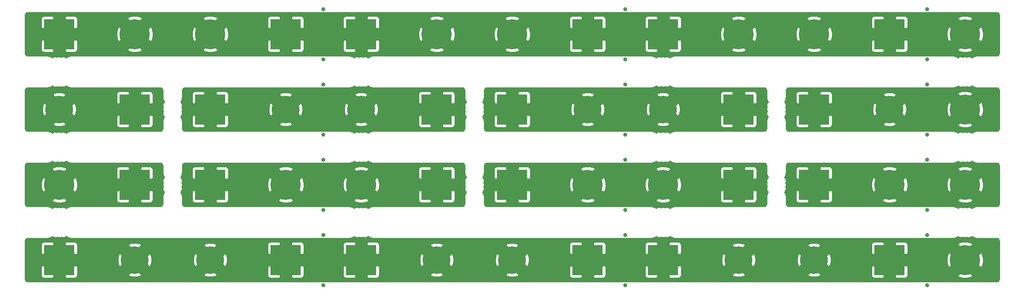
<source format=gbl>
%TF.GenerationSoftware,KiCad,Pcbnew,4.0.6-e0-6349~53~ubuntu16.04.1*%
%TF.CreationDate,2017-04-03T22:53:03+05:30*%
%TF.ProjectId,ultim_bus,756C74696D5F6275732E6B696361645F,rev?*%
%TF.FileFunction,Copper,L2,Bot,Signal*%
%FSLAX46Y46*%
G04 Gerber Fmt 4.6, Leading zero omitted, Abs format (unit mm)*
G04 Created by KiCad (PCBNEW 4.0.6-e0-6349~53~ubuntu16.04.1) date Mon Apr  3 22:53:03 2017*
%MOMM*%
%LPD*%
G01*
G04 APERTURE LIST*
%ADD10C,0.101600*%
%ADD11C,6.096000*%
%ADD12R,6.096000X6.096000*%
%ADD13C,5.600000*%
%ADD14C,0.800000*%
%ADD15C,0.254000*%
G04 APERTURE END LIST*
D10*
D11*
X96520000Y-60960000D03*
X203200000Y-60960000D03*
X218440000Y-60960000D03*
X157480000Y-60960000D03*
X142240000Y-60960000D03*
X81280000Y-60960000D03*
X35560000Y-60960000D03*
X218440000Y-76200000D03*
X50800000Y-30480000D03*
X66040000Y-30480000D03*
X111760000Y-30480000D03*
X127000000Y-30480000D03*
X172720000Y-30480000D03*
X187960000Y-30480000D03*
X218440000Y-30480000D03*
X218440000Y-45720000D03*
D12*
X35560000Y-30480000D03*
X81280000Y-30480000D03*
X96520000Y-30480000D03*
X142240000Y-30480000D03*
X157480000Y-30480000D03*
X203200000Y-30480000D03*
X50800000Y-60960000D03*
X66040000Y-60960000D03*
X111760000Y-60960000D03*
X127000000Y-60960000D03*
X172720000Y-60960000D03*
X187960000Y-60960000D03*
D13*
X35560000Y-45720000D03*
D12*
X50800000Y-45720000D03*
X66040000Y-45720000D03*
D13*
X81280000Y-45720000D03*
X96520000Y-45720000D03*
D12*
X111760000Y-45720000D03*
X127000000Y-45720000D03*
D13*
X142240000Y-45720000D03*
X157480000Y-45720000D03*
D12*
X172720000Y-45720000D03*
X187960000Y-45720000D03*
D13*
X203200000Y-45720000D03*
D12*
X35560000Y-76200000D03*
D13*
X50800000Y-76200000D03*
X66040000Y-76200000D03*
D12*
X81280000Y-76200000D03*
X96520000Y-76200000D03*
D13*
X111760000Y-76200000D03*
X127000000Y-76200000D03*
D12*
X142240000Y-76200000D03*
X157480000Y-76200000D03*
D13*
X172720000Y-76200000D03*
X187960000Y-76200000D03*
D12*
X203200000Y-76200000D03*
D14*
X210820000Y-25400000D03*
X210820000Y-26670000D03*
X210820000Y-27940000D03*
X210820000Y-29210000D03*
X210820000Y-30480000D03*
X210820000Y-31750000D03*
X210820000Y-33020000D03*
X210820000Y-34290000D03*
X210820000Y-35560000D03*
X149860000Y-25400000D03*
X149860000Y-26670000D03*
X149860000Y-27940000D03*
X149860000Y-29210000D03*
X149860000Y-30480000D03*
X149860000Y-31750000D03*
X149860000Y-33020000D03*
X149860000Y-34290000D03*
X149860000Y-35560000D03*
X88900000Y-25400000D03*
X88900000Y-26670000D03*
X88900000Y-27940000D03*
X88900000Y-29210000D03*
X88900000Y-30480000D03*
X88900000Y-31750000D03*
X88900000Y-33020000D03*
X88900000Y-34290000D03*
X88900000Y-35560000D03*
X210820000Y-71120000D03*
X210820000Y-72390000D03*
X210820000Y-73660000D03*
X210820000Y-74930000D03*
X210820000Y-76200000D03*
X210820000Y-77470000D03*
X210820000Y-78740000D03*
X210820000Y-80010000D03*
X210820000Y-81280000D03*
X149860000Y-71120000D03*
X149860000Y-72390000D03*
X149860000Y-73660000D03*
X149860000Y-74930000D03*
X149860000Y-76200000D03*
X149860000Y-77470000D03*
X149860000Y-78740000D03*
X149860000Y-80010000D03*
X149860000Y-81280000D03*
X88900000Y-71120000D03*
X88900000Y-72390000D03*
X88900000Y-73660000D03*
X88900000Y-74930000D03*
X88900000Y-76200000D03*
X88900000Y-77470000D03*
X88900000Y-78740000D03*
X88900000Y-80010000D03*
X88900000Y-81280000D03*
X210820000Y-40640000D03*
X210820000Y-41910000D03*
X210820000Y-43180000D03*
X210820000Y-44450000D03*
X210820000Y-45720000D03*
X210820000Y-46990000D03*
X210820000Y-48260000D03*
X210820000Y-49530000D03*
X210820000Y-50800000D03*
X149860000Y-40640000D03*
X149860000Y-41910000D03*
X149860000Y-43180000D03*
X149860000Y-44450000D03*
X149860000Y-45720000D03*
X149860000Y-46990000D03*
X149860000Y-48260000D03*
X149860000Y-49530000D03*
X149860000Y-50800000D03*
X88900000Y-40640000D03*
X88900000Y-41910000D03*
X88900000Y-43180000D03*
X88900000Y-44450000D03*
X88900000Y-45720000D03*
X88900000Y-46990000D03*
X88900000Y-48260000D03*
X88900000Y-49530000D03*
X88900000Y-50800000D03*
X210820000Y-55880000D03*
X210820000Y-57150000D03*
X210820000Y-58420000D03*
X210820000Y-59690000D03*
X210820000Y-60960000D03*
X210820000Y-62230000D03*
X210820000Y-63500000D03*
X210820000Y-64770000D03*
X210820000Y-66040000D03*
X149860000Y-55880000D03*
X149860000Y-57150000D03*
X149860000Y-58420000D03*
X149860000Y-59690000D03*
X149860000Y-60960000D03*
X149860000Y-62230000D03*
X149860000Y-63500000D03*
X149860000Y-64770000D03*
X149860000Y-66040000D03*
X88900000Y-55880000D03*
X88900000Y-57150000D03*
X88900000Y-58420000D03*
X88900000Y-59690000D03*
X88900000Y-60960000D03*
X88900000Y-62230000D03*
X88900000Y-63500000D03*
X88900000Y-64770000D03*
X88900000Y-66040000D03*
D15*
G36*
X224898109Y-26124005D02*
X225002101Y-26155402D01*
X225098014Y-26206399D01*
X225182194Y-26275055D01*
X225251440Y-26358758D01*
X225303105Y-26454311D01*
X225335227Y-26558078D01*
X225350000Y-26698641D01*
X225350000Y-34255280D01*
X225335995Y-34398109D01*
X225304599Y-34502099D01*
X225253601Y-34598013D01*
X225184941Y-34682199D01*
X225101243Y-34751439D01*
X225005689Y-34803105D01*
X224901922Y-34835227D01*
X224761359Y-34850000D01*
X220980000Y-34850000D01*
X220979874Y-34850012D01*
X220977517Y-34850004D01*
X220968651Y-34850035D01*
X220937796Y-34853169D01*
X220906786Y-34852953D01*
X220896920Y-34853920D01*
X220650417Y-34879828D01*
X220587399Y-34892764D01*
X220524167Y-34904826D01*
X220514677Y-34907692D01*
X220277901Y-34980987D01*
X220218597Y-35005916D01*
X220158915Y-35030029D01*
X220150163Y-35034683D01*
X219932133Y-35152571D01*
X219878805Y-35188541D01*
X219824935Y-35223793D01*
X219819879Y-35227917D01*
X219806850Y-35214796D01*
X219662964Y-35117744D01*
X219502968Y-35050488D01*
X219332955Y-35015590D01*
X219159402Y-35014378D01*
X218988919Y-35046899D01*
X218838757Y-35107568D01*
X218702968Y-35050488D01*
X218532955Y-35015590D01*
X218359402Y-35014378D01*
X218188919Y-35046899D01*
X218038757Y-35107568D01*
X217902968Y-35050488D01*
X217732955Y-35015590D01*
X217559402Y-35014378D01*
X217388919Y-35046899D01*
X217227999Y-35111915D01*
X217082773Y-35206949D01*
X217060210Y-35229044D01*
X217051548Y-35221979D01*
X216997959Y-35186375D01*
X216944850Y-35150011D01*
X216936130Y-35145296D01*
X216717283Y-35028934D01*
X216657792Y-35004413D01*
X216598643Y-34979062D01*
X216589173Y-34976131D01*
X216589175Y-34976131D01*
X216589167Y-34976129D01*
X216351892Y-34904491D01*
X216288795Y-34891997D01*
X216225821Y-34878612D01*
X216215966Y-34877576D01*
X216215962Y-34877576D01*
X215969284Y-34853389D01*
X215939511Y-34853389D01*
X215909913Y-34850069D01*
X215900000Y-34850000D01*
X160020000Y-34850000D01*
X160019874Y-34850012D01*
X160017517Y-34850004D01*
X160008651Y-34850035D01*
X159977796Y-34853169D01*
X159946786Y-34852953D01*
X159936920Y-34853920D01*
X159690417Y-34879828D01*
X159627399Y-34892764D01*
X159564167Y-34904826D01*
X159554677Y-34907692D01*
X159317901Y-34980987D01*
X159258597Y-35005916D01*
X159198915Y-35030029D01*
X159190163Y-35034683D01*
X158972133Y-35152571D01*
X158918805Y-35188541D01*
X158864935Y-35223793D01*
X158859879Y-35227917D01*
X158846850Y-35214796D01*
X158702964Y-35117744D01*
X158542968Y-35050488D01*
X158372955Y-35015590D01*
X158199402Y-35014378D01*
X158028919Y-35046899D01*
X157878757Y-35107568D01*
X157742968Y-35050488D01*
X157572955Y-35015590D01*
X157399402Y-35014378D01*
X157228919Y-35046899D01*
X157078757Y-35107568D01*
X156942968Y-35050488D01*
X156772955Y-35015590D01*
X156599402Y-35014378D01*
X156428919Y-35046899D01*
X156267999Y-35111915D01*
X156122773Y-35206949D01*
X156100210Y-35229044D01*
X156091548Y-35221979D01*
X156037959Y-35186375D01*
X155984850Y-35150011D01*
X155976130Y-35145296D01*
X155757283Y-35028934D01*
X155697792Y-35004413D01*
X155638643Y-34979062D01*
X155629173Y-34976131D01*
X155629175Y-34976131D01*
X155629167Y-34976129D01*
X155391892Y-34904491D01*
X155328795Y-34891997D01*
X155265821Y-34878612D01*
X155255966Y-34877576D01*
X155255962Y-34877576D01*
X155009284Y-34853389D01*
X154979511Y-34853389D01*
X154949913Y-34850069D01*
X154940000Y-34850000D01*
X99060000Y-34850000D01*
X99059874Y-34850012D01*
X99057517Y-34850004D01*
X99048651Y-34850035D01*
X99017796Y-34853169D01*
X98986786Y-34852953D01*
X98976920Y-34853920D01*
X98730417Y-34879828D01*
X98667399Y-34892764D01*
X98604167Y-34904826D01*
X98594677Y-34907692D01*
X98357901Y-34980987D01*
X98298597Y-35005916D01*
X98238915Y-35030029D01*
X98230163Y-35034683D01*
X98012133Y-35152571D01*
X97958805Y-35188541D01*
X97904935Y-35223793D01*
X97899879Y-35227917D01*
X97886850Y-35214796D01*
X97742964Y-35117744D01*
X97582968Y-35050488D01*
X97412955Y-35015590D01*
X97239402Y-35014378D01*
X97068919Y-35046899D01*
X96918757Y-35107568D01*
X96782968Y-35050488D01*
X96612955Y-35015590D01*
X96439402Y-35014378D01*
X96268919Y-35046899D01*
X96118757Y-35107568D01*
X95982968Y-35050488D01*
X95812955Y-35015590D01*
X95639402Y-35014378D01*
X95468919Y-35046899D01*
X95307999Y-35111915D01*
X95162773Y-35206949D01*
X95140210Y-35229044D01*
X95131548Y-35221979D01*
X95077959Y-35186375D01*
X95024850Y-35150011D01*
X95016130Y-35145296D01*
X94797283Y-35028934D01*
X94737792Y-35004413D01*
X94678643Y-34979062D01*
X94669173Y-34976131D01*
X94669175Y-34976131D01*
X94669167Y-34976129D01*
X94431892Y-34904491D01*
X94368795Y-34891997D01*
X94305821Y-34878612D01*
X94295966Y-34877576D01*
X94295962Y-34877576D01*
X94049284Y-34853389D01*
X94019511Y-34853389D01*
X93989913Y-34850069D01*
X93980000Y-34850000D01*
X38100000Y-34850000D01*
X38099874Y-34850012D01*
X38097517Y-34850004D01*
X38088651Y-34850035D01*
X38057796Y-34853169D01*
X38026786Y-34852953D01*
X38016920Y-34853920D01*
X37770417Y-34879828D01*
X37707399Y-34892764D01*
X37644167Y-34904826D01*
X37634677Y-34907692D01*
X37397901Y-34980987D01*
X37338597Y-35005916D01*
X37278915Y-35030029D01*
X37270163Y-35034683D01*
X37052133Y-35152571D01*
X36998805Y-35188541D01*
X36944935Y-35223793D01*
X36939879Y-35227917D01*
X36926850Y-35214796D01*
X36782964Y-35117744D01*
X36622968Y-35050488D01*
X36452955Y-35015590D01*
X36279402Y-35014378D01*
X36108919Y-35046899D01*
X35958757Y-35107568D01*
X35822968Y-35050488D01*
X35652955Y-35015590D01*
X35479402Y-35014378D01*
X35308919Y-35046899D01*
X35158757Y-35107568D01*
X35022968Y-35050488D01*
X34852955Y-35015590D01*
X34679402Y-35014378D01*
X34508919Y-35046899D01*
X34347999Y-35111915D01*
X34202773Y-35206949D01*
X34180210Y-35229044D01*
X34171548Y-35221979D01*
X34117959Y-35186375D01*
X34064850Y-35150011D01*
X34056130Y-35145296D01*
X33837283Y-35028934D01*
X33777792Y-35004413D01*
X33718643Y-34979062D01*
X33709173Y-34976131D01*
X33709175Y-34976131D01*
X33709167Y-34976129D01*
X33471892Y-34904491D01*
X33408795Y-34891997D01*
X33345821Y-34878612D01*
X33335966Y-34877576D01*
X33335962Y-34877576D01*
X33089284Y-34853389D01*
X33059511Y-34853389D01*
X33029913Y-34850069D01*
X33020000Y-34850000D01*
X29244720Y-34850000D01*
X29101891Y-34835995D01*
X28997901Y-34804599D01*
X28901987Y-34753601D01*
X28817801Y-34684941D01*
X28748561Y-34601243D01*
X28696895Y-34505689D01*
X28664773Y-34401922D01*
X28650000Y-34261359D01*
X28650000Y-31781750D01*
X31877000Y-31781750D01*
X31877000Y-33590542D01*
X31901403Y-33713223D01*
X31949270Y-33828785D01*
X32018763Y-33932789D01*
X32107211Y-34021237D01*
X32211215Y-34090730D01*
X32326777Y-34138597D01*
X32449458Y-34163000D01*
X34258250Y-34163000D01*
X34417000Y-34004250D01*
X34417000Y-31623000D01*
X36703000Y-31623000D01*
X36703000Y-34004250D01*
X36861750Y-34163000D01*
X38670542Y-34163000D01*
X38793223Y-34138597D01*
X38908785Y-34090730D01*
X39012789Y-34021237D01*
X39101237Y-33932789D01*
X39170730Y-33828785D01*
X39218597Y-33713223D01*
X39229411Y-33658857D01*
X49237589Y-33658857D01*
X49655768Y-33999489D01*
X50364372Y-34155092D01*
X51089717Y-34169463D01*
X51803928Y-34042050D01*
X51944232Y-33999489D01*
X52362411Y-33658857D01*
X64477589Y-33658857D01*
X64895768Y-33999489D01*
X65604372Y-34155092D01*
X66329717Y-34169463D01*
X67043928Y-34042050D01*
X67184232Y-33999489D01*
X67602411Y-33658857D01*
X66040000Y-32096446D01*
X64477589Y-33658857D01*
X52362411Y-33658857D01*
X50800000Y-32096446D01*
X49237589Y-33658857D01*
X39229411Y-33658857D01*
X39243000Y-33590542D01*
X39243000Y-31781750D01*
X39084250Y-31623000D01*
X36703000Y-31623000D01*
X34417000Y-31623000D01*
X32035750Y-31623000D01*
X31877000Y-31781750D01*
X28650000Y-31781750D01*
X28650000Y-30769717D01*
X47110537Y-30769717D01*
X47237950Y-31483928D01*
X47280511Y-31624232D01*
X47621143Y-32042411D01*
X49183554Y-30480000D01*
X52416446Y-30480000D01*
X53978857Y-32042411D01*
X54319489Y-31624232D01*
X54475092Y-30915628D01*
X54477982Y-30769717D01*
X62350537Y-30769717D01*
X62477950Y-31483928D01*
X62520511Y-31624232D01*
X62861143Y-32042411D01*
X64423554Y-30480000D01*
X67656446Y-30480000D01*
X69218857Y-32042411D01*
X69431181Y-31781750D01*
X77597000Y-31781750D01*
X77597000Y-33590542D01*
X77621403Y-33713223D01*
X77669270Y-33828785D01*
X77738763Y-33932789D01*
X77827211Y-34021237D01*
X77931215Y-34090730D01*
X78046777Y-34138597D01*
X78169458Y-34163000D01*
X79978250Y-34163000D01*
X80137000Y-34004250D01*
X80137000Y-31623000D01*
X82423000Y-31623000D01*
X82423000Y-34004250D01*
X82581750Y-34163000D01*
X84390542Y-34163000D01*
X84513223Y-34138597D01*
X84628785Y-34090730D01*
X84732789Y-34021237D01*
X84821237Y-33932789D01*
X84890730Y-33828785D01*
X84938597Y-33713223D01*
X84963000Y-33590542D01*
X84963000Y-31781750D01*
X92837000Y-31781750D01*
X92837000Y-33590542D01*
X92861403Y-33713223D01*
X92909270Y-33828785D01*
X92978763Y-33932789D01*
X93067211Y-34021237D01*
X93171215Y-34090730D01*
X93286777Y-34138597D01*
X93409458Y-34163000D01*
X95218250Y-34163000D01*
X95377000Y-34004250D01*
X95377000Y-31623000D01*
X97663000Y-31623000D01*
X97663000Y-34004250D01*
X97821750Y-34163000D01*
X99630542Y-34163000D01*
X99753223Y-34138597D01*
X99868785Y-34090730D01*
X99972789Y-34021237D01*
X100061237Y-33932789D01*
X100130730Y-33828785D01*
X100178597Y-33713223D01*
X100189411Y-33658857D01*
X110197589Y-33658857D01*
X110615768Y-33999489D01*
X111324372Y-34155092D01*
X112049717Y-34169463D01*
X112763928Y-34042050D01*
X112904232Y-33999489D01*
X113322411Y-33658857D01*
X125437589Y-33658857D01*
X125855768Y-33999489D01*
X126564372Y-34155092D01*
X127289717Y-34169463D01*
X128003928Y-34042050D01*
X128144232Y-33999489D01*
X128562411Y-33658857D01*
X127000000Y-32096446D01*
X125437589Y-33658857D01*
X113322411Y-33658857D01*
X111760000Y-32096446D01*
X110197589Y-33658857D01*
X100189411Y-33658857D01*
X100203000Y-33590542D01*
X100203000Y-31781750D01*
X100044250Y-31623000D01*
X97663000Y-31623000D01*
X95377000Y-31623000D01*
X92995750Y-31623000D01*
X92837000Y-31781750D01*
X84963000Y-31781750D01*
X84804250Y-31623000D01*
X82423000Y-31623000D01*
X80137000Y-31623000D01*
X77755750Y-31623000D01*
X77597000Y-31781750D01*
X69431181Y-31781750D01*
X69559489Y-31624232D01*
X69715092Y-30915628D01*
X69717982Y-30769717D01*
X108070537Y-30769717D01*
X108197950Y-31483928D01*
X108240511Y-31624232D01*
X108581143Y-32042411D01*
X110143554Y-30480000D01*
X113376446Y-30480000D01*
X114938857Y-32042411D01*
X115279489Y-31624232D01*
X115435092Y-30915628D01*
X115437982Y-30769717D01*
X123310537Y-30769717D01*
X123437950Y-31483928D01*
X123480511Y-31624232D01*
X123821143Y-32042411D01*
X125383554Y-30480000D01*
X128616446Y-30480000D01*
X130178857Y-32042411D01*
X130391181Y-31781750D01*
X138557000Y-31781750D01*
X138557000Y-33590542D01*
X138581403Y-33713223D01*
X138629270Y-33828785D01*
X138698763Y-33932789D01*
X138787211Y-34021237D01*
X138891215Y-34090730D01*
X139006777Y-34138597D01*
X139129458Y-34163000D01*
X140938250Y-34163000D01*
X141097000Y-34004250D01*
X141097000Y-31623000D01*
X143383000Y-31623000D01*
X143383000Y-34004250D01*
X143541750Y-34163000D01*
X145350542Y-34163000D01*
X145473223Y-34138597D01*
X145588785Y-34090730D01*
X145692789Y-34021237D01*
X145781237Y-33932789D01*
X145850730Y-33828785D01*
X145898597Y-33713223D01*
X145923000Y-33590542D01*
X145923000Y-31781750D01*
X153797000Y-31781750D01*
X153797000Y-33590542D01*
X153821403Y-33713223D01*
X153869270Y-33828785D01*
X153938763Y-33932789D01*
X154027211Y-34021237D01*
X154131215Y-34090730D01*
X154246777Y-34138597D01*
X154369458Y-34163000D01*
X156178250Y-34163000D01*
X156337000Y-34004250D01*
X156337000Y-31623000D01*
X158623000Y-31623000D01*
X158623000Y-34004250D01*
X158781750Y-34163000D01*
X160590542Y-34163000D01*
X160713223Y-34138597D01*
X160828785Y-34090730D01*
X160932789Y-34021237D01*
X161021237Y-33932789D01*
X161090730Y-33828785D01*
X161138597Y-33713223D01*
X161149411Y-33658857D01*
X171157589Y-33658857D01*
X171575768Y-33999489D01*
X172284372Y-34155092D01*
X173009717Y-34169463D01*
X173723928Y-34042050D01*
X173864232Y-33999489D01*
X174282411Y-33658857D01*
X186397589Y-33658857D01*
X186815768Y-33999489D01*
X187524372Y-34155092D01*
X188249717Y-34169463D01*
X188963928Y-34042050D01*
X189104232Y-33999489D01*
X189522411Y-33658857D01*
X187960000Y-32096446D01*
X186397589Y-33658857D01*
X174282411Y-33658857D01*
X172720000Y-32096446D01*
X171157589Y-33658857D01*
X161149411Y-33658857D01*
X161163000Y-33590542D01*
X161163000Y-31781750D01*
X161004250Y-31623000D01*
X158623000Y-31623000D01*
X156337000Y-31623000D01*
X153955750Y-31623000D01*
X153797000Y-31781750D01*
X145923000Y-31781750D01*
X145764250Y-31623000D01*
X143383000Y-31623000D01*
X141097000Y-31623000D01*
X138715750Y-31623000D01*
X138557000Y-31781750D01*
X130391181Y-31781750D01*
X130519489Y-31624232D01*
X130675092Y-30915628D01*
X130677982Y-30769717D01*
X169030537Y-30769717D01*
X169157950Y-31483928D01*
X169200511Y-31624232D01*
X169541143Y-32042411D01*
X171103554Y-30480000D01*
X174336446Y-30480000D01*
X175898857Y-32042411D01*
X176239489Y-31624232D01*
X176395092Y-30915628D01*
X176397982Y-30769717D01*
X184270537Y-30769717D01*
X184397950Y-31483928D01*
X184440511Y-31624232D01*
X184781143Y-32042411D01*
X186343554Y-30480000D01*
X189576446Y-30480000D01*
X191138857Y-32042411D01*
X191351181Y-31781750D01*
X199517000Y-31781750D01*
X199517000Y-33590542D01*
X199541403Y-33713223D01*
X199589270Y-33828785D01*
X199658763Y-33932789D01*
X199747211Y-34021237D01*
X199851215Y-34090730D01*
X199966777Y-34138597D01*
X200089458Y-34163000D01*
X201898250Y-34163000D01*
X202057000Y-34004250D01*
X202057000Y-31623000D01*
X204343000Y-31623000D01*
X204343000Y-34004250D01*
X204501750Y-34163000D01*
X206310542Y-34163000D01*
X206433223Y-34138597D01*
X206548785Y-34090730D01*
X206652789Y-34021237D01*
X206741237Y-33932789D01*
X206810730Y-33828785D01*
X206858597Y-33713223D01*
X206869411Y-33658857D01*
X216877589Y-33658857D01*
X217295768Y-33999489D01*
X218004372Y-34155092D01*
X218729717Y-34169463D01*
X219443928Y-34042050D01*
X219584232Y-33999489D01*
X220002411Y-33658857D01*
X218440000Y-32096446D01*
X216877589Y-33658857D01*
X206869411Y-33658857D01*
X206883000Y-33590542D01*
X206883000Y-31781750D01*
X206724250Y-31623000D01*
X204343000Y-31623000D01*
X202057000Y-31623000D01*
X199675750Y-31623000D01*
X199517000Y-31781750D01*
X191351181Y-31781750D01*
X191479489Y-31624232D01*
X191635092Y-30915628D01*
X191637982Y-30769717D01*
X214750537Y-30769717D01*
X214877950Y-31483928D01*
X214920511Y-31624232D01*
X215261143Y-32042411D01*
X216823554Y-30480000D01*
X220056446Y-30480000D01*
X221618857Y-32042411D01*
X221959489Y-31624232D01*
X222115092Y-30915628D01*
X222129463Y-30190283D01*
X222002050Y-29476072D01*
X221959489Y-29335768D01*
X221618857Y-28917589D01*
X220056446Y-30480000D01*
X216823554Y-30480000D01*
X215261143Y-28917589D01*
X214920511Y-29335768D01*
X214764908Y-30044372D01*
X214750537Y-30769717D01*
X191637982Y-30769717D01*
X191649463Y-30190283D01*
X191522050Y-29476072D01*
X191479489Y-29335768D01*
X191138857Y-28917589D01*
X189576446Y-30480000D01*
X186343554Y-30480000D01*
X184781143Y-28917589D01*
X184440511Y-29335768D01*
X184284908Y-30044372D01*
X184270537Y-30769717D01*
X176397982Y-30769717D01*
X176409463Y-30190283D01*
X176282050Y-29476072D01*
X176239489Y-29335768D01*
X175898857Y-28917589D01*
X174336446Y-30480000D01*
X171103554Y-30480000D01*
X169541143Y-28917589D01*
X169200511Y-29335768D01*
X169044908Y-30044372D01*
X169030537Y-30769717D01*
X130677982Y-30769717D01*
X130689463Y-30190283D01*
X130562050Y-29476072D01*
X130519489Y-29335768D01*
X130178857Y-28917589D01*
X128616446Y-30480000D01*
X125383554Y-30480000D01*
X123821143Y-28917589D01*
X123480511Y-29335768D01*
X123324908Y-30044372D01*
X123310537Y-30769717D01*
X115437982Y-30769717D01*
X115449463Y-30190283D01*
X115322050Y-29476072D01*
X115279489Y-29335768D01*
X114938857Y-28917589D01*
X113376446Y-30480000D01*
X110143554Y-30480000D01*
X108581143Y-28917589D01*
X108240511Y-29335768D01*
X108084908Y-30044372D01*
X108070537Y-30769717D01*
X69717982Y-30769717D01*
X69729463Y-30190283D01*
X69602050Y-29476072D01*
X69559489Y-29335768D01*
X69218857Y-28917589D01*
X67656446Y-30480000D01*
X64423554Y-30480000D01*
X62861143Y-28917589D01*
X62520511Y-29335768D01*
X62364908Y-30044372D01*
X62350537Y-30769717D01*
X54477982Y-30769717D01*
X54489463Y-30190283D01*
X54362050Y-29476072D01*
X54319489Y-29335768D01*
X53978857Y-28917589D01*
X52416446Y-30480000D01*
X49183554Y-30480000D01*
X47621143Y-28917589D01*
X47280511Y-29335768D01*
X47124908Y-30044372D01*
X47110537Y-30769717D01*
X28650000Y-30769717D01*
X28650000Y-27369458D01*
X31877000Y-27369458D01*
X31877000Y-29178250D01*
X32035750Y-29337000D01*
X34417000Y-29337000D01*
X34417000Y-26955750D01*
X36703000Y-26955750D01*
X36703000Y-29337000D01*
X39084250Y-29337000D01*
X39243000Y-29178250D01*
X39243000Y-27369458D01*
X39229412Y-27301143D01*
X49237589Y-27301143D01*
X50800000Y-28863554D01*
X52362411Y-27301143D01*
X64477589Y-27301143D01*
X66040000Y-28863554D01*
X67534096Y-27369458D01*
X77597000Y-27369458D01*
X77597000Y-29178250D01*
X77755750Y-29337000D01*
X80137000Y-29337000D01*
X80137000Y-26955750D01*
X82423000Y-26955750D01*
X82423000Y-29337000D01*
X84804250Y-29337000D01*
X84963000Y-29178250D01*
X84963000Y-27369458D01*
X92837000Y-27369458D01*
X92837000Y-29178250D01*
X92995750Y-29337000D01*
X95377000Y-29337000D01*
X95377000Y-26955750D01*
X97663000Y-26955750D01*
X97663000Y-29337000D01*
X100044250Y-29337000D01*
X100203000Y-29178250D01*
X100203000Y-27369458D01*
X100189412Y-27301143D01*
X110197589Y-27301143D01*
X111760000Y-28863554D01*
X113322411Y-27301143D01*
X125437589Y-27301143D01*
X127000000Y-28863554D01*
X128494096Y-27369458D01*
X138557000Y-27369458D01*
X138557000Y-29178250D01*
X138715750Y-29337000D01*
X141097000Y-29337000D01*
X141097000Y-26955750D01*
X143383000Y-26955750D01*
X143383000Y-29337000D01*
X145764250Y-29337000D01*
X145923000Y-29178250D01*
X145923000Y-27369458D01*
X153797000Y-27369458D01*
X153797000Y-29178250D01*
X153955750Y-29337000D01*
X156337000Y-29337000D01*
X156337000Y-26955750D01*
X158623000Y-26955750D01*
X158623000Y-29337000D01*
X161004250Y-29337000D01*
X161163000Y-29178250D01*
X161163000Y-27369458D01*
X161149412Y-27301143D01*
X171157589Y-27301143D01*
X172720000Y-28863554D01*
X174282411Y-27301143D01*
X186397589Y-27301143D01*
X187960000Y-28863554D01*
X189454096Y-27369458D01*
X199517000Y-27369458D01*
X199517000Y-29178250D01*
X199675750Y-29337000D01*
X202057000Y-29337000D01*
X202057000Y-26955750D01*
X204343000Y-26955750D01*
X204343000Y-29337000D01*
X206724250Y-29337000D01*
X206883000Y-29178250D01*
X206883000Y-27369458D01*
X206869412Y-27301143D01*
X216877589Y-27301143D01*
X218440000Y-28863554D01*
X220002411Y-27301143D01*
X219584232Y-26960511D01*
X218875628Y-26804908D01*
X218150283Y-26790537D01*
X217436072Y-26917950D01*
X217295768Y-26960511D01*
X216877589Y-27301143D01*
X206869412Y-27301143D01*
X206858597Y-27246777D01*
X206810730Y-27131215D01*
X206741237Y-27027211D01*
X206652789Y-26938763D01*
X206548785Y-26869270D01*
X206433223Y-26821403D01*
X206310542Y-26797000D01*
X204501750Y-26797000D01*
X204343000Y-26955750D01*
X202057000Y-26955750D01*
X201898250Y-26797000D01*
X200089458Y-26797000D01*
X199966777Y-26821403D01*
X199851215Y-26869270D01*
X199747211Y-26938763D01*
X199658763Y-27027211D01*
X199589270Y-27131215D01*
X199541403Y-27246777D01*
X199517000Y-27369458D01*
X189454096Y-27369458D01*
X189522411Y-27301143D01*
X189104232Y-26960511D01*
X188395628Y-26804908D01*
X187670283Y-26790537D01*
X186956072Y-26917950D01*
X186815768Y-26960511D01*
X186397589Y-27301143D01*
X174282411Y-27301143D01*
X173864232Y-26960511D01*
X173155628Y-26804908D01*
X172430283Y-26790537D01*
X171716072Y-26917950D01*
X171575768Y-26960511D01*
X171157589Y-27301143D01*
X161149412Y-27301143D01*
X161138597Y-27246777D01*
X161090730Y-27131215D01*
X161021237Y-27027211D01*
X160932789Y-26938763D01*
X160828785Y-26869270D01*
X160713223Y-26821403D01*
X160590542Y-26797000D01*
X158781750Y-26797000D01*
X158623000Y-26955750D01*
X156337000Y-26955750D01*
X156178250Y-26797000D01*
X154369458Y-26797000D01*
X154246777Y-26821403D01*
X154131215Y-26869270D01*
X154027211Y-26938763D01*
X153938763Y-27027211D01*
X153869270Y-27131215D01*
X153821403Y-27246777D01*
X153797000Y-27369458D01*
X145923000Y-27369458D01*
X145898597Y-27246777D01*
X145850730Y-27131215D01*
X145781237Y-27027211D01*
X145692789Y-26938763D01*
X145588785Y-26869270D01*
X145473223Y-26821403D01*
X145350542Y-26797000D01*
X143541750Y-26797000D01*
X143383000Y-26955750D01*
X141097000Y-26955750D01*
X140938250Y-26797000D01*
X139129458Y-26797000D01*
X139006777Y-26821403D01*
X138891215Y-26869270D01*
X138787211Y-26938763D01*
X138698763Y-27027211D01*
X138629270Y-27131215D01*
X138581403Y-27246777D01*
X138557000Y-27369458D01*
X128494096Y-27369458D01*
X128562411Y-27301143D01*
X128144232Y-26960511D01*
X127435628Y-26804908D01*
X126710283Y-26790537D01*
X125996072Y-26917950D01*
X125855768Y-26960511D01*
X125437589Y-27301143D01*
X113322411Y-27301143D01*
X112904232Y-26960511D01*
X112195628Y-26804908D01*
X111470283Y-26790537D01*
X110756072Y-26917950D01*
X110615768Y-26960511D01*
X110197589Y-27301143D01*
X100189412Y-27301143D01*
X100178597Y-27246777D01*
X100130730Y-27131215D01*
X100061237Y-27027211D01*
X99972789Y-26938763D01*
X99868785Y-26869270D01*
X99753223Y-26821403D01*
X99630542Y-26797000D01*
X97821750Y-26797000D01*
X97663000Y-26955750D01*
X95377000Y-26955750D01*
X95218250Y-26797000D01*
X93409458Y-26797000D01*
X93286777Y-26821403D01*
X93171215Y-26869270D01*
X93067211Y-26938763D01*
X92978763Y-27027211D01*
X92909270Y-27131215D01*
X92861403Y-27246777D01*
X92837000Y-27369458D01*
X84963000Y-27369458D01*
X84938597Y-27246777D01*
X84890730Y-27131215D01*
X84821237Y-27027211D01*
X84732789Y-26938763D01*
X84628785Y-26869270D01*
X84513223Y-26821403D01*
X84390542Y-26797000D01*
X82581750Y-26797000D01*
X82423000Y-26955750D01*
X80137000Y-26955750D01*
X79978250Y-26797000D01*
X78169458Y-26797000D01*
X78046777Y-26821403D01*
X77931215Y-26869270D01*
X77827211Y-26938763D01*
X77738763Y-27027211D01*
X77669270Y-27131215D01*
X77621403Y-27246777D01*
X77597000Y-27369458D01*
X67534096Y-27369458D01*
X67602411Y-27301143D01*
X67184232Y-26960511D01*
X66475628Y-26804908D01*
X65750283Y-26790537D01*
X65036072Y-26917950D01*
X64895768Y-26960511D01*
X64477589Y-27301143D01*
X52362411Y-27301143D01*
X51944232Y-26960511D01*
X51235628Y-26804908D01*
X50510283Y-26790537D01*
X49796072Y-26917950D01*
X49655768Y-26960511D01*
X49237589Y-27301143D01*
X39229412Y-27301143D01*
X39218597Y-27246777D01*
X39170730Y-27131215D01*
X39101237Y-27027211D01*
X39012789Y-26938763D01*
X38908785Y-26869270D01*
X38793223Y-26821403D01*
X38670542Y-26797000D01*
X36861750Y-26797000D01*
X36703000Y-26955750D01*
X34417000Y-26955750D01*
X34258250Y-26797000D01*
X32449458Y-26797000D01*
X32326777Y-26821403D01*
X32211215Y-26869270D01*
X32107211Y-26938763D01*
X32018763Y-27027211D01*
X31949270Y-27131215D01*
X31901403Y-27246777D01*
X31877000Y-27369458D01*
X28650000Y-27369458D01*
X28650000Y-26704720D01*
X28664005Y-26561891D01*
X28695402Y-26457899D01*
X28746399Y-26361986D01*
X28815055Y-26277806D01*
X28898758Y-26208560D01*
X28994311Y-26156895D01*
X29098078Y-26124773D01*
X29238641Y-26110000D01*
X224755280Y-26110000D01*
X224898109Y-26124005D01*
X224898109Y-26124005D01*
G37*
X224898109Y-26124005D02*
X225002101Y-26155402D01*
X225098014Y-26206399D01*
X225182194Y-26275055D01*
X225251440Y-26358758D01*
X225303105Y-26454311D01*
X225335227Y-26558078D01*
X225350000Y-26698641D01*
X225350000Y-34255280D01*
X225335995Y-34398109D01*
X225304599Y-34502099D01*
X225253601Y-34598013D01*
X225184941Y-34682199D01*
X225101243Y-34751439D01*
X225005689Y-34803105D01*
X224901922Y-34835227D01*
X224761359Y-34850000D01*
X220980000Y-34850000D01*
X220979874Y-34850012D01*
X220977517Y-34850004D01*
X220968651Y-34850035D01*
X220937796Y-34853169D01*
X220906786Y-34852953D01*
X220896920Y-34853920D01*
X220650417Y-34879828D01*
X220587399Y-34892764D01*
X220524167Y-34904826D01*
X220514677Y-34907692D01*
X220277901Y-34980987D01*
X220218597Y-35005916D01*
X220158915Y-35030029D01*
X220150163Y-35034683D01*
X219932133Y-35152571D01*
X219878805Y-35188541D01*
X219824935Y-35223793D01*
X219819879Y-35227917D01*
X219806850Y-35214796D01*
X219662964Y-35117744D01*
X219502968Y-35050488D01*
X219332955Y-35015590D01*
X219159402Y-35014378D01*
X218988919Y-35046899D01*
X218838757Y-35107568D01*
X218702968Y-35050488D01*
X218532955Y-35015590D01*
X218359402Y-35014378D01*
X218188919Y-35046899D01*
X218038757Y-35107568D01*
X217902968Y-35050488D01*
X217732955Y-35015590D01*
X217559402Y-35014378D01*
X217388919Y-35046899D01*
X217227999Y-35111915D01*
X217082773Y-35206949D01*
X217060210Y-35229044D01*
X217051548Y-35221979D01*
X216997959Y-35186375D01*
X216944850Y-35150011D01*
X216936130Y-35145296D01*
X216717283Y-35028934D01*
X216657792Y-35004413D01*
X216598643Y-34979062D01*
X216589173Y-34976131D01*
X216589175Y-34976131D01*
X216589167Y-34976129D01*
X216351892Y-34904491D01*
X216288795Y-34891997D01*
X216225821Y-34878612D01*
X216215966Y-34877576D01*
X216215962Y-34877576D01*
X215969284Y-34853389D01*
X215939511Y-34853389D01*
X215909913Y-34850069D01*
X215900000Y-34850000D01*
X160020000Y-34850000D01*
X160019874Y-34850012D01*
X160017517Y-34850004D01*
X160008651Y-34850035D01*
X159977796Y-34853169D01*
X159946786Y-34852953D01*
X159936920Y-34853920D01*
X159690417Y-34879828D01*
X159627399Y-34892764D01*
X159564167Y-34904826D01*
X159554677Y-34907692D01*
X159317901Y-34980987D01*
X159258597Y-35005916D01*
X159198915Y-35030029D01*
X159190163Y-35034683D01*
X158972133Y-35152571D01*
X158918805Y-35188541D01*
X158864935Y-35223793D01*
X158859879Y-35227917D01*
X158846850Y-35214796D01*
X158702964Y-35117744D01*
X158542968Y-35050488D01*
X158372955Y-35015590D01*
X158199402Y-35014378D01*
X158028919Y-35046899D01*
X157878757Y-35107568D01*
X157742968Y-35050488D01*
X157572955Y-35015590D01*
X157399402Y-35014378D01*
X157228919Y-35046899D01*
X157078757Y-35107568D01*
X156942968Y-35050488D01*
X156772955Y-35015590D01*
X156599402Y-35014378D01*
X156428919Y-35046899D01*
X156267999Y-35111915D01*
X156122773Y-35206949D01*
X156100210Y-35229044D01*
X156091548Y-35221979D01*
X156037959Y-35186375D01*
X155984850Y-35150011D01*
X155976130Y-35145296D01*
X155757283Y-35028934D01*
X155697792Y-35004413D01*
X155638643Y-34979062D01*
X155629173Y-34976131D01*
X155629175Y-34976131D01*
X155629167Y-34976129D01*
X155391892Y-34904491D01*
X155328795Y-34891997D01*
X155265821Y-34878612D01*
X155255966Y-34877576D01*
X155255962Y-34877576D01*
X155009284Y-34853389D01*
X154979511Y-34853389D01*
X154949913Y-34850069D01*
X154940000Y-34850000D01*
X99060000Y-34850000D01*
X99059874Y-34850012D01*
X99057517Y-34850004D01*
X99048651Y-34850035D01*
X99017796Y-34853169D01*
X98986786Y-34852953D01*
X98976920Y-34853920D01*
X98730417Y-34879828D01*
X98667399Y-34892764D01*
X98604167Y-34904826D01*
X98594677Y-34907692D01*
X98357901Y-34980987D01*
X98298597Y-35005916D01*
X98238915Y-35030029D01*
X98230163Y-35034683D01*
X98012133Y-35152571D01*
X97958805Y-35188541D01*
X97904935Y-35223793D01*
X97899879Y-35227917D01*
X97886850Y-35214796D01*
X97742964Y-35117744D01*
X97582968Y-35050488D01*
X97412955Y-35015590D01*
X97239402Y-35014378D01*
X97068919Y-35046899D01*
X96918757Y-35107568D01*
X96782968Y-35050488D01*
X96612955Y-35015590D01*
X96439402Y-35014378D01*
X96268919Y-35046899D01*
X96118757Y-35107568D01*
X95982968Y-35050488D01*
X95812955Y-35015590D01*
X95639402Y-35014378D01*
X95468919Y-35046899D01*
X95307999Y-35111915D01*
X95162773Y-35206949D01*
X95140210Y-35229044D01*
X95131548Y-35221979D01*
X95077959Y-35186375D01*
X95024850Y-35150011D01*
X95016130Y-35145296D01*
X94797283Y-35028934D01*
X94737792Y-35004413D01*
X94678643Y-34979062D01*
X94669173Y-34976131D01*
X94669175Y-34976131D01*
X94669167Y-34976129D01*
X94431892Y-34904491D01*
X94368795Y-34891997D01*
X94305821Y-34878612D01*
X94295966Y-34877576D01*
X94295962Y-34877576D01*
X94049284Y-34853389D01*
X94019511Y-34853389D01*
X93989913Y-34850069D01*
X93980000Y-34850000D01*
X38100000Y-34850000D01*
X38099874Y-34850012D01*
X38097517Y-34850004D01*
X38088651Y-34850035D01*
X38057796Y-34853169D01*
X38026786Y-34852953D01*
X38016920Y-34853920D01*
X37770417Y-34879828D01*
X37707399Y-34892764D01*
X37644167Y-34904826D01*
X37634677Y-34907692D01*
X37397901Y-34980987D01*
X37338597Y-35005916D01*
X37278915Y-35030029D01*
X37270163Y-35034683D01*
X37052133Y-35152571D01*
X36998805Y-35188541D01*
X36944935Y-35223793D01*
X36939879Y-35227917D01*
X36926850Y-35214796D01*
X36782964Y-35117744D01*
X36622968Y-35050488D01*
X36452955Y-35015590D01*
X36279402Y-35014378D01*
X36108919Y-35046899D01*
X35958757Y-35107568D01*
X35822968Y-35050488D01*
X35652955Y-35015590D01*
X35479402Y-35014378D01*
X35308919Y-35046899D01*
X35158757Y-35107568D01*
X35022968Y-35050488D01*
X34852955Y-35015590D01*
X34679402Y-35014378D01*
X34508919Y-35046899D01*
X34347999Y-35111915D01*
X34202773Y-35206949D01*
X34180210Y-35229044D01*
X34171548Y-35221979D01*
X34117959Y-35186375D01*
X34064850Y-35150011D01*
X34056130Y-35145296D01*
X33837283Y-35028934D01*
X33777792Y-35004413D01*
X33718643Y-34979062D01*
X33709173Y-34976131D01*
X33709175Y-34976131D01*
X33709167Y-34976129D01*
X33471892Y-34904491D01*
X33408795Y-34891997D01*
X33345821Y-34878612D01*
X33335966Y-34877576D01*
X33335962Y-34877576D01*
X33089284Y-34853389D01*
X33059511Y-34853389D01*
X33029913Y-34850069D01*
X33020000Y-34850000D01*
X29244720Y-34850000D01*
X29101891Y-34835995D01*
X28997901Y-34804599D01*
X28901987Y-34753601D01*
X28817801Y-34684941D01*
X28748561Y-34601243D01*
X28696895Y-34505689D01*
X28664773Y-34401922D01*
X28650000Y-34261359D01*
X28650000Y-31781750D01*
X31877000Y-31781750D01*
X31877000Y-33590542D01*
X31901403Y-33713223D01*
X31949270Y-33828785D01*
X32018763Y-33932789D01*
X32107211Y-34021237D01*
X32211215Y-34090730D01*
X32326777Y-34138597D01*
X32449458Y-34163000D01*
X34258250Y-34163000D01*
X34417000Y-34004250D01*
X34417000Y-31623000D01*
X36703000Y-31623000D01*
X36703000Y-34004250D01*
X36861750Y-34163000D01*
X38670542Y-34163000D01*
X38793223Y-34138597D01*
X38908785Y-34090730D01*
X39012789Y-34021237D01*
X39101237Y-33932789D01*
X39170730Y-33828785D01*
X39218597Y-33713223D01*
X39229411Y-33658857D01*
X49237589Y-33658857D01*
X49655768Y-33999489D01*
X50364372Y-34155092D01*
X51089717Y-34169463D01*
X51803928Y-34042050D01*
X51944232Y-33999489D01*
X52362411Y-33658857D01*
X64477589Y-33658857D01*
X64895768Y-33999489D01*
X65604372Y-34155092D01*
X66329717Y-34169463D01*
X67043928Y-34042050D01*
X67184232Y-33999489D01*
X67602411Y-33658857D01*
X66040000Y-32096446D01*
X64477589Y-33658857D01*
X52362411Y-33658857D01*
X50800000Y-32096446D01*
X49237589Y-33658857D01*
X39229411Y-33658857D01*
X39243000Y-33590542D01*
X39243000Y-31781750D01*
X39084250Y-31623000D01*
X36703000Y-31623000D01*
X34417000Y-31623000D01*
X32035750Y-31623000D01*
X31877000Y-31781750D01*
X28650000Y-31781750D01*
X28650000Y-30769717D01*
X47110537Y-30769717D01*
X47237950Y-31483928D01*
X47280511Y-31624232D01*
X47621143Y-32042411D01*
X49183554Y-30480000D01*
X52416446Y-30480000D01*
X53978857Y-32042411D01*
X54319489Y-31624232D01*
X54475092Y-30915628D01*
X54477982Y-30769717D01*
X62350537Y-30769717D01*
X62477950Y-31483928D01*
X62520511Y-31624232D01*
X62861143Y-32042411D01*
X64423554Y-30480000D01*
X67656446Y-30480000D01*
X69218857Y-32042411D01*
X69431181Y-31781750D01*
X77597000Y-31781750D01*
X77597000Y-33590542D01*
X77621403Y-33713223D01*
X77669270Y-33828785D01*
X77738763Y-33932789D01*
X77827211Y-34021237D01*
X77931215Y-34090730D01*
X78046777Y-34138597D01*
X78169458Y-34163000D01*
X79978250Y-34163000D01*
X80137000Y-34004250D01*
X80137000Y-31623000D01*
X82423000Y-31623000D01*
X82423000Y-34004250D01*
X82581750Y-34163000D01*
X84390542Y-34163000D01*
X84513223Y-34138597D01*
X84628785Y-34090730D01*
X84732789Y-34021237D01*
X84821237Y-33932789D01*
X84890730Y-33828785D01*
X84938597Y-33713223D01*
X84963000Y-33590542D01*
X84963000Y-31781750D01*
X92837000Y-31781750D01*
X92837000Y-33590542D01*
X92861403Y-33713223D01*
X92909270Y-33828785D01*
X92978763Y-33932789D01*
X93067211Y-34021237D01*
X93171215Y-34090730D01*
X93286777Y-34138597D01*
X93409458Y-34163000D01*
X95218250Y-34163000D01*
X95377000Y-34004250D01*
X95377000Y-31623000D01*
X97663000Y-31623000D01*
X97663000Y-34004250D01*
X97821750Y-34163000D01*
X99630542Y-34163000D01*
X99753223Y-34138597D01*
X99868785Y-34090730D01*
X99972789Y-34021237D01*
X100061237Y-33932789D01*
X100130730Y-33828785D01*
X100178597Y-33713223D01*
X100189411Y-33658857D01*
X110197589Y-33658857D01*
X110615768Y-33999489D01*
X111324372Y-34155092D01*
X112049717Y-34169463D01*
X112763928Y-34042050D01*
X112904232Y-33999489D01*
X113322411Y-33658857D01*
X125437589Y-33658857D01*
X125855768Y-33999489D01*
X126564372Y-34155092D01*
X127289717Y-34169463D01*
X128003928Y-34042050D01*
X128144232Y-33999489D01*
X128562411Y-33658857D01*
X127000000Y-32096446D01*
X125437589Y-33658857D01*
X113322411Y-33658857D01*
X111760000Y-32096446D01*
X110197589Y-33658857D01*
X100189411Y-33658857D01*
X100203000Y-33590542D01*
X100203000Y-31781750D01*
X100044250Y-31623000D01*
X97663000Y-31623000D01*
X95377000Y-31623000D01*
X92995750Y-31623000D01*
X92837000Y-31781750D01*
X84963000Y-31781750D01*
X84804250Y-31623000D01*
X82423000Y-31623000D01*
X80137000Y-31623000D01*
X77755750Y-31623000D01*
X77597000Y-31781750D01*
X69431181Y-31781750D01*
X69559489Y-31624232D01*
X69715092Y-30915628D01*
X69717982Y-30769717D01*
X108070537Y-30769717D01*
X108197950Y-31483928D01*
X108240511Y-31624232D01*
X108581143Y-32042411D01*
X110143554Y-30480000D01*
X113376446Y-30480000D01*
X114938857Y-32042411D01*
X115279489Y-31624232D01*
X115435092Y-30915628D01*
X115437982Y-30769717D01*
X123310537Y-30769717D01*
X123437950Y-31483928D01*
X123480511Y-31624232D01*
X123821143Y-32042411D01*
X125383554Y-30480000D01*
X128616446Y-30480000D01*
X130178857Y-32042411D01*
X130391181Y-31781750D01*
X138557000Y-31781750D01*
X138557000Y-33590542D01*
X138581403Y-33713223D01*
X138629270Y-33828785D01*
X138698763Y-33932789D01*
X138787211Y-34021237D01*
X138891215Y-34090730D01*
X139006777Y-34138597D01*
X139129458Y-34163000D01*
X140938250Y-34163000D01*
X141097000Y-34004250D01*
X141097000Y-31623000D01*
X143383000Y-31623000D01*
X143383000Y-34004250D01*
X143541750Y-34163000D01*
X145350542Y-34163000D01*
X145473223Y-34138597D01*
X145588785Y-34090730D01*
X145692789Y-34021237D01*
X145781237Y-33932789D01*
X145850730Y-33828785D01*
X145898597Y-33713223D01*
X145923000Y-33590542D01*
X145923000Y-31781750D01*
X153797000Y-31781750D01*
X153797000Y-33590542D01*
X153821403Y-33713223D01*
X153869270Y-33828785D01*
X153938763Y-33932789D01*
X154027211Y-34021237D01*
X154131215Y-34090730D01*
X154246777Y-34138597D01*
X154369458Y-34163000D01*
X156178250Y-34163000D01*
X156337000Y-34004250D01*
X156337000Y-31623000D01*
X158623000Y-31623000D01*
X158623000Y-34004250D01*
X158781750Y-34163000D01*
X160590542Y-34163000D01*
X160713223Y-34138597D01*
X160828785Y-34090730D01*
X160932789Y-34021237D01*
X161021237Y-33932789D01*
X161090730Y-33828785D01*
X161138597Y-33713223D01*
X161149411Y-33658857D01*
X171157589Y-33658857D01*
X171575768Y-33999489D01*
X172284372Y-34155092D01*
X173009717Y-34169463D01*
X173723928Y-34042050D01*
X173864232Y-33999489D01*
X174282411Y-33658857D01*
X186397589Y-33658857D01*
X186815768Y-33999489D01*
X187524372Y-34155092D01*
X188249717Y-34169463D01*
X188963928Y-34042050D01*
X189104232Y-33999489D01*
X189522411Y-33658857D01*
X187960000Y-32096446D01*
X186397589Y-33658857D01*
X174282411Y-33658857D01*
X172720000Y-32096446D01*
X171157589Y-33658857D01*
X161149411Y-33658857D01*
X161163000Y-33590542D01*
X161163000Y-31781750D01*
X161004250Y-31623000D01*
X158623000Y-31623000D01*
X156337000Y-31623000D01*
X153955750Y-31623000D01*
X153797000Y-31781750D01*
X145923000Y-31781750D01*
X145764250Y-31623000D01*
X143383000Y-31623000D01*
X141097000Y-31623000D01*
X138715750Y-31623000D01*
X138557000Y-31781750D01*
X130391181Y-31781750D01*
X130519489Y-31624232D01*
X130675092Y-30915628D01*
X130677982Y-30769717D01*
X169030537Y-30769717D01*
X169157950Y-31483928D01*
X169200511Y-31624232D01*
X169541143Y-32042411D01*
X171103554Y-30480000D01*
X174336446Y-30480000D01*
X175898857Y-32042411D01*
X176239489Y-31624232D01*
X176395092Y-30915628D01*
X176397982Y-30769717D01*
X184270537Y-30769717D01*
X184397950Y-31483928D01*
X184440511Y-31624232D01*
X184781143Y-32042411D01*
X186343554Y-30480000D01*
X189576446Y-30480000D01*
X191138857Y-32042411D01*
X191351181Y-31781750D01*
X199517000Y-31781750D01*
X199517000Y-33590542D01*
X199541403Y-33713223D01*
X199589270Y-33828785D01*
X199658763Y-33932789D01*
X199747211Y-34021237D01*
X199851215Y-34090730D01*
X199966777Y-34138597D01*
X200089458Y-34163000D01*
X201898250Y-34163000D01*
X202057000Y-34004250D01*
X202057000Y-31623000D01*
X204343000Y-31623000D01*
X204343000Y-34004250D01*
X204501750Y-34163000D01*
X206310542Y-34163000D01*
X206433223Y-34138597D01*
X206548785Y-34090730D01*
X206652789Y-34021237D01*
X206741237Y-33932789D01*
X206810730Y-33828785D01*
X206858597Y-33713223D01*
X206869411Y-33658857D01*
X216877589Y-33658857D01*
X217295768Y-33999489D01*
X218004372Y-34155092D01*
X218729717Y-34169463D01*
X219443928Y-34042050D01*
X219584232Y-33999489D01*
X220002411Y-33658857D01*
X218440000Y-32096446D01*
X216877589Y-33658857D01*
X206869411Y-33658857D01*
X206883000Y-33590542D01*
X206883000Y-31781750D01*
X206724250Y-31623000D01*
X204343000Y-31623000D01*
X202057000Y-31623000D01*
X199675750Y-31623000D01*
X199517000Y-31781750D01*
X191351181Y-31781750D01*
X191479489Y-31624232D01*
X191635092Y-30915628D01*
X191637982Y-30769717D01*
X214750537Y-30769717D01*
X214877950Y-31483928D01*
X214920511Y-31624232D01*
X215261143Y-32042411D01*
X216823554Y-30480000D01*
X220056446Y-30480000D01*
X221618857Y-32042411D01*
X221959489Y-31624232D01*
X222115092Y-30915628D01*
X222129463Y-30190283D01*
X222002050Y-29476072D01*
X221959489Y-29335768D01*
X221618857Y-28917589D01*
X220056446Y-30480000D01*
X216823554Y-30480000D01*
X215261143Y-28917589D01*
X214920511Y-29335768D01*
X214764908Y-30044372D01*
X214750537Y-30769717D01*
X191637982Y-30769717D01*
X191649463Y-30190283D01*
X191522050Y-29476072D01*
X191479489Y-29335768D01*
X191138857Y-28917589D01*
X189576446Y-30480000D01*
X186343554Y-30480000D01*
X184781143Y-28917589D01*
X184440511Y-29335768D01*
X184284908Y-30044372D01*
X184270537Y-30769717D01*
X176397982Y-30769717D01*
X176409463Y-30190283D01*
X176282050Y-29476072D01*
X176239489Y-29335768D01*
X175898857Y-28917589D01*
X174336446Y-30480000D01*
X171103554Y-30480000D01*
X169541143Y-28917589D01*
X169200511Y-29335768D01*
X169044908Y-30044372D01*
X169030537Y-30769717D01*
X130677982Y-30769717D01*
X130689463Y-30190283D01*
X130562050Y-29476072D01*
X130519489Y-29335768D01*
X130178857Y-28917589D01*
X128616446Y-30480000D01*
X125383554Y-30480000D01*
X123821143Y-28917589D01*
X123480511Y-29335768D01*
X123324908Y-30044372D01*
X123310537Y-30769717D01*
X115437982Y-30769717D01*
X115449463Y-30190283D01*
X115322050Y-29476072D01*
X115279489Y-29335768D01*
X114938857Y-28917589D01*
X113376446Y-30480000D01*
X110143554Y-30480000D01*
X108581143Y-28917589D01*
X108240511Y-29335768D01*
X108084908Y-30044372D01*
X108070537Y-30769717D01*
X69717982Y-30769717D01*
X69729463Y-30190283D01*
X69602050Y-29476072D01*
X69559489Y-29335768D01*
X69218857Y-28917589D01*
X67656446Y-30480000D01*
X64423554Y-30480000D01*
X62861143Y-28917589D01*
X62520511Y-29335768D01*
X62364908Y-30044372D01*
X62350537Y-30769717D01*
X54477982Y-30769717D01*
X54489463Y-30190283D01*
X54362050Y-29476072D01*
X54319489Y-29335768D01*
X53978857Y-28917589D01*
X52416446Y-30480000D01*
X49183554Y-30480000D01*
X47621143Y-28917589D01*
X47280511Y-29335768D01*
X47124908Y-30044372D01*
X47110537Y-30769717D01*
X28650000Y-30769717D01*
X28650000Y-27369458D01*
X31877000Y-27369458D01*
X31877000Y-29178250D01*
X32035750Y-29337000D01*
X34417000Y-29337000D01*
X34417000Y-26955750D01*
X36703000Y-26955750D01*
X36703000Y-29337000D01*
X39084250Y-29337000D01*
X39243000Y-29178250D01*
X39243000Y-27369458D01*
X39229412Y-27301143D01*
X49237589Y-27301143D01*
X50800000Y-28863554D01*
X52362411Y-27301143D01*
X64477589Y-27301143D01*
X66040000Y-28863554D01*
X67534096Y-27369458D01*
X77597000Y-27369458D01*
X77597000Y-29178250D01*
X77755750Y-29337000D01*
X80137000Y-29337000D01*
X80137000Y-26955750D01*
X82423000Y-26955750D01*
X82423000Y-29337000D01*
X84804250Y-29337000D01*
X84963000Y-29178250D01*
X84963000Y-27369458D01*
X92837000Y-27369458D01*
X92837000Y-29178250D01*
X92995750Y-29337000D01*
X95377000Y-29337000D01*
X95377000Y-26955750D01*
X97663000Y-26955750D01*
X97663000Y-29337000D01*
X100044250Y-29337000D01*
X100203000Y-29178250D01*
X100203000Y-27369458D01*
X100189412Y-27301143D01*
X110197589Y-27301143D01*
X111760000Y-28863554D01*
X113322411Y-27301143D01*
X125437589Y-27301143D01*
X127000000Y-28863554D01*
X128494096Y-27369458D01*
X138557000Y-27369458D01*
X138557000Y-29178250D01*
X138715750Y-29337000D01*
X141097000Y-29337000D01*
X141097000Y-26955750D01*
X143383000Y-26955750D01*
X143383000Y-29337000D01*
X145764250Y-29337000D01*
X145923000Y-29178250D01*
X145923000Y-27369458D01*
X153797000Y-27369458D01*
X153797000Y-29178250D01*
X153955750Y-29337000D01*
X156337000Y-29337000D01*
X156337000Y-26955750D01*
X158623000Y-26955750D01*
X158623000Y-29337000D01*
X161004250Y-29337000D01*
X161163000Y-29178250D01*
X161163000Y-27369458D01*
X161149412Y-27301143D01*
X171157589Y-27301143D01*
X172720000Y-28863554D01*
X174282411Y-27301143D01*
X186397589Y-27301143D01*
X187960000Y-28863554D01*
X189454096Y-27369458D01*
X199517000Y-27369458D01*
X199517000Y-29178250D01*
X199675750Y-29337000D01*
X202057000Y-29337000D01*
X202057000Y-26955750D01*
X204343000Y-26955750D01*
X204343000Y-29337000D01*
X206724250Y-29337000D01*
X206883000Y-29178250D01*
X206883000Y-27369458D01*
X206869412Y-27301143D01*
X216877589Y-27301143D01*
X218440000Y-28863554D01*
X220002411Y-27301143D01*
X219584232Y-26960511D01*
X218875628Y-26804908D01*
X218150283Y-26790537D01*
X217436072Y-26917950D01*
X217295768Y-26960511D01*
X216877589Y-27301143D01*
X206869412Y-27301143D01*
X206858597Y-27246777D01*
X206810730Y-27131215D01*
X206741237Y-27027211D01*
X206652789Y-26938763D01*
X206548785Y-26869270D01*
X206433223Y-26821403D01*
X206310542Y-26797000D01*
X204501750Y-26797000D01*
X204343000Y-26955750D01*
X202057000Y-26955750D01*
X201898250Y-26797000D01*
X200089458Y-26797000D01*
X199966777Y-26821403D01*
X199851215Y-26869270D01*
X199747211Y-26938763D01*
X199658763Y-27027211D01*
X199589270Y-27131215D01*
X199541403Y-27246777D01*
X199517000Y-27369458D01*
X189454096Y-27369458D01*
X189522411Y-27301143D01*
X189104232Y-26960511D01*
X188395628Y-26804908D01*
X187670283Y-26790537D01*
X186956072Y-26917950D01*
X186815768Y-26960511D01*
X186397589Y-27301143D01*
X174282411Y-27301143D01*
X173864232Y-26960511D01*
X173155628Y-26804908D01*
X172430283Y-26790537D01*
X171716072Y-26917950D01*
X171575768Y-26960511D01*
X171157589Y-27301143D01*
X161149412Y-27301143D01*
X161138597Y-27246777D01*
X161090730Y-27131215D01*
X161021237Y-27027211D01*
X160932789Y-26938763D01*
X160828785Y-26869270D01*
X160713223Y-26821403D01*
X160590542Y-26797000D01*
X158781750Y-26797000D01*
X158623000Y-26955750D01*
X156337000Y-26955750D01*
X156178250Y-26797000D01*
X154369458Y-26797000D01*
X154246777Y-26821403D01*
X154131215Y-26869270D01*
X154027211Y-26938763D01*
X153938763Y-27027211D01*
X153869270Y-27131215D01*
X153821403Y-27246777D01*
X153797000Y-27369458D01*
X145923000Y-27369458D01*
X145898597Y-27246777D01*
X145850730Y-27131215D01*
X145781237Y-27027211D01*
X145692789Y-26938763D01*
X145588785Y-26869270D01*
X145473223Y-26821403D01*
X145350542Y-26797000D01*
X143541750Y-26797000D01*
X143383000Y-26955750D01*
X141097000Y-26955750D01*
X140938250Y-26797000D01*
X139129458Y-26797000D01*
X139006777Y-26821403D01*
X138891215Y-26869270D01*
X138787211Y-26938763D01*
X138698763Y-27027211D01*
X138629270Y-27131215D01*
X138581403Y-27246777D01*
X138557000Y-27369458D01*
X128494096Y-27369458D01*
X128562411Y-27301143D01*
X128144232Y-26960511D01*
X127435628Y-26804908D01*
X126710283Y-26790537D01*
X125996072Y-26917950D01*
X125855768Y-26960511D01*
X125437589Y-27301143D01*
X113322411Y-27301143D01*
X112904232Y-26960511D01*
X112195628Y-26804908D01*
X111470283Y-26790537D01*
X110756072Y-26917950D01*
X110615768Y-26960511D01*
X110197589Y-27301143D01*
X100189412Y-27301143D01*
X100178597Y-27246777D01*
X100130730Y-27131215D01*
X100061237Y-27027211D01*
X99972789Y-26938763D01*
X99868785Y-26869270D01*
X99753223Y-26821403D01*
X99630542Y-26797000D01*
X97821750Y-26797000D01*
X97663000Y-26955750D01*
X95377000Y-26955750D01*
X95218250Y-26797000D01*
X93409458Y-26797000D01*
X93286777Y-26821403D01*
X93171215Y-26869270D01*
X93067211Y-26938763D01*
X92978763Y-27027211D01*
X92909270Y-27131215D01*
X92861403Y-27246777D01*
X92837000Y-27369458D01*
X84963000Y-27369458D01*
X84938597Y-27246777D01*
X84890730Y-27131215D01*
X84821237Y-27027211D01*
X84732789Y-26938763D01*
X84628785Y-26869270D01*
X84513223Y-26821403D01*
X84390542Y-26797000D01*
X82581750Y-26797000D01*
X82423000Y-26955750D01*
X80137000Y-26955750D01*
X79978250Y-26797000D01*
X78169458Y-26797000D01*
X78046777Y-26821403D01*
X77931215Y-26869270D01*
X77827211Y-26938763D01*
X77738763Y-27027211D01*
X77669270Y-27131215D01*
X77621403Y-27246777D01*
X77597000Y-27369458D01*
X67534096Y-27369458D01*
X67602411Y-27301143D01*
X67184232Y-26960511D01*
X66475628Y-26804908D01*
X65750283Y-26790537D01*
X65036072Y-26917950D01*
X64895768Y-26960511D01*
X64477589Y-27301143D01*
X52362411Y-27301143D01*
X51944232Y-26960511D01*
X51235628Y-26804908D01*
X50510283Y-26790537D01*
X49796072Y-26917950D01*
X49655768Y-26960511D01*
X49237589Y-27301143D01*
X39229412Y-27301143D01*
X39218597Y-27246777D01*
X39170730Y-27131215D01*
X39101237Y-27027211D01*
X39012789Y-26938763D01*
X38908785Y-26869270D01*
X38793223Y-26821403D01*
X38670542Y-26797000D01*
X36861750Y-26797000D01*
X36703000Y-26955750D01*
X34417000Y-26955750D01*
X34258250Y-26797000D01*
X32449458Y-26797000D01*
X32326777Y-26821403D01*
X32211215Y-26869270D01*
X32107211Y-26938763D01*
X32018763Y-27027211D01*
X31949270Y-27131215D01*
X31901403Y-27246777D01*
X31877000Y-27369458D01*
X28650000Y-27369458D01*
X28650000Y-26704720D01*
X28664005Y-26561891D01*
X28695402Y-26457899D01*
X28746399Y-26361986D01*
X28815055Y-26277806D01*
X28898758Y-26208560D01*
X28994311Y-26156895D01*
X29098078Y-26124773D01*
X29238641Y-26110000D01*
X224755280Y-26110000D01*
X224898109Y-26124005D01*
G36*
X219828452Y-71458020D02*
X219881997Y-71493595D01*
X219935149Y-71529989D01*
X219943869Y-71534703D01*
X220162717Y-71651066D01*
X220222208Y-71675587D01*
X220281357Y-71700938D01*
X220290825Y-71703868D01*
X220290829Y-71703870D01*
X220290833Y-71703871D01*
X220528108Y-71775509D01*
X220591205Y-71788003D01*
X220654179Y-71801388D01*
X220664034Y-71802424D01*
X220664038Y-71802424D01*
X220910716Y-71826611D01*
X220940489Y-71826611D01*
X220970087Y-71829931D01*
X220980000Y-71830000D01*
X224755280Y-71830000D01*
X224898109Y-71844005D01*
X225002101Y-71875402D01*
X225098014Y-71926399D01*
X225182194Y-71995055D01*
X225251440Y-72078758D01*
X225303105Y-72174311D01*
X225335227Y-72278078D01*
X225350000Y-72418641D01*
X225350000Y-79975280D01*
X225335995Y-80118109D01*
X225304599Y-80222099D01*
X225253601Y-80318013D01*
X225184941Y-80402199D01*
X225101243Y-80471439D01*
X225005689Y-80523105D01*
X224901922Y-80555227D01*
X224761359Y-80570000D01*
X29244720Y-80570000D01*
X29101891Y-80555995D01*
X28997901Y-80524599D01*
X28901987Y-80473601D01*
X28817801Y-80404941D01*
X28748561Y-80321243D01*
X28696895Y-80225689D01*
X28664773Y-80121922D01*
X28650000Y-79981359D01*
X28650000Y-77501750D01*
X31877000Y-77501750D01*
X31877000Y-79310542D01*
X31901403Y-79433223D01*
X31949270Y-79548785D01*
X32018763Y-79652789D01*
X32107211Y-79741237D01*
X32211215Y-79810730D01*
X32326777Y-79858597D01*
X32449458Y-79883000D01*
X34258250Y-79883000D01*
X34417000Y-79724250D01*
X34417000Y-77343000D01*
X36703000Y-77343000D01*
X36703000Y-79724250D01*
X36861750Y-79883000D01*
X38670542Y-79883000D01*
X38793223Y-79858597D01*
X38908785Y-79810730D01*
X39012789Y-79741237D01*
X39101237Y-79652789D01*
X39170730Y-79548785D01*
X39218597Y-79433223D01*
X39243000Y-79310542D01*
X39243000Y-79191861D01*
X49424585Y-79191861D01*
X49810363Y-79506706D01*
X50474485Y-79636236D01*
X51151116Y-79633715D01*
X51789637Y-79506706D01*
X52175415Y-79191861D01*
X64664585Y-79191861D01*
X65050363Y-79506706D01*
X65714485Y-79636236D01*
X66391116Y-79633715D01*
X67029637Y-79506706D01*
X67415415Y-79191861D01*
X66040000Y-77816446D01*
X64664585Y-79191861D01*
X52175415Y-79191861D01*
X50800000Y-77816446D01*
X49424585Y-79191861D01*
X39243000Y-79191861D01*
X39243000Y-77501750D01*
X39084250Y-77343000D01*
X36703000Y-77343000D01*
X34417000Y-77343000D01*
X32035750Y-77343000D01*
X31877000Y-77501750D01*
X28650000Y-77501750D01*
X28650000Y-75874485D01*
X47363764Y-75874485D01*
X47366285Y-76551116D01*
X47493294Y-77189637D01*
X47808139Y-77575415D01*
X49183554Y-76200000D01*
X52416446Y-76200000D01*
X53791861Y-77575415D01*
X54106706Y-77189637D01*
X54236236Y-76525515D01*
X54233811Y-75874485D01*
X62603764Y-75874485D01*
X62606285Y-76551116D01*
X62733294Y-77189637D01*
X63048139Y-77575415D01*
X64423554Y-76200000D01*
X67656446Y-76200000D01*
X69031861Y-77575415D01*
X69091981Y-77501750D01*
X77597000Y-77501750D01*
X77597000Y-79310542D01*
X77621403Y-79433223D01*
X77669270Y-79548785D01*
X77738763Y-79652789D01*
X77827211Y-79741237D01*
X77931215Y-79810730D01*
X78046777Y-79858597D01*
X78169458Y-79883000D01*
X79978250Y-79883000D01*
X80137000Y-79724250D01*
X80137000Y-77343000D01*
X82423000Y-77343000D01*
X82423000Y-79724250D01*
X82581750Y-79883000D01*
X84390542Y-79883000D01*
X84513223Y-79858597D01*
X84628785Y-79810730D01*
X84732789Y-79741237D01*
X84821237Y-79652789D01*
X84890730Y-79548785D01*
X84938597Y-79433223D01*
X84963000Y-79310542D01*
X84963000Y-77501750D01*
X92837000Y-77501750D01*
X92837000Y-79310542D01*
X92861403Y-79433223D01*
X92909270Y-79548785D01*
X92978763Y-79652789D01*
X93067211Y-79741237D01*
X93171215Y-79810730D01*
X93286777Y-79858597D01*
X93409458Y-79883000D01*
X95218250Y-79883000D01*
X95377000Y-79724250D01*
X95377000Y-77343000D01*
X97663000Y-77343000D01*
X97663000Y-79724250D01*
X97821750Y-79883000D01*
X99630542Y-79883000D01*
X99753223Y-79858597D01*
X99868785Y-79810730D01*
X99972789Y-79741237D01*
X100061237Y-79652789D01*
X100130730Y-79548785D01*
X100178597Y-79433223D01*
X100203000Y-79310542D01*
X100203000Y-79191861D01*
X110384585Y-79191861D01*
X110770363Y-79506706D01*
X111434485Y-79636236D01*
X112111116Y-79633715D01*
X112749637Y-79506706D01*
X113135415Y-79191861D01*
X125624585Y-79191861D01*
X126010363Y-79506706D01*
X126674485Y-79636236D01*
X127351116Y-79633715D01*
X127989637Y-79506706D01*
X128375415Y-79191861D01*
X127000000Y-77816446D01*
X125624585Y-79191861D01*
X113135415Y-79191861D01*
X111760000Y-77816446D01*
X110384585Y-79191861D01*
X100203000Y-79191861D01*
X100203000Y-77501750D01*
X100044250Y-77343000D01*
X97663000Y-77343000D01*
X95377000Y-77343000D01*
X92995750Y-77343000D01*
X92837000Y-77501750D01*
X84963000Y-77501750D01*
X84804250Y-77343000D01*
X82423000Y-77343000D01*
X80137000Y-77343000D01*
X77755750Y-77343000D01*
X77597000Y-77501750D01*
X69091981Y-77501750D01*
X69346706Y-77189637D01*
X69476236Y-76525515D01*
X69473811Y-75874485D01*
X108323764Y-75874485D01*
X108326285Y-76551116D01*
X108453294Y-77189637D01*
X108768139Y-77575415D01*
X110143554Y-76200000D01*
X113376446Y-76200000D01*
X114751861Y-77575415D01*
X115066706Y-77189637D01*
X115196236Y-76525515D01*
X115193811Y-75874485D01*
X123563764Y-75874485D01*
X123566285Y-76551116D01*
X123693294Y-77189637D01*
X124008139Y-77575415D01*
X125383554Y-76200000D01*
X128616446Y-76200000D01*
X129991861Y-77575415D01*
X130051981Y-77501750D01*
X138557000Y-77501750D01*
X138557000Y-79310542D01*
X138581403Y-79433223D01*
X138629270Y-79548785D01*
X138698763Y-79652789D01*
X138787211Y-79741237D01*
X138891215Y-79810730D01*
X139006777Y-79858597D01*
X139129458Y-79883000D01*
X140938250Y-79883000D01*
X141097000Y-79724250D01*
X141097000Y-77343000D01*
X143383000Y-77343000D01*
X143383000Y-79724250D01*
X143541750Y-79883000D01*
X145350542Y-79883000D01*
X145473223Y-79858597D01*
X145588785Y-79810730D01*
X145692789Y-79741237D01*
X145781237Y-79652789D01*
X145850730Y-79548785D01*
X145898597Y-79433223D01*
X145923000Y-79310542D01*
X145923000Y-77501750D01*
X153797000Y-77501750D01*
X153797000Y-79310542D01*
X153821403Y-79433223D01*
X153869270Y-79548785D01*
X153938763Y-79652789D01*
X154027211Y-79741237D01*
X154131215Y-79810730D01*
X154246777Y-79858597D01*
X154369458Y-79883000D01*
X156178250Y-79883000D01*
X156337000Y-79724250D01*
X156337000Y-77343000D01*
X158623000Y-77343000D01*
X158623000Y-79724250D01*
X158781750Y-79883000D01*
X160590542Y-79883000D01*
X160713223Y-79858597D01*
X160828785Y-79810730D01*
X160932789Y-79741237D01*
X161021237Y-79652789D01*
X161090730Y-79548785D01*
X161138597Y-79433223D01*
X161163000Y-79310542D01*
X161163000Y-79191861D01*
X171344585Y-79191861D01*
X171730363Y-79506706D01*
X172394485Y-79636236D01*
X173071116Y-79633715D01*
X173709637Y-79506706D01*
X174095415Y-79191861D01*
X186584585Y-79191861D01*
X186970363Y-79506706D01*
X187634485Y-79636236D01*
X188311116Y-79633715D01*
X188949637Y-79506706D01*
X189335415Y-79191861D01*
X187960000Y-77816446D01*
X186584585Y-79191861D01*
X174095415Y-79191861D01*
X172720000Y-77816446D01*
X171344585Y-79191861D01*
X161163000Y-79191861D01*
X161163000Y-77501750D01*
X161004250Y-77343000D01*
X158623000Y-77343000D01*
X156337000Y-77343000D01*
X153955750Y-77343000D01*
X153797000Y-77501750D01*
X145923000Y-77501750D01*
X145764250Y-77343000D01*
X143383000Y-77343000D01*
X141097000Y-77343000D01*
X138715750Y-77343000D01*
X138557000Y-77501750D01*
X130051981Y-77501750D01*
X130306706Y-77189637D01*
X130436236Y-76525515D01*
X130433811Y-75874485D01*
X169283764Y-75874485D01*
X169286285Y-76551116D01*
X169413294Y-77189637D01*
X169728139Y-77575415D01*
X171103554Y-76200000D01*
X174336446Y-76200000D01*
X175711861Y-77575415D01*
X176026706Y-77189637D01*
X176156236Y-76525515D01*
X176153811Y-75874485D01*
X184523764Y-75874485D01*
X184526285Y-76551116D01*
X184653294Y-77189637D01*
X184968139Y-77575415D01*
X186343554Y-76200000D01*
X189576446Y-76200000D01*
X190951861Y-77575415D01*
X191011981Y-77501750D01*
X199517000Y-77501750D01*
X199517000Y-79310542D01*
X199541403Y-79433223D01*
X199589270Y-79548785D01*
X199658763Y-79652789D01*
X199747211Y-79741237D01*
X199851215Y-79810730D01*
X199966777Y-79858597D01*
X200089458Y-79883000D01*
X201898250Y-79883000D01*
X202057000Y-79724250D01*
X202057000Y-77343000D01*
X204343000Y-77343000D01*
X204343000Y-79724250D01*
X204501750Y-79883000D01*
X206310542Y-79883000D01*
X206433223Y-79858597D01*
X206548785Y-79810730D01*
X206652789Y-79741237D01*
X206741237Y-79652789D01*
X206810730Y-79548785D01*
X206858597Y-79433223D01*
X206869411Y-79378857D01*
X216877589Y-79378857D01*
X217295768Y-79719489D01*
X218004372Y-79875092D01*
X218729717Y-79889463D01*
X219443928Y-79762050D01*
X219584232Y-79719489D01*
X220002411Y-79378857D01*
X218440000Y-77816446D01*
X216877589Y-79378857D01*
X206869411Y-79378857D01*
X206883000Y-79310542D01*
X206883000Y-77501750D01*
X206724250Y-77343000D01*
X204343000Y-77343000D01*
X202057000Y-77343000D01*
X199675750Y-77343000D01*
X199517000Y-77501750D01*
X191011981Y-77501750D01*
X191266706Y-77189637D01*
X191396236Y-76525515D01*
X191396103Y-76489717D01*
X214750537Y-76489717D01*
X214877950Y-77203928D01*
X214920511Y-77344232D01*
X215261143Y-77762411D01*
X216823554Y-76200000D01*
X220056446Y-76200000D01*
X221618857Y-77762411D01*
X221959489Y-77344232D01*
X222115092Y-76635628D01*
X222129463Y-75910283D01*
X222002050Y-75196072D01*
X221959489Y-75055768D01*
X221618857Y-74637589D01*
X220056446Y-76200000D01*
X216823554Y-76200000D01*
X215261143Y-74637589D01*
X214920511Y-75055768D01*
X214764908Y-75764372D01*
X214750537Y-76489717D01*
X191396103Y-76489717D01*
X191393715Y-75848884D01*
X191266706Y-75210363D01*
X190951861Y-74824585D01*
X189576446Y-76200000D01*
X186343554Y-76200000D01*
X184968139Y-74824585D01*
X184653294Y-75210363D01*
X184523764Y-75874485D01*
X176153811Y-75874485D01*
X176153715Y-75848884D01*
X176026706Y-75210363D01*
X175711861Y-74824585D01*
X174336446Y-76200000D01*
X171103554Y-76200000D01*
X169728139Y-74824585D01*
X169413294Y-75210363D01*
X169283764Y-75874485D01*
X130433811Y-75874485D01*
X130433715Y-75848884D01*
X130306706Y-75210363D01*
X129991861Y-74824585D01*
X128616446Y-76200000D01*
X125383554Y-76200000D01*
X124008139Y-74824585D01*
X123693294Y-75210363D01*
X123563764Y-75874485D01*
X115193811Y-75874485D01*
X115193715Y-75848884D01*
X115066706Y-75210363D01*
X114751861Y-74824585D01*
X113376446Y-76200000D01*
X110143554Y-76200000D01*
X108768139Y-74824585D01*
X108453294Y-75210363D01*
X108323764Y-75874485D01*
X69473811Y-75874485D01*
X69473715Y-75848884D01*
X69346706Y-75210363D01*
X69031861Y-74824585D01*
X67656446Y-76200000D01*
X64423554Y-76200000D01*
X63048139Y-74824585D01*
X62733294Y-75210363D01*
X62603764Y-75874485D01*
X54233811Y-75874485D01*
X54233715Y-75848884D01*
X54106706Y-75210363D01*
X53791861Y-74824585D01*
X52416446Y-76200000D01*
X49183554Y-76200000D01*
X47808139Y-74824585D01*
X47493294Y-75210363D01*
X47363764Y-75874485D01*
X28650000Y-75874485D01*
X28650000Y-73089458D01*
X31877000Y-73089458D01*
X31877000Y-74898250D01*
X32035750Y-75057000D01*
X34417000Y-75057000D01*
X34417000Y-72675750D01*
X36703000Y-72675750D01*
X36703000Y-75057000D01*
X39084250Y-75057000D01*
X39243000Y-74898250D01*
X39243000Y-73208139D01*
X49424585Y-73208139D01*
X50800000Y-74583554D01*
X52175415Y-73208139D01*
X64664585Y-73208139D01*
X66040000Y-74583554D01*
X67415415Y-73208139D01*
X67269996Y-73089458D01*
X77597000Y-73089458D01*
X77597000Y-74898250D01*
X77755750Y-75057000D01*
X80137000Y-75057000D01*
X80137000Y-72675750D01*
X82423000Y-72675750D01*
X82423000Y-75057000D01*
X84804250Y-75057000D01*
X84963000Y-74898250D01*
X84963000Y-73089458D01*
X92837000Y-73089458D01*
X92837000Y-74898250D01*
X92995750Y-75057000D01*
X95377000Y-75057000D01*
X95377000Y-72675750D01*
X97663000Y-72675750D01*
X97663000Y-75057000D01*
X100044250Y-75057000D01*
X100203000Y-74898250D01*
X100203000Y-73208139D01*
X110384585Y-73208139D01*
X111760000Y-74583554D01*
X113135415Y-73208139D01*
X125624585Y-73208139D01*
X127000000Y-74583554D01*
X128375415Y-73208139D01*
X128229996Y-73089458D01*
X138557000Y-73089458D01*
X138557000Y-74898250D01*
X138715750Y-75057000D01*
X141097000Y-75057000D01*
X141097000Y-72675750D01*
X143383000Y-72675750D01*
X143383000Y-75057000D01*
X145764250Y-75057000D01*
X145923000Y-74898250D01*
X145923000Y-73089458D01*
X153797000Y-73089458D01*
X153797000Y-74898250D01*
X153955750Y-75057000D01*
X156337000Y-75057000D01*
X156337000Y-72675750D01*
X158623000Y-72675750D01*
X158623000Y-75057000D01*
X161004250Y-75057000D01*
X161163000Y-74898250D01*
X161163000Y-73208139D01*
X171344585Y-73208139D01*
X172720000Y-74583554D01*
X174095415Y-73208139D01*
X186584585Y-73208139D01*
X187960000Y-74583554D01*
X189335415Y-73208139D01*
X189189996Y-73089458D01*
X199517000Y-73089458D01*
X199517000Y-74898250D01*
X199675750Y-75057000D01*
X202057000Y-75057000D01*
X202057000Y-72675750D01*
X204343000Y-72675750D01*
X204343000Y-75057000D01*
X206724250Y-75057000D01*
X206883000Y-74898250D01*
X206883000Y-73089458D01*
X206869412Y-73021143D01*
X216877589Y-73021143D01*
X218440000Y-74583554D01*
X220002411Y-73021143D01*
X219584232Y-72680511D01*
X218875628Y-72524908D01*
X218150283Y-72510537D01*
X217436072Y-72637950D01*
X217295768Y-72680511D01*
X216877589Y-73021143D01*
X206869412Y-73021143D01*
X206858597Y-72966777D01*
X206810730Y-72851215D01*
X206741237Y-72747211D01*
X206652789Y-72658763D01*
X206548785Y-72589270D01*
X206433223Y-72541403D01*
X206310542Y-72517000D01*
X204501750Y-72517000D01*
X204343000Y-72675750D01*
X202057000Y-72675750D01*
X201898250Y-72517000D01*
X200089458Y-72517000D01*
X199966777Y-72541403D01*
X199851215Y-72589270D01*
X199747211Y-72658763D01*
X199658763Y-72747211D01*
X199589270Y-72851215D01*
X199541403Y-72966777D01*
X199517000Y-73089458D01*
X189189996Y-73089458D01*
X188949637Y-72893294D01*
X188285515Y-72763764D01*
X187608884Y-72766285D01*
X186970363Y-72893294D01*
X186584585Y-73208139D01*
X174095415Y-73208139D01*
X173709637Y-72893294D01*
X173045515Y-72763764D01*
X172368884Y-72766285D01*
X171730363Y-72893294D01*
X171344585Y-73208139D01*
X161163000Y-73208139D01*
X161163000Y-73089458D01*
X161138597Y-72966777D01*
X161090730Y-72851215D01*
X161021237Y-72747211D01*
X160932789Y-72658763D01*
X160828785Y-72589270D01*
X160713223Y-72541403D01*
X160590542Y-72517000D01*
X158781750Y-72517000D01*
X158623000Y-72675750D01*
X156337000Y-72675750D01*
X156178250Y-72517000D01*
X154369458Y-72517000D01*
X154246777Y-72541403D01*
X154131215Y-72589270D01*
X154027211Y-72658763D01*
X153938763Y-72747211D01*
X153869270Y-72851215D01*
X153821403Y-72966777D01*
X153797000Y-73089458D01*
X145923000Y-73089458D01*
X145898597Y-72966777D01*
X145850730Y-72851215D01*
X145781237Y-72747211D01*
X145692789Y-72658763D01*
X145588785Y-72589270D01*
X145473223Y-72541403D01*
X145350542Y-72517000D01*
X143541750Y-72517000D01*
X143383000Y-72675750D01*
X141097000Y-72675750D01*
X140938250Y-72517000D01*
X139129458Y-72517000D01*
X139006777Y-72541403D01*
X138891215Y-72589270D01*
X138787211Y-72658763D01*
X138698763Y-72747211D01*
X138629270Y-72851215D01*
X138581403Y-72966777D01*
X138557000Y-73089458D01*
X128229996Y-73089458D01*
X127989637Y-72893294D01*
X127325515Y-72763764D01*
X126648884Y-72766285D01*
X126010363Y-72893294D01*
X125624585Y-73208139D01*
X113135415Y-73208139D01*
X112749637Y-72893294D01*
X112085515Y-72763764D01*
X111408884Y-72766285D01*
X110770363Y-72893294D01*
X110384585Y-73208139D01*
X100203000Y-73208139D01*
X100203000Y-73089458D01*
X100178597Y-72966777D01*
X100130730Y-72851215D01*
X100061237Y-72747211D01*
X99972789Y-72658763D01*
X99868785Y-72589270D01*
X99753223Y-72541403D01*
X99630542Y-72517000D01*
X97821750Y-72517000D01*
X97663000Y-72675750D01*
X95377000Y-72675750D01*
X95218250Y-72517000D01*
X93409458Y-72517000D01*
X93286777Y-72541403D01*
X93171215Y-72589270D01*
X93067211Y-72658763D01*
X92978763Y-72747211D01*
X92909270Y-72851215D01*
X92861403Y-72966777D01*
X92837000Y-73089458D01*
X84963000Y-73089458D01*
X84938597Y-72966777D01*
X84890730Y-72851215D01*
X84821237Y-72747211D01*
X84732789Y-72658763D01*
X84628785Y-72589270D01*
X84513223Y-72541403D01*
X84390542Y-72517000D01*
X82581750Y-72517000D01*
X82423000Y-72675750D01*
X80137000Y-72675750D01*
X79978250Y-72517000D01*
X78169458Y-72517000D01*
X78046777Y-72541403D01*
X77931215Y-72589270D01*
X77827211Y-72658763D01*
X77738763Y-72747211D01*
X77669270Y-72851215D01*
X77621403Y-72966777D01*
X77597000Y-73089458D01*
X67269996Y-73089458D01*
X67029637Y-72893294D01*
X66365515Y-72763764D01*
X65688884Y-72766285D01*
X65050363Y-72893294D01*
X64664585Y-73208139D01*
X52175415Y-73208139D01*
X51789637Y-72893294D01*
X51125515Y-72763764D01*
X50448884Y-72766285D01*
X49810363Y-72893294D01*
X49424585Y-73208139D01*
X39243000Y-73208139D01*
X39243000Y-73089458D01*
X39218597Y-72966777D01*
X39170730Y-72851215D01*
X39101237Y-72747211D01*
X39012789Y-72658763D01*
X38908785Y-72589270D01*
X38793223Y-72541403D01*
X38670542Y-72517000D01*
X36861750Y-72517000D01*
X36703000Y-72675750D01*
X34417000Y-72675750D01*
X34258250Y-72517000D01*
X32449458Y-72517000D01*
X32326777Y-72541403D01*
X32211215Y-72589270D01*
X32107211Y-72658763D01*
X32018763Y-72747211D01*
X31949270Y-72851215D01*
X31901403Y-72966777D01*
X31877000Y-73089458D01*
X28650000Y-73089458D01*
X28650000Y-72424720D01*
X28664005Y-72281891D01*
X28695402Y-72177899D01*
X28746399Y-72081986D01*
X28815055Y-71997806D01*
X28898758Y-71928560D01*
X28994311Y-71876895D01*
X29098078Y-71844773D01*
X29238641Y-71830000D01*
X33020000Y-71830000D01*
X33020126Y-71829988D01*
X33022483Y-71829996D01*
X33031348Y-71829965D01*
X33062204Y-71826831D01*
X33093214Y-71827047D01*
X33103080Y-71826080D01*
X33349583Y-71800172D01*
X33412601Y-71787236D01*
X33475833Y-71775174D01*
X33485323Y-71772308D01*
X33722099Y-71699013D01*
X33781403Y-71674084D01*
X33841085Y-71649971D01*
X33849837Y-71645317D01*
X34067867Y-71527429D01*
X34121195Y-71491459D01*
X34175065Y-71456207D01*
X34179313Y-71452742D01*
X34183639Y-71457222D01*
X34326155Y-71556274D01*
X34485197Y-71625757D01*
X34654705Y-71663026D01*
X34828225Y-71666661D01*
X34999146Y-71636523D01*
X35160957Y-71573761D01*
X35163087Y-71572409D01*
X35285197Y-71625757D01*
X35454705Y-71663026D01*
X35628225Y-71666661D01*
X35799146Y-71636523D01*
X35960957Y-71573761D01*
X35963087Y-71572409D01*
X36085197Y-71625757D01*
X36254705Y-71663026D01*
X36428225Y-71666661D01*
X36599146Y-71636523D01*
X36760957Y-71573761D01*
X36907497Y-71480764D01*
X36939256Y-71450520D01*
X36948452Y-71458020D01*
X37001997Y-71493595D01*
X37055149Y-71529989D01*
X37063869Y-71534703D01*
X37282717Y-71651066D01*
X37342208Y-71675587D01*
X37401357Y-71700938D01*
X37410825Y-71703868D01*
X37410829Y-71703870D01*
X37410833Y-71703871D01*
X37648108Y-71775509D01*
X37711205Y-71788003D01*
X37774179Y-71801388D01*
X37784034Y-71802424D01*
X37784038Y-71802424D01*
X38030716Y-71826611D01*
X38060489Y-71826611D01*
X38090087Y-71829931D01*
X38100000Y-71830000D01*
X93980000Y-71830000D01*
X93980126Y-71829988D01*
X93982483Y-71829996D01*
X93991348Y-71829965D01*
X94022204Y-71826831D01*
X94053214Y-71827047D01*
X94063080Y-71826080D01*
X94309583Y-71800172D01*
X94372601Y-71787236D01*
X94435833Y-71775174D01*
X94445323Y-71772308D01*
X94682099Y-71699013D01*
X94741403Y-71674084D01*
X94801085Y-71649971D01*
X94809837Y-71645317D01*
X95027867Y-71527429D01*
X95081195Y-71491459D01*
X95135065Y-71456207D01*
X95139313Y-71452742D01*
X95143639Y-71457222D01*
X95286155Y-71556274D01*
X95445197Y-71625757D01*
X95614705Y-71663026D01*
X95788225Y-71666661D01*
X95959146Y-71636523D01*
X96120957Y-71573761D01*
X96123087Y-71572409D01*
X96245197Y-71625757D01*
X96414705Y-71663026D01*
X96588225Y-71666661D01*
X96759146Y-71636523D01*
X96920957Y-71573761D01*
X96923087Y-71572409D01*
X97045197Y-71625757D01*
X97214705Y-71663026D01*
X97388225Y-71666661D01*
X97559146Y-71636523D01*
X97720957Y-71573761D01*
X97867497Y-71480764D01*
X97899256Y-71450520D01*
X97908452Y-71458020D01*
X97961997Y-71493595D01*
X98015149Y-71529989D01*
X98023869Y-71534703D01*
X98242717Y-71651066D01*
X98302208Y-71675587D01*
X98361357Y-71700938D01*
X98370825Y-71703868D01*
X98370829Y-71703870D01*
X98370833Y-71703871D01*
X98608108Y-71775509D01*
X98671205Y-71788003D01*
X98734179Y-71801388D01*
X98744034Y-71802424D01*
X98744038Y-71802424D01*
X98990716Y-71826611D01*
X99020489Y-71826611D01*
X99050087Y-71829931D01*
X99060000Y-71830000D01*
X154940000Y-71830000D01*
X154940126Y-71829988D01*
X154942483Y-71829996D01*
X154951348Y-71829965D01*
X154982204Y-71826831D01*
X155013214Y-71827047D01*
X155023080Y-71826080D01*
X155269583Y-71800172D01*
X155332601Y-71787236D01*
X155395833Y-71775174D01*
X155405323Y-71772308D01*
X155642099Y-71699013D01*
X155701403Y-71674084D01*
X155761085Y-71649971D01*
X155769837Y-71645317D01*
X155987867Y-71527429D01*
X156041195Y-71491459D01*
X156095065Y-71456207D01*
X156099313Y-71452742D01*
X156103639Y-71457222D01*
X156246155Y-71556274D01*
X156405197Y-71625757D01*
X156574705Y-71663026D01*
X156748225Y-71666661D01*
X156919146Y-71636523D01*
X157080957Y-71573761D01*
X157083087Y-71572409D01*
X157205197Y-71625757D01*
X157374705Y-71663026D01*
X157548225Y-71666661D01*
X157719146Y-71636523D01*
X157880957Y-71573761D01*
X157883087Y-71572409D01*
X158005197Y-71625757D01*
X158174705Y-71663026D01*
X158348225Y-71666661D01*
X158519146Y-71636523D01*
X158680957Y-71573761D01*
X158827497Y-71480764D01*
X158859256Y-71450520D01*
X158868452Y-71458020D01*
X158921997Y-71493595D01*
X158975149Y-71529989D01*
X158983869Y-71534703D01*
X159202717Y-71651066D01*
X159262208Y-71675587D01*
X159321357Y-71700938D01*
X159330825Y-71703868D01*
X159330829Y-71703870D01*
X159330833Y-71703871D01*
X159568108Y-71775509D01*
X159631205Y-71788003D01*
X159694179Y-71801388D01*
X159704034Y-71802424D01*
X159704038Y-71802424D01*
X159950716Y-71826611D01*
X159980489Y-71826611D01*
X160010087Y-71829931D01*
X160020000Y-71830000D01*
X215900000Y-71830000D01*
X215900126Y-71829988D01*
X215902483Y-71829996D01*
X215911348Y-71829965D01*
X215942204Y-71826831D01*
X215973214Y-71827047D01*
X215983080Y-71826080D01*
X216229583Y-71800172D01*
X216292601Y-71787236D01*
X216355833Y-71775174D01*
X216365323Y-71772308D01*
X216602099Y-71699013D01*
X216661403Y-71674084D01*
X216721085Y-71649971D01*
X216729837Y-71645317D01*
X216947867Y-71527429D01*
X217001195Y-71491459D01*
X217055065Y-71456207D01*
X217059313Y-71452742D01*
X217063639Y-71457222D01*
X217206155Y-71556274D01*
X217365197Y-71625757D01*
X217534705Y-71663026D01*
X217708225Y-71666661D01*
X217879146Y-71636523D01*
X218040957Y-71573761D01*
X218043087Y-71572409D01*
X218165197Y-71625757D01*
X218334705Y-71663026D01*
X218508225Y-71666661D01*
X218679146Y-71636523D01*
X218840957Y-71573761D01*
X218843087Y-71572409D01*
X218965197Y-71625757D01*
X219134705Y-71663026D01*
X219308225Y-71666661D01*
X219479146Y-71636523D01*
X219640957Y-71573761D01*
X219787497Y-71480764D01*
X219819256Y-71450520D01*
X219828452Y-71458020D01*
X219828452Y-71458020D01*
G37*
X219828452Y-71458020D02*
X219881997Y-71493595D01*
X219935149Y-71529989D01*
X219943869Y-71534703D01*
X220162717Y-71651066D01*
X220222208Y-71675587D01*
X220281357Y-71700938D01*
X220290825Y-71703868D01*
X220290829Y-71703870D01*
X220290833Y-71703871D01*
X220528108Y-71775509D01*
X220591205Y-71788003D01*
X220654179Y-71801388D01*
X220664034Y-71802424D01*
X220664038Y-71802424D01*
X220910716Y-71826611D01*
X220940489Y-71826611D01*
X220970087Y-71829931D01*
X220980000Y-71830000D01*
X224755280Y-71830000D01*
X224898109Y-71844005D01*
X225002101Y-71875402D01*
X225098014Y-71926399D01*
X225182194Y-71995055D01*
X225251440Y-72078758D01*
X225303105Y-72174311D01*
X225335227Y-72278078D01*
X225350000Y-72418641D01*
X225350000Y-79975280D01*
X225335995Y-80118109D01*
X225304599Y-80222099D01*
X225253601Y-80318013D01*
X225184941Y-80402199D01*
X225101243Y-80471439D01*
X225005689Y-80523105D01*
X224901922Y-80555227D01*
X224761359Y-80570000D01*
X29244720Y-80570000D01*
X29101891Y-80555995D01*
X28997901Y-80524599D01*
X28901987Y-80473601D01*
X28817801Y-80404941D01*
X28748561Y-80321243D01*
X28696895Y-80225689D01*
X28664773Y-80121922D01*
X28650000Y-79981359D01*
X28650000Y-77501750D01*
X31877000Y-77501750D01*
X31877000Y-79310542D01*
X31901403Y-79433223D01*
X31949270Y-79548785D01*
X32018763Y-79652789D01*
X32107211Y-79741237D01*
X32211215Y-79810730D01*
X32326777Y-79858597D01*
X32449458Y-79883000D01*
X34258250Y-79883000D01*
X34417000Y-79724250D01*
X34417000Y-77343000D01*
X36703000Y-77343000D01*
X36703000Y-79724250D01*
X36861750Y-79883000D01*
X38670542Y-79883000D01*
X38793223Y-79858597D01*
X38908785Y-79810730D01*
X39012789Y-79741237D01*
X39101237Y-79652789D01*
X39170730Y-79548785D01*
X39218597Y-79433223D01*
X39243000Y-79310542D01*
X39243000Y-79191861D01*
X49424585Y-79191861D01*
X49810363Y-79506706D01*
X50474485Y-79636236D01*
X51151116Y-79633715D01*
X51789637Y-79506706D01*
X52175415Y-79191861D01*
X64664585Y-79191861D01*
X65050363Y-79506706D01*
X65714485Y-79636236D01*
X66391116Y-79633715D01*
X67029637Y-79506706D01*
X67415415Y-79191861D01*
X66040000Y-77816446D01*
X64664585Y-79191861D01*
X52175415Y-79191861D01*
X50800000Y-77816446D01*
X49424585Y-79191861D01*
X39243000Y-79191861D01*
X39243000Y-77501750D01*
X39084250Y-77343000D01*
X36703000Y-77343000D01*
X34417000Y-77343000D01*
X32035750Y-77343000D01*
X31877000Y-77501750D01*
X28650000Y-77501750D01*
X28650000Y-75874485D01*
X47363764Y-75874485D01*
X47366285Y-76551116D01*
X47493294Y-77189637D01*
X47808139Y-77575415D01*
X49183554Y-76200000D01*
X52416446Y-76200000D01*
X53791861Y-77575415D01*
X54106706Y-77189637D01*
X54236236Y-76525515D01*
X54233811Y-75874485D01*
X62603764Y-75874485D01*
X62606285Y-76551116D01*
X62733294Y-77189637D01*
X63048139Y-77575415D01*
X64423554Y-76200000D01*
X67656446Y-76200000D01*
X69031861Y-77575415D01*
X69091981Y-77501750D01*
X77597000Y-77501750D01*
X77597000Y-79310542D01*
X77621403Y-79433223D01*
X77669270Y-79548785D01*
X77738763Y-79652789D01*
X77827211Y-79741237D01*
X77931215Y-79810730D01*
X78046777Y-79858597D01*
X78169458Y-79883000D01*
X79978250Y-79883000D01*
X80137000Y-79724250D01*
X80137000Y-77343000D01*
X82423000Y-77343000D01*
X82423000Y-79724250D01*
X82581750Y-79883000D01*
X84390542Y-79883000D01*
X84513223Y-79858597D01*
X84628785Y-79810730D01*
X84732789Y-79741237D01*
X84821237Y-79652789D01*
X84890730Y-79548785D01*
X84938597Y-79433223D01*
X84963000Y-79310542D01*
X84963000Y-77501750D01*
X92837000Y-77501750D01*
X92837000Y-79310542D01*
X92861403Y-79433223D01*
X92909270Y-79548785D01*
X92978763Y-79652789D01*
X93067211Y-79741237D01*
X93171215Y-79810730D01*
X93286777Y-79858597D01*
X93409458Y-79883000D01*
X95218250Y-79883000D01*
X95377000Y-79724250D01*
X95377000Y-77343000D01*
X97663000Y-77343000D01*
X97663000Y-79724250D01*
X97821750Y-79883000D01*
X99630542Y-79883000D01*
X99753223Y-79858597D01*
X99868785Y-79810730D01*
X99972789Y-79741237D01*
X100061237Y-79652789D01*
X100130730Y-79548785D01*
X100178597Y-79433223D01*
X100203000Y-79310542D01*
X100203000Y-79191861D01*
X110384585Y-79191861D01*
X110770363Y-79506706D01*
X111434485Y-79636236D01*
X112111116Y-79633715D01*
X112749637Y-79506706D01*
X113135415Y-79191861D01*
X125624585Y-79191861D01*
X126010363Y-79506706D01*
X126674485Y-79636236D01*
X127351116Y-79633715D01*
X127989637Y-79506706D01*
X128375415Y-79191861D01*
X127000000Y-77816446D01*
X125624585Y-79191861D01*
X113135415Y-79191861D01*
X111760000Y-77816446D01*
X110384585Y-79191861D01*
X100203000Y-79191861D01*
X100203000Y-77501750D01*
X100044250Y-77343000D01*
X97663000Y-77343000D01*
X95377000Y-77343000D01*
X92995750Y-77343000D01*
X92837000Y-77501750D01*
X84963000Y-77501750D01*
X84804250Y-77343000D01*
X82423000Y-77343000D01*
X80137000Y-77343000D01*
X77755750Y-77343000D01*
X77597000Y-77501750D01*
X69091981Y-77501750D01*
X69346706Y-77189637D01*
X69476236Y-76525515D01*
X69473811Y-75874485D01*
X108323764Y-75874485D01*
X108326285Y-76551116D01*
X108453294Y-77189637D01*
X108768139Y-77575415D01*
X110143554Y-76200000D01*
X113376446Y-76200000D01*
X114751861Y-77575415D01*
X115066706Y-77189637D01*
X115196236Y-76525515D01*
X115193811Y-75874485D01*
X123563764Y-75874485D01*
X123566285Y-76551116D01*
X123693294Y-77189637D01*
X124008139Y-77575415D01*
X125383554Y-76200000D01*
X128616446Y-76200000D01*
X129991861Y-77575415D01*
X130051981Y-77501750D01*
X138557000Y-77501750D01*
X138557000Y-79310542D01*
X138581403Y-79433223D01*
X138629270Y-79548785D01*
X138698763Y-79652789D01*
X138787211Y-79741237D01*
X138891215Y-79810730D01*
X139006777Y-79858597D01*
X139129458Y-79883000D01*
X140938250Y-79883000D01*
X141097000Y-79724250D01*
X141097000Y-77343000D01*
X143383000Y-77343000D01*
X143383000Y-79724250D01*
X143541750Y-79883000D01*
X145350542Y-79883000D01*
X145473223Y-79858597D01*
X145588785Y-79810730D01*
X145692789Y-79741237D01*
X145781237Y-79652789D01*
X145850730Y-79548785D01*
X145898597Y-79433223D01*
X145923000Y-79310542D01*
X145923000Y-77501750D01*
X153797000Y-77501750D01*
X153797000Y-79310542D01*
X153821403Y-79433223D01*
X153869270Y-79548785D01*
X153938763Y-79652789D01*
X154027211Y-79741237D01*
X154131215Y-79810730D01*
X154246777Y-79858597D01*
X154369458Y-79883000D01*
X156178250Y-79883000D01*
X156337000Y-79724250D01*
X156337000Y-77343000D01*
X158623000Y-77343000D01*
X158623000Y-79724250D01*
X158781750Y-79883000D01*
X160590542Y-79883000D01*
X160713223Y-79858597D01*
X160828785Y-79810730D01*
X160932789Y-79741237D01*
X161021237Y-79652789D01*
X161090730Y-79548785D01*
X161138597Y-79433223D01*
X161163000Y-79310542D01*
X161163000Y-79191861D01*
X171344585Y-79191861D01*
X171730363Y-79506706D01*
X172394485Y-79636236D01*
X173071116Y-79633715D01*
X173709637Y-79506706D01*
X174095415Y-79191861D01*
X186584585Y-79191861D01*
X186970363Y-79506706D01*
X187634485Y-79636236D01*
X188311116Y-79633715D01*
X188949637Y-79506706D01*
X189335415Y-79191861D01*
X187960000Y-77816446D01*
X186584585Y-79191861D01*
X174095415Y-79191861D01*
X172720000Y-77816446D01*
X171344585Y-79191861D01*
X161163000Y-79191861D01*
X161163000Y-77501750D01*
X161004250Y-77343000D01*
X158623000Y-77343000D01*
X156337000Y-77343000D01*
X153955750Y-77343000D01*
X153797000Y-77501750D01*
X145923000Y-77501750D01*
X145764250Y-77343000D01*
X143383000Y-77343000D01*
X141097000Y-77343000D01*
X138715750Y-77343000D01*
X138557000Y-77501750D01*
X130051981Y-77501750D01*
X130306706Y-77189637D01*
X130436236Y-76525515D01*
X130433811Y-75874485D01*
X169283764Y-75874485D01*
X169286285Y-76551116D01*
X169413294Y-77189637D01*
X169728139Y-77575415D01*
X171103554Y-76200000D01*
X174336446Y-76200000D01*
X175711861Y-77575415D01*
X176026706Y-77189637D01*
X176156236Y-76525515D01*
X176153811Y-75874485D01*
X184523764Y-75874485D01*
X184526285Y-76551116D01*
X184653294Y-77189637D01*
X184968139Y-77575415D01*
X186343554Y-76200000D01*
X189576446Y-76200000D01*
X190951861Y-77575415D01*
X191011981Y-77501750D01*
X199517000Y-77501750D01*
X199517000Y-79310542D01*
X199541403Y-79433223D01*
X199589270Y-79548785D01*
X199658763Y-79652789D01*
X199747211Y-79741237D01*
X199851215Y-79810730D01*
X199966777Y-79858597D01*
X200089458Y-79883000D01*
X201898250Y-79883000D01*
X202057000Y-79724250D01*
X202057000Y-77343000D01*
X204343000Y-77343000D01*
X204343000Y-79724250D01*
X204501750Y-79883000D01*
X206310542Y-79883000D01*
X206433223Y-79858597D01*
X206548785Y-79810730D01*
X206652789Y-79741237D01*
X206741237Y-79652789D01*
X206810730Y-79548785D01*
X206858597Y-79433223D01*
X206869411Y-79378857D01*
X216877589Y-79378857D01*
X217295768Y-79719489D01*
X218004372Y-79875092D01*
X218729717Y-79889463D01*
X219443928Y-79762050D01*
X219584232Y-79719489D01*
X220002411Y-79378857D01*
X218440000Y-77816446D01*
X216877589Y-79378857D01*
X206869411Y-79378857D01*
X206883000Y-79310542D01*
X206883000Y-77501750D01*
X206724250Y-77343000D01*
X204343000Y-77343000D01*
X202057000Y-77343000D01*
X199675750Y-77343000D01*
X199517000Y-77501750D01*
X191011981Y-77501750D01*
X191266706Y-77189637D01*
X191396236Y-76525515D01*
X191396103Y-76489717D01*
X214750537Y-76489717D01*
X214877950Y-77203928D01*
X214920511Y-77344232D01*
X215261143Y-77762411D01*
X216823554Y-76200000D01*
X220056446Y-76200000D01*
X221618857Y-77762411D01*
X221959489Y-77344232D01*
X222115092Y-76635628D01*
X222129463Y-75910283D01*
X222002050Y-75196072D01*
X221959489Y-75055768D01*
X221618857Y-74637589D01*
X220056446Y-76200000D01*
X216823554Y-76200000D01*
X215261143Y-74637589D01*
X214920511Y-75055768D01*
X214764908Y-75764372D01*
X214750537Y-76489717D01*
X191396103Y-76489717D01*
X191393715Y-75848884D01*
X191266706Y-75210363D01*
X190951861Y-74824585D01*
X189576446Y-76200000D01*
X186343554Y-76200000D01*
X184968139Y-74824585D01*
X184653294Y-75210363D01*
X184523764Y-75874485D01*
X176153811Y-75874485D01*
X176153715Y-75848884D01*
X176026706Y-75210363D01*
X175711861Y-74824585D01*
X174336446Y-76200000D01*
X171103554Y-76200000D01*
X169728139Y-74824585D01*
X169413294Y-75210363D01*
X169283764Y-75874485D01*
X130433811Y-75874485D01*
X130433715Y-75848884D01*
X130306706Y-75210363D01*
X129991861Y-74824585D01*
X128616446Y-76200000D01*
X125383554Y-76200000D01*
X124008139Y-74824585D01*
X123693294Y-75210363D01*
X123563764Y-75874485D01*
X115193811Y-75874485D01*
X115193715Y-75848884D01*
X115066706Y-75210363D01*
X114751861Y-74824585D01*
X113376446Y-76200000D01*
X110143554Y-76200000D01*
X108768139Y-74824585D01*
X108453294Y-75210363D01*
X108323764Y-75874485D01*
X69473811Y-75874485D01*
X69473715Y-75848884D01*
X69346706Y-75210363D01*
X69031861Y-74824585D01*
X67656446Y-76200000D01*
X64423554Y-76200000D01*
X63048139Y-74824585D01*
X62733294Y-75210363D01*
X62603764Y-75874485D01*
X54233811Y-75874485D01*
X54233715Y-75848884D01*
X54106706Y-75210363D01*
X53791861Y-74824585D01*
X52416446Y-76200000D01*
X49183554Y-76200000D01*
X47808139Y-74824585D01*
X47493294Y-75210363D01*
X47363764Y-75874485D01*
X28650000Y-75874485D01*
X28650000Y-73089458D01*
X31877000Y-73089458D01*
X31877000Y-74898250D01*
X32035750Y-75057000D01*
X34417000Y-75057000D01*
X34417000Y-72675750D01*
X36703000Y-72675750D01*
X36703000Y-75057000D01*
X39084250Y-75057000D01*
X39243000Y-74898250D01*
X39243000Y-73208139D01*
X49424585Y-73208139D01*
X50800000Y-74583554D01*
X52175415Y-73208139D01*
X64664585Y-73208139D01*
X66040000Y-74583554D01*
X67415415Y-73208139D01*
X67269996Y-73089458D01*
X77597000Y-73089458D01*
X77597000Y-74898250D01*
X77755750Y-75057000D01*
X80137000Y-75057000D01*
X80137000Y-72675750D01*
X82423000Y-72675750D01*
X82423000Y-75057000D01*
X84804250Y-75057000D01*
X84963000Y-74898250D01*
X84963000Y-73089458D01*
X92837000Y-73089458D01*
X92837000Y-74898250D01*
X92995750Y-75057000D01*
X95377000Y-75057000D01*
X95377000Y-72675750D01*
X97663000Y-72675750D01*
X97663000Y-75057000D01*
X100044250Y-75057000D01*
X100203000Y-74898250D01*
X100203000Y-73208139D01*
X110384585Y-73208139D01*
X111760000Y-74583554D01*
X113135415Y-73208139D01*
X125624585Y-73208139D01*
X127000000Y-74583554D01*
X128375415Y-73208139D01*
X128229996Y-73089458D01*
X138557000Y-73089458D01*
X138557000Y-74898250D01*
X138715750Y-75057000D01*
X141097000Y-75057000D01*
X141097000Y-72675750D01*
X143383000Y-72675750D01*
X143383000Y-75057000D01*
X145764250Y-75057000D01*
X145923000Y-74898250D01*
X145923000Y-73089458D01*
X153797000Y-73089458D01*
X153797000Y-74898250D01*
X153955750Y-75057000D01*
X156337000Y-75057000D01*
X156337000Y-72675750D01*
X158623000Y-72675750D01*
X158623000Y-75057000D01*
X161004250Y-75057000D01*
X161163000Y-74898250D01*
X161163000Y-73208139D01*
X171344585Y-73208139D01*
X172720000Y-74583554D01*
X174095415Y-73208139D01*
X186584585Y-73208139D01*
X187960000Y-74583554D01*
X189335415Y-73208139D01*
X189189996Y-73089458D01*
X199517000Y-73089458D01*
X199517000Y-74898250D01*
X199675750Y-75057000D01*
X202057000Y-75057000D01*
X202057000Y-72675750D01*
X204343000Y-72675750D01*
X204343000Y-75057000D01*
X206724250Y-75057000D01*
X206883000Y-74898250D01*
X206883000Y-73089458D01*
X206869412Y-73021143D01*
X216877589Y-73021143D01*
X218440000Y-74583554D01*
X220002411Y-73021143D01*
X219584232Y-72680511D01*
X218875628Y-72524908D01*
X218150283Y-72510537D01*
X217436072Y-72637950D01*
X217295768Y-72680511D01*
X216877589Y-73021143D01*
X206869412Y-73021143D01*
X206858597Y-72966777D01*
X206810730Y-72851215D01*
X206741237Y-72747211D01*
X206652789Y-72658763D01*
X206548785Y-72589270D01*
X206433223Y-72541403D01*
X206310542Y-72517000D01*
X204501750Y-72517000D01*
X204343000Y-72675750D01*
X202057000Y-72675750D01*
X201898250Y-72517000D01*
X200089458Y-72517000D01*
X199966777Y-72541403D01*
X199851215Y-72589270D01*
X199747211Y-72658763D01*
X199658763Y-72747211D01*
X199589270Y-72851215D01*
X199541403Y-72966777D01*
X199517000Y-73089458D01*
X189189996Y-73089458D01*
X188949637Y-72893294D01*
X188285515Y-72763764D01*
X187608884Y-72766285D01*
X186970363Y-72893294D01*
X186584585Y-73208139D01*
X174095415Y-73208139D01*
X173709637Y-72893294D01*
X173045515Y-72763764D01*
X172368884Y-72766285D01*
X171730363Y-72893294D01*
X171344585Y-73208139D01*
X161163000Y-73208139D01*
X161163000Y-73089458D01*
X161138597Y-72966777D01*
X161090730Y-72851215D01*
X161021237Y-72747211D01*
X160932789Y-72658763D01*
X160828785Y-72589270D01*
X160713223Y-72541403D01*
X160590542Y-72517000D01*
X158781750Y-72517000D01*
X158623000Y-72675750D01*
X156337000Y-72675750D01*
X156178250Y-72517000D01*
X154369458Y-72517000D01*
X154246777Y-72541403D01*
X154131215Y-72589270D01*
X154027211Y-72658763D01*
X153938763Y-72747211D01*
X153869270Y-72851215D01*
X153821403Y-72966777D01*
X153797000Y-73089458D01*
X145923000Y-73089458D01*
X145898597Y-72966777D01*
X145850730Y-72851215D01*
X145781237Y-72747211D01*
X145692789Y-72658763D01*
X145588785Y-72589270D01*
X145473223Y-72541403D01*
X145350542Y-72517000D01*
X143541750Y-72517000D01*
X143383000Y-72675750D01*
X141097000Y-72675750D01*
X140938250Y-72517000D01*
X139129458Y-72517000D01*
X139006777Y-72541403D01*
X138891215Y-72589270D01*
X138787211Y-72658763D01*
X138698763Y-72747211D01*
X138629270Y-72851215D01*
X138581403Y-72966777D01*
X138557000Y-73089458D01*
X128229996Y-73089458D01*
X127989637Y-72893294D01*
X127325515Y-72763764D01*
X126648884Y-72766285D01*
X126010363Y-72893294D01*
X125624585Y-73208139D01*
X113135415Y-73208139D01*
X112749637Y-72893294D01*
X112085515Y-72763764D01*
X111408884Y-72766285D01*
X110770363Y-72893294D01*
X110384585Y-73208139D01*
X100203000Y-73208139D01*
X100203000Y-73089458D01*
X100178597Y-72966777D01*
X100130730Y-72851215D01*
X100061237Y-72747211D01*
X99972789Y-72658763D01*
X99868785Y-72589270D01*
X99753223Y-72541403D01*
X99630542Y-72517000D01*
X97821750Y-72517000D01*
X97663000Y-72675750D01*
X95377000Y-72675750D01*
X95218250Y-72517000D01*
X93409458Y-72517000D01*
X93286777Y-72541403D01*
X93171215Y-72589270D01*
X93067211Y-72658763D01*
X92978763Y-72747211D01*
X92909270Y-72851215D01*
X92861403Y-72966777D01*
X92837000Y-73089458D01*
X84963000Y-73089458D01*
X84938597Y-72966777D01*
X84890730Y-72851215D01*
X84821237Y-72747211D01*
X84732789Y-72658763D01*
X84628785Y-72589270D01*
X84513223Y-72541403D01*
X84390542Y-72517000D01*
X82581750Y-72517000D01*
X82423000Y-72675750D01*
X80137000Y-72675750D01*
X79978250Y-72517000D01*
X78169458Y-72517000D01*
X78046777Y-72541403D01*
X77931215Y-72589270D01*
X77827211Y-72658763D01*
X77738763Y-72747211D01*
X77669270Y-72851215D01*
X77621403Y-72966777D01*
X77597000Y-73089458D01*
X67269996Y-73089458D01*
X67029637Y-72893294D01*
X66365515Y-72763764D01*
X65688884Y-72766285D01*
X65050363Y-72893294D01*
X64664585Y-73208139D01*
X52175415Y-73208139D01*
X51789637Y-72893294D01*
X51125515Y-72763764D01*
X50448884Y-72766285D01*
X49810363Y-72893294D01*
X49424585Y-73208139D01*
X39243000Y-73208139D01*
X39243000Y-73089458D01*
X39218597Y-72966777D01*
X39170730Y-72851215D01*
X39101237Y-72747211D01*
X39012789Y-72658763D01*
X38908785Y-72589270D01*
X38793223Y-72541403D01*
X38670542Y-72517000D01*
X36861750Y-72517000D01*
X36703000Y-72675750D01*
X34417000Y-72675750D01*
X34258250Y-72517000D01*
X32449458Y-72517000D01*
X32326777Y-72541403D01*
X32211215Y-72589270D01*
X32107211Y-72658763D01*
X32018763Y-72747211D01*
X31949270Y-72851215D01*
X31901403Y-72966777D01*
X31877000Y-73089458D01*
X28650000Y-73089458D01*
X28650000Y-72424720D01*
X28664005Y-72281891D01*
X28695402Y-72177899D01*
X28746399Y-72081986D01*
X28815055Y-71997806D01*
X28898758Y-71928560D01*
X28994311Y-71876895D01*
X29098078Y-71844773D01*
X29238641Y-71830000D01*
X33020000Y-71830000D01*
X33020126Y-71829988D01*
X33022483Y-71829996D01*
X33031348Y-71829965D01*
X33062204Y-71826831D01*
X33093214Y-71827047D01*
X33103080Y-71826080D01*
X33349583Y-71800172D01*
X33412601Y-71787236D01*
X33475833Y-71775174D01*
X33485323Y-71772308D01*
X33722099Y-71699013D01*
X33781403Y-71674084D01*
X33841085Y-71649971D01*
X33849837Y-71645317D01*
X34067867Y-71527429D01*
X34121195Y-71491459D01*
X34175065Y-71456207D01*
X34179313Y-71452742D01*
X34183639Y-71457222D01*
X34326155Y-71556274D01*
X34485197Y-71625757D01*
X34654705Y-71663026D01*
X34828225Y-71666661D01*
X34999146Y-71636523D01*
X35160957Y-71573761D01*
X35163087Y-71572409D01*
X35285197Y-71625757D01*
X35454705Y-71663026D01*
X35628225Y-71666661D01*
X35799146Y-71636523D01*
X35960957Y-71573761D01*
X35963087Y-71572409D01*
X36085197Y-71625757D01*
X36254705Y-71663026D01*
X36428225Y-71666661D01*
X36599146Y-71636523D01*
X36760957Y-71573761D01*
X36907497Y-71480764D01*
X36939256Y-71450520D01*
X36948452Y-71458020D01*
X37001997Y-71493595D01*
X37055149Y-71529989D01*
X37063869Y-71534703D01*
X37282717Y-71651066D01*
X37342208Y-71675587D01*
X37401357Y-71700938D01*
X37410825Y-71703868D01*
X37410829Y-71703870D01*
X37410833Y-71703871D01*
X37648108Y-71775509D01*
X37711205Y-71788003D01*
X37774179Y-71801388D01*
X37784034Y-71802424D01*
X37784038Y-71802424D01*
X38030716Y-71826611D01*
X38060489Y-71826611D01*
X38090087Y-71829931D01*
X38100000Y-71830000D01*
X93980000Y-71830000D01*
X93980126Y-71829988D01*
X93982483Y-71829996D01*
X93991348Y-71829965D01*
X94022204Y-71826831D01*
X94053214Y-71827047D01*
X94063080Y-71826080D01*
X94309583Y-71800172D01*
X94372601Y-71787236D01*
X94435833Y-71775174D01*
X94445323Y-71772308D01*
X94682099Y-71699013D01*
X94741403Y-71674084D01*
X94801085Y-71649971D01*
X94809837Y-71645317D01*
X95027867Y-71527429D01*
X95081195Y-71491459D01*
X95135065Y-71456207D01*
X95139313Y-71452742D01*
X95143639Y-71457222D01*
X95286155Y-71556274D01*
X95445197Y-71625757D01*
X95614705Y-71663026D01*
X95788225Y-71666661D01*
X95959146Y-71636523D01*
X96120957Y-71573761D01*
X96123087Y-71572409D01*
X96245197Y-71625757D01*
X96414705Y-71663026D01*
X96588225Y-71666661D01*
X96759146Y-71636523D01*
X96920957Y-71573761D01*
X96923087Y-71572409D01*
X97045197Y-71625757D01*
X97214705Y-71663026D01*
X97388225Y-71666661D01*
X97559146Y-71636523D01*
X97720957Y-71573761D01*
X97867497Y-71480764D01*
X97899256Y-71450520D01*
X97908452Y-71458020D01*
X97961997Y-71493595D01*
X98015149Y-71529989D01*
X98023869Y-71534703D01*
X98242717Y-71651066D01*
X98302208Y-71675587D01*
X98361357Y-71700938D01*
X98370825Y-71703868D01*
X98370829Y-71703870D01*
X98370833Y-71703871D01*
X98608108Y-71775509D01*
X98671205Y-71788003D01*
X98734179Y-71801388D01*
X98744034Y-71802424D01*
X98744038Y-71802424D01*
X98990716Y-71826611D01*
X99020489Y-71826611D01*
X99050087Y-71829931D01*
X99060000Y-71830000D01*
X154940000Y-71830000D01*
X154940126Y-71829988D01*
X154942483Y-71829996D01*
X154951348Y-71829965D01*
X154982204Y-71826831D01*
X155013214Y-71827047D01*
X155023080Y-71826080D01*
X155269583Y-71800172D01*
X155332601Y-71787236D01*
X155395833Y-71775174D01*
X155405323Y-71772308D01*
X155642099Y-71699013D01*
X155701403Y-71674084D01*
X155761085Y-71649971D01*
X155769837Y-71645317D01*
X155987867Y-71527429D01*
X156041195Y-71491459D01*
X156095065Y-71456207D01*
X156099313Y-71452742D01*
X156103639Y-71457222D01*
X156246155Y-71556274D01*
X156405197Y-71625757D01*
X156574705Y-71663026D01*
X156748225Y-71666661D01*
X156919146Y-71636523D01*
X157080957Y-71573761D01*
X157083087Y-71572409D01*
X157205197Y-71625757D01*
X157374705Y-71663026D01*
X157548225Y-71666661D01*
X157719146Y-71636523D01*
X157880957Y-71573761D01*
X157883087Y-71572409D01*
X158005197Y-71625757D01*
X158174705Y-71663026D01*
X158348225Y-71666661D01*
X158519146Y-71636523D01*
X158680957Y-71573761D01*
X158827497Y-71480764D01*
X158859256Y-71450520D01*
X158868452Y-71458020D01*
X158921997Y-71493595D01*
X158975149Y-71529989D01*
X158983869Y-71534703D01*
X159202717Y-71651066D01*
X159262208Y-71675587D01*
X159321357Y-71700938D01*
X159330825Y-71703868D01*
X159330829Y-71703870D01*
X159330833Y-71703871D01*
X159568108Y-71775509D01*
X159631205Y-71788003D01*
X159694179Y-71801388D01*
X159704034Y-71802424D01*
X159704038Y-71802424D01*
X159950716Y-71826611D01*
X159980489Y-71826611D01*
X160010087Y-71829931D01*
X160020000Y-71830000D01*
X215900000Y-71830000D01*
X215900126Y-71829988D01*
X215902483Y-71829996D01*
X215911348Y-71829965D01*
X215942204Y-71826831D01*
X215973214Y-71827047D01*
X215983080Y-71826080D01*
X216229583Y-71800172D01*
X216292601Y-71787236D01*
X216355833Y-71775174D01*
X216365323Y-71772308D01*
X216602099Y-71699013D01*
X216661403Y-71674084D01*
X216721085Y-71649971D01*
X216729837Y-71645317D01*
X216947867Y-71527429D01*
X217001195Y-71491459D01*
X217055065Y-71456207D01*
X217059313Y-71452742D01*
X217063639Y-71457222D01*
X217206155Y-71556274D01*
X217365197Y-71625757D01*
X217534705Y-71663026D01*
X217708225Y-71666661D01*
X217879146Y-71636523D01*
X218040957Y-71573761D01*
X218043087Y-71572409D01*
X218165197Y-71625757D01*
X218334705Y-71663026D01*
X218508225Y-71666661D01*
X218679146Y-71636523D01*
X218840957Y-71573761D01*
X218843087Y-71572409D01*
X218965197Y-71625757D01*
X219134705Y-71663026D01*
X219308225Y-71666661D01*
X219479146Y-71636523D01*
X219640957Y-71573761D01*
X219787497Y-71480764D01*
X219819256Y-71450520D01*
X219828452Y-71458020D01*
G36*
X36948452Y-40978020D02*
X37001997Y-41013595D01*
X37055149Y-41049989D01*
X37063869Y-41054703D01*
X37282717Y-41171066D01*
X37342208Y-41195587D01*
X37401357Y-41220938D01*
X37410825Y-41223868D01*
X37410829Y-41223870D01*
X37410833Y-41223871D01*
X37648108Y-41295509D01*
X37711205Y-41308003D01*
X37774179Y-41321388D01*
X37784034Y-41322424D01*
X37784038Y-41322424D01*
X38030716Y-41346611D01*
X38060489Y-41346611D01*
X38090087Y-41349931D01*
X38100000Y-41350000D01*
X55845280Y-41350000D01*
X55988109Y-41364005D01*
X56092101Y-41395402D01*
X56188014Y-41446399D01*
X56272194Y-41515055D01*
X56341440Y-41598758D01*
X56393105Y-41694311D01*
X56425227Y-41798078D01*
X56440000Y-41938641D01*
X56440000Y-43180000D01*
X56440017Y-43180173D01*
X56440017Y-43184965D01*
X56440141Y-43202696D01*
X56443512Y-43234765D01*
X56443512Y-43267017D01*
X56444549Y-43276876D01*
X56472178Y-43523192D01*
X56485552Y-43586113D01*
X56498056Y-43649260D01*
X56500987Y-43658729D01*
X56575932Y-43894987D01*
X56601272Y-43954108D01*
X56625805Y-44013631D01*
X56630520Y-44022352D01*
X56749919Y-44239536D01*
X56638770Y-44348381D01*
X56540716Y-44491585D01*
X56472345Y-44651108D01*
X56436260Y-44820873D01*
X56433837Y-44994413D01*
X56465167Y-45165119D01*
X56527473Y-45322485D01*
X56472345Y-45451108D01*
X56436260Y-45620873D01*
X56433837Y-45794413D01*
X56465167Y-45965119D01*
X56527473Y-46122485D01*
X56472345Y-46251108D01*
X56436260Y-46420873D01*
X56433837Y-46594413D01*
X56465167Y-46765119D01*
X56529058Y-46926489D01*
X56623076Y-47072376D01*
X56743639Y-47197222D01*
X56749498Y-47201294D01*
X56740010Y-47215151D01*
X56735295Y-47223871D01*
X56618933Y-47442718D01*
X56594416Y-47502200D01*
X56569060Y-47561360D01*
X56566129Y-47570830D01*
X56494490Y-47808111D01*
X56481997Y-47871209D01*
X56468612Y-47934180D01*
X56467576Y-47944039D01*
X56443389Y-48190717D01*
X56443389Y-48220489D01*
X56440069Y-48250087D01*
X56440000Y-48260000D01*
X56440000Y-49495280D01*
X56425995Y-49638109D01*
X56394599Y-49742099D01*
X56343601Y-49838013D01*
X56274941Y-49922199D01*
X56191243Y-49991439D01*
X56095689Y-50043105D01*
X55991922Y-50075227D01*
X55851359Y-50090000D01*
X38100000Y-50090000D01*
X38099874Y-50090012D01*
X38097517Y-50090004D01*
X38088651Y-50090035D01*
X38057796Y-50093169D01*
X38026786Y-50092953D01*
X38016920Y-50093920D01*
X37770417Y-50119828D01*
X37707399Y-50132764D01*
X37644167Y-50144826D01*
X37634677Y-50147692D01*
X37397901Y-50220987D01*
X37338597Y-50245916D01*
X37278915Y-50270029D01*
X37270163Y-50274683D01*
X37052133Y-50392571D01*
X36998805Y-50428541D01*
X36944935Y-50463793D01*
X36939879Y-50467917D01*
X36926850Y-50454796D01*
X36782964Y-50357744D01*
X36622968Y-50290488D01*
X36452955Y-50255590D01*
X36279402Y-50254378D01*
X36108919Y-50286899D01*
X35958757Y-50347568D01*
X35822968Y-50290488D01*
X35652955Y-50255590D01*
X35479402Y-50254378D01*
X35308919Y-50286899D01*
X35158757Y-50347568D01*
X35022968Y-50290488D01*
X34852955Y-50255590D01*
X34679402Y-50254378D01*
X34508919Y-50286899D01*
X34347999Y-50351915D01*
X34202773Y-50446949D01*
X34180210Y-50469044D01*
X34171548Y-50461979D01*
X34117959Y-50426375D01*
X34064850Y-50390011D01*
X34056130Y-50385296D01*
X33837283Y-50268934D01*
X33777792Y-50244413D01*
X33718643Y-50219062D01*
X33709173Y-50216131D01*
X33709175Y-50216131D01*
X33709167Y-50216129D01*
X33471892Y-50144491D01*
X33408795Y-50131997D01*
X33345821Y-50118612D01*
X33335966Y-50117576D01*
X33335962Y-50117576D01*
X33089284Y-50093389D01*
X33059511Y-50093389D01*
X33029913Y-50090069D01*
X33020000Y-50090000D01*
X29244720Y-50090000D01*
X29101891Y-50075995D01*
X28997901Y-50044599D01*
X28901987Y-49993601D01*
X28817801Y-49924941D01*
X28748561Y-49841243D01*
X28696895Y-49745689D01*
X28664773Y-49641922D01*
X28650000Y-49501359D01*
X28650000Y-48711861D01*
X34184585Y-48711861D01*
X34570363Y-49026706D01*
X35234485Y-49156236D01*
X35911116Y-49153715D01*
X36549637Y-49026706D01*
X36935415Y-48711861D01*
X35560000Y-47336446D01*
X34184585Y-48711861D01*
X28650000Y-48711861D01*
X28650000Y-45394485D01*
X32123764Y-45394485D01*
X32126285Y-46071116D01*
X32253294Y-46709637D01*
X32568139Y-47095415D01*
X33943554Y-45720000D01*
X37176446Y-45720000D01*
X38551861Y-47095415D01*
X38611981Y-47021750D01*
X47117000Y-47021750D01*
X47117000Y-48830542D01*
X47141403Y-48953223D01*
X47189270Y-49068785D01*
X47258763Y-49172789D01*
X47347211Y-49261237D01*
X47451215Y-49330730D01*
X47566777Y-49378597D01*
X47689458Y-49403000D01*
X49498250Y-49403000D01*
X49657000Y-49244250D01*
X49657000Y-46863000D01*
X51943000Y-46863000D01*
X51943000Y-49244250D01*
X52101750Y-49403000D01*
X53910542Y-49403000D01*
X54033223Y-49378597D01*
X54148785Y-49330730D01*
X54252789Y-49261237D01*
X54341237Y-49172789D01*
X54410730Y-49068785D01*
X54458597Y-48953223D01*
X54483000Y-48830542D01*
X54483000Y-47021750D01*
X54324250Y-46863000D01*
X51943000Y-46863000D01*
X49657000Y-46863000D01*
X47275750Y-46863000D01*
X47117000Y-47021750D01*
X38611981Y-47021750D01*
X38866706Y-46709637D01*
X38996236Y-46045515D01*
X38993715Y-45368884D01*
X38866706Y-44730363D01*
X38551861Y-44344585D01*
X37176446Y-45720000D01*
X33943554Y-45720000D01*
X32568139Y-44344585D01*
X32253294Y-44730363D01*
X32123764Y-45394485D01*
X28650000Y-45394485D01*
X28650000Y-42728139D01*
X34184585Y-42728139D01*
X35560000Y-44103554D01*
X36935415Y-42728139D01*
X36789996Y-42609458D01*
X47117000Y-42609458D01*
X47117000Y-44418250D01*
X47275750Y-44577000D01*
X49657000Y-44577000D01*
X49657000Y-42195750D01*
X51943000Y-42195750D01*
X51943000Y-44577000D01*
X54324250Y-44577000D01*
X54483000Y-44418250D01*
X54483000Y-42609458D01*
X54458597Y-42486777D01*
X54410730Y-42371215D01*
X54341237Y-42267211D01*
X54252789Y-42178763D01*
X54148785Y-42109270D01*
X54033223Y-42061403D01*
X53910542Y-42037000D01*
X52101750Y-42037000D01*
X51943000Y-42195750D01*
X49657000Y-42195750D01*
X49498250Y-42037000D01*
X47689458Y-42037000D01*
X47566777Y-42061403D01*
X47451215Y-42109270D01*
X47347211Y-42178763D01*
X47258763Y-42267211D01*
X47189270Y-42371215D01*
X47141403Y-42486777D01*
X47117000Y-42609458D01*
X36789996Y-42609458D01*
X36549637Y-42413294D01*
X35885515Y-42283764D01*
X35208884Y-42286285D01*
X34570363Y-42413294D01*
X34184585Y-42728139D01*
X28650000Y-42728139D01*
X28650000Y-41944720D01*
X28664005Y-41801891D01*
X28695402Y-41697899D01*
X28746399Y-41601986D01*
X28815055Y-41517806D01*
X28898758Y-41448560D01*
X28994311Y-41396895D01*
X29098078Y-41364773D01*
X29238641Y-41350000D01*
X33020000Y-41350000D01*
X33020126Y-41349988D01*
X33022483Y-41349996D01*
X33031348Y-41349965D01*
X33062204Y-41346831D01*
X33093214Y-41347047D01*
X33103080Y-41346080D01*
X33349583Y-41320172D01*
X33412601Y-41307236D01*
X33475833Y-41295174D01*
X33485323Y-41292308D01*
X33722099Y-41219013D01*
X33781403Y-41194084D01*
X33841085Y-41169971D01*
X33849837Y-41165317D01*
X34067867Y-41047429D01*
X34121195Y-41011459D01*
X34175065Y-40976207D01*
X34179313Y-40972742D01*
X34183639Y-40977222D01*
X34326155Y-41076274D01*
X34485197Y-41145757D01*
X34654705Y-41183026D01*
X34828225Y-41186661D01*
X34999146Y-41156523D01*
X35160957Y-41093761D01*
X35163087Y-41092409D01*
X35285197Y-41145757D01*
X35454705Y-41183026D01*
X35628225Y-41186661D01*
X35799146Y-41156523D01*
X35960957Y-41093761D01*
X35963087Y-41092409D01*
X36085197Y-41145757D01*
X36254705Y-41183026D01*
X36428225Y-41186661D01*
X36599146Y-41156523D01*
X36760957Y-41093761D01*
X36907497Y-41000764D01*
X36939256Y-40970520D01*
X36948452Y-40978020D01*
X36948452Y-40978020D01*
G37*
X36948452Y-40978020D02*
X37001997Y-41013595D01*
X37055149Y-41049989D01*
X37063869Y-41054703D01*
X37282717Y-41171066D01*
X37342208Y-41195587D01*
X37401357Y-41220938D01*
X37410825Y-41223868D01*
X37410829Y-41223870D01*
X37410833Y-41223871D01*
X37648108Y-41295509D01*
X37711205Y-41308003D01*
X37774179Y-41321388D01*
X37784034Y-41322424D01*
X37784038Y-41322424D01*
X38030716Y-41346611D01*
X38060489Y-41346611D01*
X38090087Y-41349931D01*
X38100000Y-41350000D01*
X55845280Y-41350000D01*
X55988109Y-41364005D01*
X56092101Y-41395402D01*
X56188014Y-41446399D01*
X56272194Y-41515055D01*
X56341440Y-41598758D01*
X56393105Y-41694311D01*
X56425227Y-41798078D01*
X56440000Y-41938641D01*
X56440000Y-43180000D01*
X56440017Y-43180173D01*
X56440017Y-43184965D01*
X56440141Y-43202696D01*
X56443512Y-43234765D01*
X56443512Y-43267017D01*
X56444549Y-43276876D01*
X56472178Y-43523192D01*
X56485552Y-43586113D01*
X56498056Y-43649260D01*
X56500987Y-43658729D01*
X56575932Y-43894987D01*
X56601272Y-43954108D01*
X56625805Y-44013631D01*
X56630520Y-44022352D01*
X56749919Y-44239536D01*
X56638770Y-44348381D01*
X56540716Y-44491585D01*
X56472345Y-44651108D01*
X56436260Y-44820873D01*
X56433837Y-44994413D01*
X56465167Y-45165119D01*
X56527473Y-45322485D01*
X56472345Y-45451108D01*
X56436260Y-45620873D01*
X56433837Y-45794413D01*
X56465167Y-45965119D01*
X56527473Y-46122485D01*
X56472345Y-46251108D01*
X56436260Y-46420873D01*
X56433837Y-46594413D01*
X56465167Y-46765119D01*
X56529058Y-46926489D01*
X56623076Y-47072376D01*
X56743639Y-47197222D01*
X56749498Y-47201294D01*
X56740010Y-47215151D01*
X56735295Y-47223871D01*
X56618933Y-47442718D01*
X56594416Y-47502200D01*
X56569060Y-47561360D01*
X56566129Y-47570830D01*
X56494490Y-47808111D01*
X56481997Y-47871209D01*
X56468612Y-47934180D01*
X56467576Y-47944039D01*
X56443389Y-48190717D01*
X56443389Y-48220489D01*
X56440069Y-48250087D01*
X56440000Y-48260000D01*
X56440000Y-49495280D01*
X56425995Y-49638109D01*
X56394599Y-49742099D01*
X56343601Y-49838013D01*
X56274941Y-49922199D01*
X56191243Y-49991439D01*
X56095689Y-50043105D01*
X55991922Y-50075227D01*
X55851359Y-50090000D01*
X38100000Y-50090000D01*
X38099874Y-50090012D01*
X38097517Y-50090004D01*
X38088651Y-50090035D01*
X38057796Y-50093169D01*
X38026786Y-50092953D01*
X38016920Y-50093920D01*
X37770417Y-50119828D01*
X37707399Y-50132764D01*
X37644167Y-50144826D01*
X37634677Y-50147692D01*
X37397901Y-50220987D01*
X37338597Y-50245916D01*
X37278915Y-50270029D01*
X37270163Y-50274683D01*
X37052133Y-50392571D01*
X36998805Y-50428541D01*
X36944935Y-50463793D01*
X36939879Y-50467917D01*
X36926850Y-50454796D01*
X36782964Y-50357744D01*
X36622968Y-50290488D01*
X36452955Y-50255590D01*
X36279402Y-50254378D01*
X36108919Y-50286899D01*
X35958757Y-50347568D01*
X35822968Y-50290488D01*
X35652955Y-50255590D01*
X35479402Y-50254378D01*
X35308919Y-50286899D01*
X35158757Y-50347568D01*
X35022968Y-50290488D01*
X34852955Y-50255590D01*
X34679402Y-50254378D01*
X34508919Y-50286899D01*
X34347999Y-50351915D01*
X34202773Y-50446949D01*
X34180210Y-50469044D01*
X34171548Y-50461979D01*
X34117959Y-50426375D01*
X34064850Y-50390011D01*
X34056130Y-50385296D01*
X33837283Y-50268934D01*
X33777792Y-50244413D01*
X33718643Y-50219062D01*
X33709173Y-50216131D01*
X33709175Y-50216131D01*
X33709167Y-50216129D01*
X33471892Y-50144491D01*
X33408795Y-50131997D01*
X33345821Y-50118612D01*
X33335966Y-50117576D01*
X33335962Y-50117576D01*
X33089284Y-50093389D01*
X33059511Y-50093389D01*
X33029913Y-50090069D01*
X33020000Y-50090000D01*
X29244720Y-50090000D01*
X29101891Y-50075995D01*
X28997901Y-50044599D01*
X28901987Y-49993601D01*
X28817801Y-49924941D01*
X28748561Y-49841243D01*
X28696895Y-49745689D01*
X28664773Y-49641922D01*
X28650000Y-49501359D01*
X28650000Y-48711861D01*
X34184585Y-48711861D01*
X34570363Y-49026706D01*
X35234485Y-49156236D01*
X35911116Y-49153715D01*
X36549637Y-49026706D01*
X36935415Y-48711861D01*
X35560000Y-47336446D01*
X34184585Y-48711861D01*
X28650000Y-48711861D01*
X28650000Y-45394485D01*
X32123764Y-45394485D01*
X32126285Y-46071116D01*
X32253294Y-46709637D01*
X32568139Y-47095415D01*
X33943554Y-45720000D01*
X37176446Y-45720000D01*
X38551861Y-47095415D01*
X38611981Y-47021750D01*
X47117000Y-47021750D01*
X47117000Y-48830542D01*
X47141403Y-48953223D01*
X47189270Y-49068785D01*
X47258763Y-49172789D01*
X47347211Y-49261237D01*
X47451215Y-49330730D01*
X47566777Y-49378597D01*
X47689458Y-49403000D01*
X49498250Y-49403000D01*
X49657000Y-49244250D01*
X49657000Y-46863000D01*
X51943000Y-46863000D01*
X51943000Y-49244250D01*
X52101750Y-49403000D01*
X53910542Y-49403000D01*
X54033223Y-49378597D01*
X54148785Y-49330730D01*
X54252789Y-49261237D01*
X54341237Y-49172789D01*
X54410730Y-49068785D01*
X54458597Y-48953223D01*
X54483000Y-48830542D01*
X54483000Y-47021750D01*
X54324250Y-46863000D01*
X51943000Y-46863000D01*
X49657000Y-46863000D01*
X47275750Y-46863000D01*
X47117000Y-47021750D01*
X38611981Y-47021750D01*
X38866706Y-46709637D01*
X38996236Y-46045515D01*
X38993715Y-45368884D01*
X38866706Y-44730363D01*
X38551861Y-44344585D01*
X37176446Y-45720000D01*
X33943554Y-45720000D01*
X32568139Y-44344585D01*
X32253294Y-44730363D01*
X32123764Y-45394485D01*
X28650000Y-45394485D01*
X28650000Y-42728139D01*
X34184585Y-42728139D01*
X35560000Y-44103554D01*
X36935415Y-42728139D01*
X36789996Y-42609458D01*
X47117000Y-42609458D01*
X47117000Y-44418250D01*
X47275750Y-44577000D01*
X49657000Y-44577000D01*
X49657000Y-42195750D01*
X51943000Y-42195750D01*
X51943000Y-44577000D01*
X54324250Y-44577000D01*
X54483000Y-44418250D01*
X54483000Y-42609458D01*
X54458597Y-42486777D01*
X54410730Y-42371215D01*
X54341237Y-42267211D01*
X54252789Y-42178763D01*
X54148785Y-42109270D01*
X54033223Y-42061403D01*
X53910542Y-42037000D01*
X52101750Y-42037000D01*
X51943000Y-42195750D01*
X49657000Y-42195750D01*
X49498250Y-42037000D01*
X47689458Y-42037000D01*
X47566777Y-42061403D01*
X47451215Y-42109270D01*
X47347211Y-42178763D01*
X47258763Y-42267211D01*
X47189270Y-42371215D01*
X47141403Y-42486777D01*
X47117000Y-42609458D01*
X36789996Y-42609458D01*
X36549637Y-42413294D01*
X35885515Y-42283764D01*
X35208884Y-42286285D01*
X34570363Y-42413294D01*
X34184585Y-42728139D01*
X28650000Y-42728139D01*
X28650000Y-41944720D01*
X28664005Y-41801891D01*
X28695402Y-41697899D01*
X28746399Y-41601986D01*
X28815055Y-41517806D01*
X28898758Y-41448560D01*
X28994311Y-41396895D01*
X29098078Y-41364773D01*
X29238641Y-41350000D01*
X33020000Y-41350000D01*
X33020126Y-41349988D01*
X33022483Y-41349996D01*
X33031348Y-41349965D01*
X33062204Y-41346831D01*
X33093214Y-41347047D01*
X33103080Y-41346080D01*
X33349583Y-41320172D01*
X33412601Y-41307236D01*
X33475833Y-41295174D01*
X33485323Y-41292308D01*
X33722099Y-41219013D01*
X33781403Y-41194084D01*
X33841085Y-41169971D01*
X33849837Y-41165317D01*
X34067867Y-41047429D01*
X34121195Y-41011459D01*
X34175065Y-40976207D01*
X34179313Y-40972742D01*
X34183639Y-40977222D01*
X34326155Y-41076274D01*
X34485197Y-41145757D01*
X34654705Y-41183026D01*
X34828225Y-41186661D01*
X34999146Y-41156523D01*
X35160957Y-41093761D01*
X35163087Y-41092409D01*
X35285197Y-41145757D01*
X35454705Y-41183026D01*
X35628225Y-41186661D01*
X35799146Y-41156523D01*
X35960957Y-41093761D01*
X35963087Y-41092409D01*
X36085197Y-41145757D01*
X36254705Y-41183026D01*
X36428225Y-41186661D01*
X36599146Y-41156523D01*
X36760957Y-41093761D01*
X36907497Y-41000764D01*
X36939256Y-40970520D01*
X36948452Y-40978020D01*
G36*
X97908452Y-40978020D02*
X97961997Y-41013595D01*
X98015149Y-41049989D01*
X98023869Y-41054703D01*
X98242717Y-41171066D01*
X98302208Y-41195587D01*
X98361357Y-41220938D01*
X98370825Y-41223868D01*
X98370829Y-41223870D01*
X98370833Y-41223871D01*
X98608108Y-41295509D01*
X98671205Y-41308003D01*
X98734179Y-41321388D01*
X98744034Y-41322424D01*
X98744038Y-41322424D01*
X98990716Y-41346611D01*
X99020489Y-41346611D01*
X99050087Y-41349931D01*
X99060000Y-41350000D01*
X116805280Y-41350000D01*
X116948109Y-41364005D01*
X117052101Y-41395402D01*
X117148014Y-41446399D01*
X117232194Y-41515055D01*
X117301440Y-41598758D01*
X117353105Y-41694311D01*
X117385227Y-41798078D01*
X117400000Y-41938641D01*
X117400000Y-43180000D01*
X117400017Y-43180173D01*
X117400017Y-43184965D01*
X117400141Y-43202696D01*
X117403512Y-43234765D01*
X117403512Y-43267017D01*
X117404549Y-43276876D01*
X117432178Y-43523192D01*
X117445552Y-43586113D01*
X117458056Y-43649260D01*
X117460987Y-43658729D01*
X117535932Y-43894987D01*
X117561272Y-43954108D01*
X117585805Y-44013631D01*
X117590520Y-44022352D01*
X117709919Y-44239536D01*
X117598770Y-44348381D01*
X117500716Y-44491585D01*
X117432345Y-44651108D01*
X117396260Y-44820873D01*
X117393837Y-44994413D01*
X117425167Y-45165119D01*
X117487473Y-45322485D01*
X117432345Y-45451108D01*
X117396260Y-45620873D01*
X117393837Y-45794413D01*
X117425167Y-45965119D01*
X117487473Y-46122485D01*
X117432345Y-46251108D01*
X117396260Y-46420873D01*
X117393837Y-46594413D01*
X117425167Y-46765119D01*
X117489058Y-46926489D01*
X117583076Y-47072376D01*
X117703639Y-47197222D01*
X117709498Y-47201294D01*
X117700010Y-47215151D01*
X117695295Y-47223871D01*
X117578933Y-47442718D01*
X117554416Y-47502200D01*
X117529060Y-47561360D01*
X117526129Y-47570830D01*
X117454490Y-47808111D01*
X117441997Y-47871209D01*
X117428612Y-47934180D01*
X117427576Y-47944039D01*
X117403389Y-48190717D01*
X117403389Y-48220489D01*
X117400069Y-48250087D01*
X117400000Y-48260000D01*
X117400000Y-49495280D01*
X117385995Y-49638109D01*
X117354599Y-49742099D01*
X117303601Y-49838013D01*
X117234941Y-49922199D01*
X117151243Y-49991439D01*
X117055689Y-50043105D01*
X116951922Y-50075227D01*
X116811359Y-50090000D01*
X99060000Y-50090000D01*
X99059874Y-50090012D01*
X99057517Y-50090004D01*
X99048651Y-50090035D01*
X99017796Y-50093169D01*
X98986786Y-50092953D01*
X98976920Y-50093920D01*
X98730417Y-50119828D01*
X98667399Y-50132764D01*
X98604167Y-50144826D01*
X98594677Y-50147692D01*
X98357901Y-50220987D01*
X98298597Y-50245916D01*
X98238915Y-50270029D01*
X98230163Y-50274683D01*
X98012133Y-50392571D01*
X97958805Y-50428541D01*
X97904935Y-50463793D01*
X97899879Y-50467917D01*
X97886850Y-50454796D01*
X97742964Y-50357744D01*
X97582968Y-50290488D01*
X97412955Y-50255590D01*
X97239402Y-50254378D01*
X97068919Y-50286899D01*
X96918757Y-50347568D01*
X96782968Y-50290488D01*
X96612955Y-50255590D01*
X96439402Y-50254378D01*
X96268919Y-50286899D01*
X96118757Y-50347568D01*
X95982968Y-50290488D01*
X95812955Y-50255590D01*
X95639402Y-50254378D01*
X95468919Y-50286899D01*
X95307999Y-50351915D01*
X95162773Y-50446949D01*
X95140210Y-50469044D01*
X95131548Y-50461979D01*
X95077959Y-50426375D01*
X95024850Y-50390011D01*
X95016130Y-50385296D01*
X94797283Y-50268934D01*
X94737792Y-50244413D01*
X94678643Y-50219062D01*
X94669173Y-50216131D01*
X94669175Y-50216131D01*
X94669167Y-50216129D01*
X94431892Y-50144491D01*
X94368795Y-50131997D01*
X94305821Y-50118612D01*
X94295966Y-50117576D01*
X94295962Y-50117576D01*
X94049284Y-50093389D01*
X94019511Y-50093389D01*
X93989913Y-50090069D01*
X93980000Y-50090000D01*
X60994720Y-50090000D01*
X60851891Y-50075995D01*
X60747901Y-50044599D01*
X60651987Y-49993601D01*
X60567801Y-49924941D01*
X60498561Y-49841243D01*
X60446895Y-49745689D01*
X60414773Y-49641922D01*
X60400000Y-49501359D01*
X60400000Y-48260000D01*
X60399983Y-48259827D01*
X60399983Y-48255034D01*
X60399859Y-48237302D01*
X60396488Y-48205233D01*
X60396488Y-48172983D01*
X60395451Y-48163124D01*
X60367822Y-47916807D01*
X60354442Y-47853859D01*
X60341943Y-47790736D01*
X60339012Y-47781267D01*
X60264066Y-47545009D01*
X60238723Y-47485881D01*
X60214195Y-47426369D01*
X60209480Y-47417649D01*
X60090073Y-47200448D01*
X60089583Y-47199732D01*
X60193182Y-47101075D01*
X60249139Y-47021750D01*
X62357000Y-47021750D01*
X62357000Y-48830542D01*
X62381403Y-48953223D01*
X62429270Y-49068785D01*
X62498763Y-49172789D01*
X62587211Y-49261237D01*
X62691215Y-49330730D01*
X62806777Y-49378597D01*
X62929458Y-49403000D01*
X64738250Y-49403000D01*
X64897000Y-49244250D01*
X64897000Y-46863000D01*
X67183000Y-46863000D01*
X67183000Y-49244250D01*
X67341750Y-49403000D01*
X69150542Y-49403000D01*
X69273223Y-49378597D01*
X69388785Y-49330730D01*
X69492789Y-49261237D01*
X69581237Y-49172789D01*
X69650730Y-49068785D01*
X69698597Y-48953223D01*
X69723000Y-48830542D01*
X69723000Y-48711861D01*
X79904585Y-48711861D01*
X80290363Y-49026706D01*
X80954485Y-49156236D01*
X81631116Y-49153715D01*
X82269637Y-49026706D01*
X82655415Y-48711861D01*
X95144585Y-48711861D01*
X95530363Y-49026706D01*
X96194485Y-49156236D01*
X96871116Y-49153715D01*
X97509637Y-49026706D01*
X97895415Y-48711861D01*
X96520000Y-47336446D01*
X95144585Y-48711861D01*
X82655415Y-48711861D01*
X81280000Y-47336446D01*
X79904585Y-48711861D01*
X69723000Y-48711861D01*
X69723000Y-47021750D01*
X69564250Y-46863000D01*
X67183000Y-46863000D01*
X64897000Y-46863000D01*
X62515750Y-46863000D01*
X62357000Y-47021750D01*
X60249139Y-47021750D01*
X60293226Y-46959254D01*
X60363818Y-46800701D01*
X60402270Y-46631457D01*
X60405038Y-46433221D01*
X60371327Y-46262969D01*
X60311584Y-46118022D01*
X60363818Y-46000701D01*
X60402270Y-45831457D01*
X60405038Y-45633221D01*
X60371327Y-45462969D01*
X60343100Y-45394485D01*
X77843764Y-45394485D01*
X77846285Y-46071116D01*
X77973294Y-46709637D01*
X78288139Y-47095415D01*
X79663554Y-45720000D01*
X82896446Y-45720000D01*
X84271861Y-47095415D01*
X84586706Y-46709637D01*
X84716236Y-46045515D01*
X84713811Y-45394485D01*
X93083764Y-45394485D01*
X93086285Y-46071116D01*
X93213294Y-46709637D01*
X93528139Y-47095415D01*
X94903554Y-45720000D01*
X98136446Y-45720000D01*
X99511861Y-47095415D01*
X99571981Y-47021750D01*
X108077000Y-47021750D01*
X108077000Y-48830542D01*
X108101403Y-48953223D01*
X108149270Y-49068785D01*
X108218763Y-49172789D01*
X108307211Y-49261237D01*
X108411215Y-49330730D01*
X108526777Y-49378597D01*
X108649458Y-49403000D01*
X110458250Y-49403000D01*
X110617000Y-49244250D01*
X110617000Y-46863000D01*
X112903000Y-46863000D01*
X112903000Y-49244250D01*
X113061750Y-49403000D01*
X114870542Y-49403000D01*
X114993223Y-49378597D01*
X115108785Y-49330730D01*
X115212789Y-49261237D01*
X115301237Y-49172789D01*
X115370730Y-49068785D01*
X115418597Y-48953223D01*
X115443000Y-48830542D01*
X115443000Y-47021750D01*
X115284250Y-46863000D01*
X112903000Y-46863000D01*
X110617000Y-46863000D01*
X108235750Y-46863000D01*
X108077000Y-47021750D01*
X99571981Y-47021750D01*
X99826706Y-46709637D01*
X99956236Y-46045515D01*
X99953715Y-45368884D01*
X99826706Y-44730363D01*
X99511861Y-44344585D01*
X98136446Y-45720000D01*
X94903554Y-45720000D01*
X93528139Y-44344585D01*
X93213294Y-44730363D01*
X93083764Y-45394485D01*
X84713811Y-45394485D01*
X84713715Y-45368884D01*
X84586706Y-44730363D01*
X84271861Y-44344585D01*
X82896446Y-45720000D01*
X79663554Y-45720000D01*
X78288139Y-44344585D01*
X77973294Y-44730363D01*
X77843764Y-45394485D01*
X60343100Y-45394485D01*
X60311584Y-45318022D01*
X60363818Y-45200701D01*
X60402270Y-45031457D01*
X60405038Y-44833221D01*
X60371327Y-44662969D01*
X60305189Y-44502507D01*
X60209144Y-44357948D01*
X60090596Y-44238569D01*
X60099989Y-44224851D01*
X60104703Y-44216131D01*
X60221066Y-43997283D01*
X60245587Y-43937792D01*
X60270938Y-43878643D01*
X60273869Y-43869173D01*
X60345509Y-43631892D01*
X60358003Y-43568795D01*
X60371388Y-43505821D01*
X60372424Y-43495962D01*
X60396611Y-43249284D01*
X60396611Y-43219511D01*
X60399931Y-43189913D01*
X60400000Y-43180000D01*
X60400000Y-42609458D01*
X62357000Y-42609458D01*
X62357000Y-44418250D01*
X62515750Y-44577000D01*
X64897000Y-44577000D01*
X64897000Y-42195750D01*
X67183000Y-42195750D01*
X67183000Y-44577000D01*
X69564250Y-44577000D01*
X69723000Y-44418250D01*
X69723000Y-42728139D01*
X79904585Y-42728139D01*
X81280000Y-44103554D01*
X82655415Y-42728139D01*
X95144585Y-42728139D01*
X96520000Y-44103554D01*
X97895415Y-42728139D01*
X97749996Y-42609458D01*
X108077000Y-42609458D01*
X108077000Y-44418250D01*
X108235750Y-44577000D01*
X110617000Y-44577000D01*
X110617000Y-42195750D01*
X112903000Y-42195750D01*
X112903000Y-44577000D01*
X115284250Y-44577000D01*
X115443000Y-44418250D01*
X115443000Y-42609458D01*
X115418597Y-42486777D01*
X115370730Y-42371215D01*
X115301237Y-42267211D01*
X115212789Y-42178763D01*
X115108785Y-42109270D01*
X114993223Y-42061403D01*
X114870542Y-42037000D01*
X113061750Y-42037000D01*
X112903000Y-42195750D01*
X110617000Y-42195750D01*
X110458250Y-42037000D01*
X108649458Y-42037000D01*
X108526777Y-42061403D01*
X108411215Y-42109270D01*
X108307211Y-42178763D01*
X108218763Y-42267211D01*
X108149270Y-42371215D01*
X108101403Y-42486777D01*
X108077000Y-42609458D01*
X97749996Y-42609458D01*
X97509637Y-42413294D01*
X96845515Y-42283764D01*
X96168884Y-42286285D01*
X95530363Y-42413294D01*
X95144585Y-42728139D01*
X82655415Y-42728139D01*
X82269637Y-42413294D01*
X81605515Y-42283764D01*
X80928884Y-42286285D01*
X80290363Y-42413294D01*
X79904585Y-42728139D01*
X69723000Y-42728139D01*
X69723000Y-42609458D01*
X69698597Y-42486777D01*
X69650730Y-42371215D01*
X69581237Y-42267211D01*
X69492789Y-42178763D01*
X69388785Y-42109270D01*
X69273223Y-42061403D01*
X69150542Y-42037000D01*
X67341750Y-42037000D01*
X67183000Y-42195750D01*
X64897000Y-42195750D01*
X64738250Y-42037000D01*
X62929458Y-42037000D01*
X62806777Y-42061403D01*
X62691215Y-42109270D01*
X62587211Y-42178763D01*
X62498763Y-42267211D01*
X62429270Y-42371215D01*
X62381403Y-42486777D01*
X62357000Y-42609458D01*
X60400000Y-42609458D01*
X60400000Y-41944720D01*
X60414005Y-41801891D01*
X60445402Y-41697899D01*
X60496399Y-41601986D01*
X60565055Y-41517806D01*
X60648758Y-41448560D01*
X60744311Y-41396895D01*
X60848078Y-41364773D01*
X60988641Y-41350000D01*
X93980000Y-41350000D01*
X93980126Y-41349988D01*
X93982483Y-41349996D01*
X93991348Y-41349965D01*
X94022204Y-41346831D01*
X94053214Y-41347047D01*
X94063080Y-41346080D01*
X94309583Y-41320172D01*
X94372601Y-41307236D01*
X94435833Y-41295174D01*
X94445323Y-41292308D01*
X94682099Y-41219013D01*
X94741403Y-41194084D01*
X94801085Y-41169971D01*
X94809837Y-41165317D01*
X95027867Y-41047429D01*
X95081195Y-41011459D01*
X95135065Y-40976207D01*
X95139313Y-40972742D01*
X95143639Y-40977222D01*
X95286155Y-41076274D01*
X95445197Y-41145757D01*
X95614705Y-41183026D01*
X95788225Y-41186661D01*
X95959146Y-41156523D01*
X96120957Y-41093761D01*
X96123087Y-41092409D01*
X96245197Y-41145757D01*
X96414705Y-41183026D01*
X96588225Y-41186661D01*
X96759146Y-41156523D01*
X96920957Y-41093761D01*
X96923087Y-41092409D01*
X97045197Y-41145757D01*
X97214705Y-41183026D01*
X97388225Y-41186661D01*
X97559146Y-41156523D01*
X97720957Y-41093761D01*
X97867497Y-41000764D01*
X97899256Y-40970520D01*
X97908452Y-40978020D01*
X97908452Y-40978020D01*
G37*
X97908452Y-40978020D02*
X97961997Y-41013595D01*
X98015149Y-41049989D01*
X98023869Y-41054703D01*
X98242717Y-41171066D01*
X98302208Y-41195587D01*
X98361357Y-41220938D01*
X98370825Y-41223868D01*
X98370829Y-41223870D01*
X98370833Y-41223871D01*
X98608108Y-41295509D01*
X98671205Y-41308003D01*
X98734179Y-41321388D01*
X98744034Y-41322424D01*
X98744038Y-41322424D01*
X98990716Y-41346611D01*
X99020489Y-41346611D01*
X99050087Y-41349931D01*
X99060000Y-41350000D01*
X116805280Y-41350000D01*
X116948109Y-41364005D01*
X117052101Y-41395402D01*
X117148014Y-41446399D01*
X117232194Y-41515055D01*
X117301440Y-41598758D01*
X117353105Y-41694311D01*
X117385227Y-41798078D01*
X117400000Y-41938641D01*
X117400000Y-43180000D01*
X117400017Y-43180173D01*
X117400017Y-43184965D01*
X117400141Y-43202696D01*
X117403512Y-43234765D01*
X117403512Y-43267017D01*
X117404549Y-43276876D01*
X117432178Y-43523192D01*
X117445552Y-43586113D01*
X117458056Y-43649260D01*
X117460987Y-43658729D01*
X117535932Y-43894987D01*
X117561272Y-43954108D01*
X117585805Y-44013631D01*
X117590520Y-44022352D01*
X117709919Y-44239536D01*
X117598770Y-44348381D01*
X117500716Y-44491585D01*
X117432345Y-44651108D01*
X117396260Y-44820873D01*
X117393837Y-44994413D01*
X117425167Y-45165119D01*
X117487473Y-45322485D01*
X117432345Y-45451108D01*
X117396260Y-45620873D01*
X117393837Y-45794413D01*
X117425167Y-45965119D01*
X117487473Y-46122485D01*
X117432345Y-46251108D01*
X117396260Y-46420873D01*
X117393837Y-46594413D01*
X117425167Y-46765119D01*
X117489058Y-46926489D01*
X117583076Y-47072376D01*
X117703639Y-47197222D01*
X117709498Y-47201294D01*
X117700010Y-47215151D01*
X117695295Y-47223871D01*
X117578933Y-47442718D01*
X117554416Y-47502200D01*
X117529060Y-47561360D01*
X117526129Y-47570830D01*
X117454490Y-47808111D01*
X117441997Y-47871209D01*
X117428612Y-47934180D01*
X117427576Y-47944039D01*
X117403389Y-48190717D01*
X117403389Y-48220489D01*
X117400069Y-48250087D01*
X117400000Y-48260000D01*
X117400000Y-49495280D01*
X117385995Y-49638109D01*
X117354599Y-49742099D01*
X117303601Y-49838013D01*
X117234941Y-49922199D01*
X117151243Y-49991439D01*
X117055689Y-50043105D01*
X116951922Y-50075227D01*
X116811359Y-50090000D01*
X99060000Y-50090000D01*
X99059874Y-50090012D01*
X99057517Y-50090004D01*
X99048651Y-50090035D01*
X99017796Y-50093169D01*
X98986786Y-50092953D01*
X98976920Y-50093920D01*
X98730417Y-50119828D01*
X98667399Y-50132764D01*
X98604167Y-50144826D01*
X98594677Y-50147692D01*
X98357901Y-50220987D01*
X98298597Y-50245916D01*
X98238915Y-50270029D01*
X98230163Y-50274683D01*
X98012133Y-50392571D01*
X97958805Y-50428541D01*
X97904935Y-50463793D01*
X97899879Y-50467917D01*
X97886850Y-50454796D01*
X97742964Y-50357744D01*
X97582968Y-50290488D01*
X97412955Y-50255590D01*
X97239402Y-50254378D01*
X97068919Y-50286899D01*
X96918757Y-50347568D01*
X96782968Y-50290488D01*
X96612955Y-50255590D01*
X96439402Y-50254378D01*
X96268919Y-50286899D01*
X96118757Y-50347568D01*
X95982968Y-50290488D01*
X95812955Y-50255590D01*
X95639402Y-50254378D01*
X95468919Y-50286899D01*
X95307999Y-50351915D01*
X95162773Y-50446949D01*
X95140210Y-50469044D01*
X95131548Y-50461979D01*
X95077959Y-50426375D01*
X95024850Y-50390011D01*
X95016130Y-50385296D01*
X94797283Y-50268934D01*
X94737792Y-50244413D01*
X94678643Y-50219062D01*
X94669173Y-50216131D01*
X94669175Y-50216131D01*
X94669167Y-50216129D01*
X94431892Y-50144491D01*
X94368795Y-50131997D01*
X94305821Y-50118612D01*
X94295966Y-50117576D01*
X94295962Y-50117576D01*
X94049284Y-50093389D01*
X94019511Y-50093389D01*
X93989913Y-50090069D01*
X93980000Y-50090000D01*
X60994720Y-50090000D01*
X60851891Y-50075995D01*
X60747901Y-50044599D01*
X60651987Y-49993601D01*
X60567801Y-49924941D01*
X60498561Y-49841243D01*
X60446895Y-49745689D01*
X60414773Y-49641922D01*
X60400000Y-49501359D01*
X60400000Y-48260000D01*
X60399983Y-48259827D01*
X60399983Y-48255034D01*
X60399859Y-48237302D01*
X60396488Y-48205233D01*
X60396488Y-48172983D01*
X60395451Y-48163124D01*
X60367822Y-47916807D01*
X60354442Y-47853859D01*
X60341943Y-47790736D01*
X60339012Y-47781267D01*
X60264066Y-47545009D01*
X60238723Y-47485881D01*
X60214195Y-47426369D01*
X60209480Y-47417649D01*
X60090073Y-47200448D01*
X60089583Y-47199732D01*
X60193182Y-47101075D01*
X60249139Y-47021750D01*
X62357000Y-47021750D01*
X62357000Y-48830542D01*
X62381403Y-48953223D01*
X62429270Y-49068785D01*
X62498763Y-49172789D01*
X62587211Y-49261237D01*
X62691215Y-49330730D01*
X62806777Y-49378597D01*
X62929458Y-49403000D01*
X64738250Y-49403000D01*
X64897000Y-49244250D01*
X64897000Y-46863000D01*
X67183000Y-46863000D01*
X67183000Y-49244250D01*
X67341750Y-49403000D01*
X69150542Y-49403000D01*
X69273223Y-49378597D01*
X69388785Y-49330730D01*
X69492789Y-49261237D01*
X69581237Y-49172789D01*
X69650730Y-49068785D01*
X69698597Y-48953223D01*
X69723000Y-48830542D01*
X69723000Y-48711861D01*
X79904585Y-48711861D01*
X80290363Y-49026706D01*
X80954485Y-49156236D01*
X81631116Y-49153715D01*
X82269637Y-49026706D01*
X82655415Y-48711861D01*
X95144585Y-48711861D01*
X95530363Y-49026706D01*
X96194485Y-49156236D01*
X96871116Y-49153715D01*
X97509637Y-49026706D01*
X97895415Y-48711861D01*
X96520000Y-47336446D01*
X95144585Y-48711861D01*
X82655415Y-48711861D01*
X81280000Y-47336446D01*
X79904585Y-48711861D01*
X69723000Y-48711861D01*
X69723000Y-47021750D01*
X69564250Y-46863000D01*
X67183000Y-46863000D01*
X64897000Y-46863000D01*
X62515750Y-46863000D01*
X62357000Y-47021750D01*
X60249139Y-47021750D01*
X60293226Y-46959254D01*
X60363818Y-46800701D01*
X60402270Y-46631457D01*
X60405038Y-46433221D01*
X60371327Y-46262969D01*
X60311584Y-46118022D01*
X60363818Y-46000701D01*
X60402270Y-45831457D01*
X60405038Y-45633221D01*
X60371327Y-45462969D01*
X60343100Y-45394485D01*
X77843764Y-45394485D01*
X77846285Y-46071116D01*
X77973294Y-46709637D01*
X78288139Y-47095415D01*
X79663554Y-45720000D01*
X82896446Y-45720000D01*
X84271861Y-47095415D01*
X84586706Y-46709637D01*
X84716236Y-46045515D01*
X84713811Y-45394485D01*
X93083764Y-45394485D01*
X93086285Y-46071116D01*
X93213294Y-46709637D01*
X93528139Y-47095415D01*
X94903554Y-45720000D01*
X98136446Y-45720000D01*
X99511861Y-47095415D01*
X99571981Y-47021750D01*
X108077000Y-47021750D01*
X108077000Y-48830542D01*
X108101403Y-48953223D01*
X108149270Y-49068785D01*
X108218763Y-49172789D01*
X108307211Y-49261237D01*
X108411215Y-49330730D01*
X108526777Y-49378597D01*
X108649458Y-49403000D01*
X110458250Y-49403000D01*
X110617000Y-49244250D01*
X110617000Y-46863000D01*
X112903000Y-46863000D01*
X112903000Y-49244250D01*
X113061750Y-49403000D01*
X114870542Y-49403000D01*
X114993223Y-49378597D01*
X115108785Y-49330730D01*
X115212789Y-49261237D01*
X115301237Y-49172789D01*
X115370730Y-49068785D01*
X115418597Y-48953223D01*
X115443000Y-48830542D01*
X115443000Y-47021750D01*
X115284250Y-46863000D01*
X112903000Y-46863000D01*
X110617000Y-46863000D01*
X108235750Y-46863000D01*
X108077000Y-47021750D01*
X99571981Y-47021750D01*
X99826706Y-46709637D01*
X99956236Y-46045515D01*
X99953715Y-45368884D01*
X99826706Y-44730363D01*
X99511861Y-44344585D01*
X98136446Y-45720000D01*
X94903554Y-45720000D01*
X93528139Y-44344585D01*
X93213294Y-44730363D01*
X93083764Y-45394485D01*
X84713811Y-45394485D01*
X84713715Y-45368884D01*
X84586706Y-44730363D01*
X84271861Y-44344585D01*
X82896446Y-45720000D01*
X79663554Y-45720000D01*
X78288139Y-44344585D01*
X77973294Y-44730363D01*
X77843764Y-45394485D01*
X60343100Y-45394485D01*
X60311584Y-45318022D01*
X60363818Y-45200701D01*
X60402270Y-45031457D01*
X60405038Y-44833221D01*
X60371327Y-44662969D01*
X60305189Y-44502507D01*
X60209144Y-44357948D01*
X60090596Y-44238569D01*
X60099989Y-44224851D01*
X60104703Y-44216131D01*
X60221066Y-43997283D01*
X60245587Y-43937792D01*
X60270938Y-43878643D01*
X60273869Y-43869173D01*
X60345509Y-43631892D01*
X60358003Y-43568795D01*
X60371388Y-43505821D01*
X60372424Y-43495962D01*
X60396611Y-43249284D01*
X60396611Y-43219511D01*
X60399931Y-43189913D01*
X60400000Y-43180000D01*
X60400000Y-42609458D01*
X62357000Y-42609458D01*
X62357000Y-44418250D01*
X62515750Y-44577000D01*
X64897000Y-44577000D01*
X64897000Y-42195750D01*
X67183000Y-42195750D01*
X67183000Y-44577000D01*
X69564250Y-44577000D01*
X69723000Y-44418250D01*
X69723000Y-42728139D01*
X79904585Y-42728139D01*
X81280000Y-44103554D01*
X82655415Y-42728139D01*
X95144585Y-42728139D01*
X96520000Y-44103554D01*
X97895415Y-42728139D01*
X97749996Y-42609458D01*
X108077000Y-42609458D01*
X108077000Y-44418250D01*
X108235750Y-44577000D01*
X110617000Y-44577000D01*
X110617000Y-42195750D01*
X112903000Y-42195750D01*
X112903000Y-44577000D01*
X115284250Y-44577000D01*
X115443000Y-44418250D01*
X115443000Y-42609458D01*
X115418597Y-42486777D01*
X115370730Y-42371215D01*
X115301237Y-42267211D01*
X115212789Y-42178763D01*
X115108785Y-42109270D01*
X114993223Y-42061403D01*
X114870542Y-42037000D01*
X113061750Y-42037000D01*
X112903000Y-42195750D01*
X110617000Y-42195750D01*
X110458250Y-42037000D01*
X108649458Y-42037000D01*
X108526777Y-42061403D01*
X108411215Y-42109270D01*
X108307211Y-42178763D01*
X108218763Y-42267211D01*
X108149270Y-42371215D01*
X108101403Y-42486777D01*
X108077000Y-42609458D01*
X97749996Y-42609458D01*
X97509637Y-42413294D01*
X96845515Y-42283764D01*
X96168884Y-42286285D01*
X95530363Y-42413294D01*
X95144585Y-42728139D01*
X82655415Y-42728139D01*
X82269637Y-42413294D01*
X81605515Y-42283764D01*
X80928884Y-42286285D01*
X80290363Y-42413294D01*
X79904585Y-42728139D01*
X69723000Y-42728139D01*
X69723000Y-42609458D01*
X69698597Y-42486777D01*
X69650730Y-42371215D01*
X69581237Y-42267211D01*
X69492789Y-42178763D01*
X69388785Y-42109270D01*
X69273223Y-42061403D01*
X69150542Y-42037000D01*
X67341750Y-42037000D01*
X67183000Y-42195750D01*
X64897000Y-42195750D01*
X64738250Y-42037000D01*
X62929458Y-42037000D01*
X62806777Y-42061403D01*
X62691215Y-42109270D01*
X62587211Y-42178763D01*
X62498763Y-42267211D01*
X62429270Y-42371215D01*
X62381403Y-42486777D01*
X62357000Y-42609458D01*
X60400000Y-42609458D01*
X60400000Y-41944720D01*
X60414005Y-41801891D01*
X60445402Y-41697899D01*
X60496399Y-41601986D01*
X60565055Y-41517806D01*
X60648758Y-41448560D01*
X60744311Y-41396895D01*
X60848078Y-41364773D01*
X60988641Y-41350000D01*
X93980000Y-41350000D01*
X93980126Y-41349988D01*
X93982483Y-41349996D01*
X93991348Y-41349965D01*
X94022204Y-41346831D01*
X94053214Y-41347047D01*
X94063080Y-41346080D01*
X94309583Y-41320172D01*
X94372601Y-41307236D01*
X94435833Y-41295174D01*
X94445323Y-41292308D01*
X94682099Y-41219013D01*
X94741403Y-41194084D01*
X94801085Y-41169971D01*
X94809837Y-41165317D01*
X95027867Y-41047429D01*
X95081195Y-41011459D01*
X95135065Y-40976207D01*
X95139313Y-40972742D01*
X95143639Y-40977222D01*
X95286155Y-41076274D01*
X95445197Y-41145757D01*
X95614705Y-41183026D01*
X95788225Y-41186661D01*
X95959146Y-41156523D01*
X96120957Y-41093761D01*
X96123087Y-41092409D01*
X96245197Y-41145757D01*
X96414705Y-41183026D01*
X96588225Y-41186661D01*
X96759146Y-41156523D01*
X96920957Y-41093761D01*
X96923087Y-41092409D01*
X97045197Y-41145757D01*
X97214705Y-41183026D01*
X97388225Y-41186661D01*
X97559146Y-41156523D01*
X97720957Y-41093761D01*
X97867497Y-41000764D01*
X97899256Y-40970520D01*
X97908452Y-40978020D01*
G36*
X36948452Y-56218020D02*
X37001997Y-56253595D01*
X37055149Y-56289989D01*
X37063869Y-56294703D01*
X37282717Y-56411066D01*
X37342208Y-56435587D01*
X37401357Y-56460938D01*
X37410825Y-56463868D01*
X37410829Y-56463870D01*
X37410833Y-56463871D01*
X37648108Y-56535509D01*
X37711205Y-56548003D01*
X37774179Y-56561388D01*
X37784034Y-56562424D01*
X37784038Y-56562424D01*
X38030716Y-56586611D01*
X38060489Y-56586611D01*
X38090087Y-56589931D01*
X38100000Y-56590000D01*
X55845280Y-56590000D01*
X55988109Y-56604005D01*
X56092101Y-56635402D01*
X56188014Y-56686399D01*
X56272194Y-56755055D01*
X56341440Y-56838758D01*
X56393105Y-56934311D01*
X56425227Y-57038078D01*
X56440000Y-57178641D01*
X56440000Y-58420000D01*
X56440017Y-58420173D01*
X56440017Y-58424965D01*
X56440141Y-58442696D01*
X56443512Y-58474765D01*
X56443512Y-58507017D01*
X56444549Y-58516876D01*
X56472178Y-58763192D01*
X56485552Y-58826113D01*
X56498056Y-58889260D01*
X56500987Y-58898729D01*
X56575932Y-59134987D01*
X56601272Y-59194108D01*
X56625805Y-59253631D01*
X56630520Y-59262352D01*
X56749919Y-59479536D01*
X56638770Y-59588381D01*
X56540716Y-59731585D01*
X56472345Y-59891108D01*
X56436260Y-60060873D01*
X56433837Y-60234413D01*
X56465167Y-60405119D01*
X56527473Y-60562485D01*
X56472345Y-60691108D01*
X56436260Y-60860873D01*
X56433837Y-61034413D01*
X56465167Y-61205119D01*
X56527473Y-61362485D01*
X56472345Y-61491108D01*
X56436260Y-61660873D01*
X56433837Y-61834413D01*
X56465167Y-62005119D01*
X56529058Y-62166489D01*
X56623076Y-62312376D01*
X56743639Y-62437222D01*
X56749498Y-62441294D01*
X56740010Y-62455151D01*
X56735295Y-62463871D01*
X56618933Y-62682718D01*
X56594416Y-62742200D01*
X56569060Y-62801360D01*
X56566129Y-62810830D01*
X56494490Y-63048111D01*
X56481997Y-63111209D01*
X56468612Y-63174180D01*
X56467576Y-63184039D01*
X56443389Y-63430717D01*
X56443389Y-63460489D01*
X56440069Y-63490087D01*
X56440000Y-63500000D01*
X56440000Y-64735280D01*
X56425995Y-64878109D01*
X56394599Y-64982099D01*
X56343601Y-65078013D01*
X56274941Y-65162199D01*
X56191243Y-65231439D01*
X56095689Y-65283105D01*
X55991922Y-65315227D01*
X55851359Y-65330000D01*
X38100000Y-65330000D01*
X38099874Y-65330012D01*
X38097517Y-65330004D01*
X38088651Y-65330035D01*
X38057796Y-65333169D01*
X38026786Y-65332953D01*
X38016920Y-65333920D01*
X37770417Y-65359828D01*
X37707399Y-65372764D01*
X37644167Y-65384826D01*
X37634677Y-65387692D01*
X37397901Y-65460987D01*
X37338597Y-65485916D01*
X37278915Y-65510029D01*
X37270163Y-65514683D01*
X37052133Y-65632571D01*
X36998805Y-65668541D01*
X36944935Y-65703793D01*
X36939879Y-65707917D01*
X36926850Y-65694796D01*
X36782964Y-65597744D01*
X36622968Y-65530488D01*
X36452955Y-65495590D01*
X36279402Y-65494378D01*
X36108919Y-65526899D01*
X35958757Y-65587568D01*
X35822968Y-65530488D01*
X35652955Y-65495590D01*
X35479402Y-65494378D01*
X35308919Y-65526899D01*
X35158757Y-65587568D01*
X35022968Y-65530488D01*
X34852955Y-65495590D01*
X34679402Y-65494378D01*
X34508919Y-65526899D01*
X34347999Y-65591915D01*
X34202773Y-65686949D01*
X34180210Y-65709044D01*
X34171548Y-65701979D01*
X34117959Y-65666375D01*
X34064850Y-65630011D01*
X34056130Y-65625296D01*
X33837283Y-65508934D01*
X33777792Y-65484413D01*
X33718643Y-65459062D01*
X33709173Y-65456131D01*
X33709175Y-65456131D01*
X33709167Y-65456129D01*
X33471892Y-65384491D01*
X33408795Y-65371997D01*
X33345821Y-65358612D01*
X33335966Y-65357576D01*
X33335962Y-65357576D01*
X33089284Y-65333389D01*
X33059511Y-65333389D01*
X33029913Y-65330069D01*
X33020000Y-65330000D01*
X29244720Y-65330000D01*
X29101891Y-65315995D01*
X28997901Y-65284599D01*
X28901987Y-65233601D01*
X28817801Y-65164941D01*
X28748561Y-65081243D01*
X28696895Y-64985689D01*
X28664773Y-64881922D01*
X28650000Y-64741359D01*
X28650000Y-64138857D01*
X33997589Y-64138857D01*
X34415768Y-64479489D01*
X35124372Y-64635092D01*
X35849717Y-64649463D01*
X36563928Y-64522050D01*
X36704232Y-64479489D01*
X37122411Y-64138857D01*
X35560000Y-62576446D01*
X33997589Y-64138857D01*
X28650000Y-64138857D01*
X28650000Y-61249717D01*
X31870537Y-61249717D01*
X31997950Y-61963928D01*
X32040511Y-62104232D01*
X32381143Y-62522411D01*
X33943554Y-60960000D01*
X37176446Y-60960000D01*
X38738857Y-62522411D01*
X38951181Y-62261750D01*
X47117000Y-62261750D01*
X47117000Y-64070542D01*
X47141403Y-64193223D01*
X47189270Y-64308785D01*
X47258763Y-64412789D01*
X47347211Y-64501237D01*
X47451215Y-64570730D01*
X47566777Y-64618597D01*
X47689458Y-64643000D01*
X49498250Y-64643000D01*
X49657000Y-64484250D01*
X49657000Y-62103000D01*
X51943000Y-62103000D01*
X51943000Y-64484250D01*
X52101750Y-64643000D01*
X53910542Y-64643000D01*
X54033223Y-64618597D01*
X54148785Y-64570730D01*
X54252789Y-64501237D01*
X54341237Y-64412789D01*
X54410730Y-64308785D01*
X54458597Y-64193223D01*
X54483000Y-64070542D01*
X54483000Y-62261750D01*
X54324250Y-62103000D01*
X51943000Y-62103000D01*
X49657000Y-62103000D01*
X47275750Y-62103000D01*
X47117000Y-62261750D01*
X38951181Y-62261750D01*
X39079489Y-62104232D01*
X39235092Y-61395628D01*
X39249463Y-60670283D01*
X39122050Y-59956072D01*
X39079489Y-59815768D01*
X38738857Y-59397589D01*
X37176446Y-60960000D01*
X33943554Y-60960000D01*
X32381143Y-59397589D01*
X32040511Y-59815768D01*
X31884908Y-60524372D01*
X31870537Y-61249717D01*
X28650000Y-61249717D01*
X28650000Y-57781143D01*
X33997589Y-57781143D01*
X35560000Y-59343554D01*
X37054096Y-57849458D01*
X47117000Y-57849458D01*
X47117000Y-59658250D01*
X47275750Y-59817000D01*
X49657000Y-59817000D01*
X49657000Y-57435750D01*
X51943000Y-57435750D01*
X51943000Y-59817000D01*
X54324250Y-59817000D01*
X54483000Y-59658250D01*
X54483000Y-57849458D01*
X54458597Y-57726777D01*
X54410730Y-57611215D01*
X54341237Y-57507211D01*
X54252789Y-57418763D01*
X54148785Y-57349270D01*
X54033223Y-57301403D01*
X53910542Y-57277000D01*
X52101750Y-57277000D01*
X51943000Y-57435750D01*
X49657000Y-57435750D01*
X49498250Y-57277000D01*
X47689458Y-57277000D01*
X47566777Y-57301403D01*
X47451215Y-57349270D01*
X47347211Y-57418763D01*
X47258763Y-57507211D01*
X47189270Y-57611215D01*
X47141403Y-57726777D01*
X47117000Y-57849458D01*
X37054096Y-57849458D01*
X37122411Y-57781143D01*
X36704232Y-57440511D01*
X35995628Y-57284908D01*
X35270283Y-57270537D01*
X34556072Y-57397950D01*
X34415768Y-57440511D01*
X33997589Y-57781143D01*
X28650000Y-57781143D01*
X28650000Y-57184720D01*
X28664005Y-57041891D01*
X28695402Y-56937899D01*
X28746399Y-56841986D01*
X28815055Y-56757806D01*
X28898758Y-56688560D01*
X28994311Y-56636895D01*
X29098078Y-56604773D01*
X29238641Y-56590000D01*
X33020000Y-56590000D01*
X33020126Y-56589988D01*
X33022483Y-56589996D01*
X33031348Y-56589965D01*
X33062204Y-56586831D01*
X33093214Y-56587047D01*
X33103080Y-56586080D01*
X33349583Y-56560172D01*
X33412601Y-56547236D01*
X33475833Y-56535174D01*
X33485323Y-56532308D01*
X33722099Y-56459013D01*
X33781403Y-56434084D01*
X33841085Y-56409971D01*
X33849837Y-56405317D01*
X34067867Y-56287429D01*
X34121195Y-56251459D01*
X34175065Y-56216207D01*
X34179313Y-56212742D01*
X34183639Y-56217222D01*
X34326155Y-56316274D01*
X34485197Y-56385757D01*
X34654705Y-56423026D01*
X34828225Y-56426661D01*
X34999146Y-56396523D01*
X35160957Y-56333761D01*
X35163087Y-56332409D01*
X35285197Y-56385757D01*
X35454705Y-56423026D01*
X35628225Y-56426661D01*
X35799146Y-56396523D01*
X35960957Y-56333761D01*
X35963087Y-56332409D01*
X36085197Y-56385757D01*
X36254705Y-56423026D01*
X36428225Y-56426661D01*
X36599146Y-56396523D01*
X36760957Y-56333761D01*
X36907497Y-56240764D01*
X36939256Y-56210520D01*
X36948452Y-56218020D01*
X36948452Y-56218020D01*
G37*
X36948452Y-56218020D02*
X37001997Y-56253595D01*
X37055149Y-56289989D01*
X37063869Y-56294703D01*
X37282717Y-56411066D01*
X37342208Y-56435587D01*
X37401357Y-56460938D01*
X37410825Y-56463868D01*
X37410829Y-56463870D01*
X37410833Y-56463871D01*
X37648108Y-56535509D01*
X37711205Y-56548003D01*
X37774179Y-56561388D01*
X37784034Y-56562424D01*
X37784038Y-56562424D01*
X38030716Y-56586611D01*
X38060489Y-56586611D01*
X38090087Y-56589931D01*
X38100000Y-56590000D01*
X55845280Y-56590000D01*
X55988109Y-56604005D01*
X56092101Y-56635402D01*
X56188014Y-56686399D01*
X56272194Y-56755055D01*
X56341440Y-56838758D01*
X56393105Y-56934311D01*
X56425227Y-57038078D01*
X56440000Y-57178641D01*
X56440000Y-58420000D01*
X56440017Y-58420173D01*
X56440017Y-58424965D01*
X56440141Y-58442696D01*
X56443512Y-58474765D01*
X56443512Y-58507017D01*
X56444549Y-58516876D01*
X56472178Y-58763192D01*
X56485552Y-58826113D01*
X56498056Y-58889260D01*
X56500987Y-58898729D01*
X56575932Y-59134987D01*
X56601272Y-59194108D01*
X56625805Y-59253631D01*
X56630520Y-59262352D01*
X56749919Y-59479536D01*
X56638770Y-59588381D01*
X56540716Y-59731585D01*
X56472345Y-59891108D01*
X56436260Y-60060873D01*
X56433837Y-60234413D01*
X56465167Y-60405119D01*
X56527473Y-60562485D01*
X56472345Y-60691108D01*
X56436260Y-60860873D01*
X56433837Y-61034413D01*
X56465167Y-61205119D01*
X56527473Y-61362485D01*
X56472345Y-61491108D01*
X56436260Y-61660873D01*
X56433837Y-61834413D01*
X56465167Y-62005119D01*
X56529058Y-62166489D01*
X56623076Y-62312376D01*
X56743639Y-62437222D01*
X56749498Y-62441294D01*
X56740010Y-62455151D01*
X56735295Y-62463871D01*
X56618933Y-62682718D01*
X56594416Y-62742200D01*
X56569060Y-62801360D01*
X56566129Y-62810830D01*
X56494490Y-63048111D01*
X56481997Y-63111209D01*
X56468612Y-63174180D01*
X56467576Y-63184039D01*
X56443389Y-63430717D01*
X56443389Y-63460489D01*
X56440069Y-63490087D01*
X56440000Y-63500000D01*
X56440000Y-64735280D01*
X56425995Y-64878109D01*
X56394599Y-64982099D01*
X56343601Y-65078013D01*
X56274941Y-65162199D01*
X56191243Y-65231439D01*
X56095689Y-65283105D01*
X55991922Y-65315227D01*
X55851359Y-65330000D01*
X38100000Y-65330000D01*
X38099874Y-65330012D01*
X38097517Y-65330004D01*
X38088651Y-65330035D01*
X38057796Y-65333169D01*
X38026786Y-65332953D01*
X38016920Y-65333920D01*
X37770417Y-65359828D01*
X37707399Y-65372764D01*
X37644167Y-65384826D01*
X37634677Y-65387692D01*
X37397901Y-65460987D01*
X37338597Y-65485916D01*
X37278915Y-65510029D01*
X37270163Y-65514683D01*
X37052133Y-65632571D01*
X36998805Y-65668541D01*
X36944935Y-65703793D01*
X36939879Y-65707917D01*
X36926850Y-65694796D01*
X36782964Y-65597744D01*
X36622968Y-65530488D01*
X36452955Y-65495590D01*
X36279402Y-65494378D01*
X36108919Y-65526899D01*
X35958757Y-65587568D01*
X35822968Y-65530488D01*
X35652955Y-65495590D01*
X35479402Y-65494378D01*
X35308919Y-65526899D01*
X35158757Y-65587568D01*
X35022968Y-65530488D01*
X34852955Y-65495590D01*
X34679402Y-65494378D01*
X34508919Y-65526899D01*
X34347999Y-65591915D01*
X34202773Y-65686949D01*
X34180210Y-65709044D01*
X34171548Y-65701979D01*
X34117959Y-65666375D01*
X34064850Y-65630011D01*
X34056130Y-65625296D01*
X33837283Y-65508934D01*
X33777792Y-65484413D01*
X33718643Y-65459062D01*
X33709173Y-65456131D01*
X33709175Y-65456131D01*
X33709167Y-65456129D01*
X33471892Y-65384491D01*
X33408795Y-65371997D01*
X33345821Y-65358612D01*
X33335966Y-65357576D01*
X33335962Y-65357576D01*
X33089284Y-65333389D01*
X33059511Y-65333389D01*
X33029913Y-65330069D01*
X33020000Y-65330000D01*
X29244720Y-65330000D01*
X29101891Y-65315995D01*
X28997901Y-65284599D01*
X28901987Y-65233601D01*
X28817801Y-65164941D01*
X28748561Y-65081243D01*
X28696895Y-64985689D01*
X28664773Y-64881922D01*
X28650000Y-64741359D01*
X28650000Y-64138857D01*
X33997589Y-64138857D01*
X34415768Y-64479489D01*
X35124372Y-64635092D01*
X35849717Y-64649463D01*
X36563928Y-64522050D01*
X36704232Y-64479489D01*
X37122411Y-64138857D01*
X35560000Y-62576446D01*
X33997589Y-64138857D01*
X28650000Y-64138857D01*
X28650000Y-61249717D01*
X31870537Y-61249717D01*
X31997950Y-61963928D01*
X32040511Y-62104232D01*
X32381143Y-62522411D01*
X33943554Y-60960000D01*
X37176446Y-60960000D01*
X38738857Y-62522411D01*
X38951181Y-62261750D01*
X47117000Y-62261750D01*
X47117000Y-64070542D01*
X47141403Y-64193223D01*
X47189270Y-64308785D01*
X47258763Y-64412789D01*
X47347211Y-64501237D01*
X47451215Y-64570730D01*
X47566777Y-64618597D01*
X47689458Y-64643000D01*
X49498250Y-64643000D01*
X49657000Y-64484250D01*
X49657000Y-62103000D01*
X51943000Y-62103000D01*
X51943000Y-64484250D01*
X52101750Y-64643000D01*
X53910542Y-64643000D01*
X54033223Y-64618597D01*
X54148785Y-64570730D01*
X54252789Y-64501237D01*
X54341237Y-64412789D01*
X54410730Y-64308785D01*
X54458597Y-64193223D01*
X54483000Y-64070542D01*
X54483000Y-62261750D01*
X54324250Y-62103000D01*
X51943000Y-62103000D01*
X49657000Y-62103000D01*
X47275750Y-62103000D01*
X47117000Y-62261750D01*
X38951181Y-62261750D01*
X39079489Y-62104232D01*
X39235092Y-61395628D01*
X39249463Y-60670283D01*
X39122050Y-59956072D01*
X39079489Y-59815768D01*
X38738857Y-59397589D01*
X37176446Y-60960000D01*
X33943554Y-60960000D01*
X32381143Y-59397589D01*
X32040511Y-59815768D01*
X31884908Y-60524372D01*
X31870537Y-61249717D01*
X28650000Y-61249717D01*
X28650000Y-57781143D01*
X33997589Y-57781143D01*
X35560000Y-59343554D01*
X37054096Y-57849458D01*
X47117000Y-57849458D01*
X47117000Y-59658250D01*
X47275750Y-59817000D01*
X49657000Y-59817000D01*
X49657000Y-57435750D01*
X51943000Y-57435750D01*
X51943000Y-59817000D01*
X54324250Y-59817000D01*
X54483000Y-59658250D01*
X54483000Y-57849458D01*
X54458597Y-57726777D01*
X54410730Y-57611215D01*
X54341237Y-57507211D01*
X54252789Y-57418763D01*
X54148785Y-57349270D01*
X54033223Y-57301403D01*
X53910542Y-57277000D01*
X52101750Y-57277000D01*
X51943000Y-57435750D01*
X49657000Y-57435750D01*
X49498250Y-57277000D01*
X47689458Y-57277000D01*
X47566777Y-57301403D01*
X47451215Y-57349270D01*
X47347211Y-57418763D01*
X47258763Y-57507211D01*
X47189270Y-57611215D01*
X47141403Y-57726777D01*
X47117000Y-57849458D01*
X37054096Y-57849458D01*
X37122411Y-57781143D01*
X36704232Y-57440511D01*
X35995628Y-57284908D01*
X35270283Y-57270537D01*
X34556072Y-57397950D01*
X34415768Y-57440511D01*
X33997589Y-57781143D01*
X28650000Y-57781143D01*
X28650000Y-57184720D01*
X28664005Y-57041891D01*
X28695402Y-56937899D01*
X28746399Y-56841986D01*
X28815055Y-56757806D01*
X28898758Y-56688560D01*
X28994311Y-56636895D01*
X29098078Y-56604773D01*
X29238641Y-56590000D01*
X33020000Y-56590000D01*
X33020126Y-56589988D01*
X33022483Y-56589996D01*
X33031348Y-56589965D01*
X33062204Y-56586831D01*
X33093214Y-56587047D01*
X33103080Y-56586080D01*
X33349583Y-56560172D01*
X33412601Y-56547236D01*
X33475833Y-56535174D01*
X33485323Y-56532308D01*
X33722099Y-56459013D01*
X33781403Y-56434084D01*
X33841085Y-56409971D01*
X33849837Y-56405317D01*
X34067867Y-56287429D01*
X34121195Y-56251459D01*
X34175065Y-56216207D01*
X34179313Y-56212742D01*
X34183639Y-56217222D01*
X34326155Y-56316274D01*
X34485197Y-56385757D01*
X34654705Y-56423026D01*
X34828225Y-56426661D01*
X34999146Y-56396523D01*
X35160957Y-56333761D01*
X35163087Y-56332409D01*
X35285197Y-56385757D01*
X35454705Y-56423026D01*
X35628225Y-56426661D01*
X35799146Y-56396523D01*
X35960957Y-56333761D01*
X35963087Y-56332409D01*
X36085197Y-56385757D01*
X36254705Y-56423026D01*
X36428225Y-56426661D01*
X36599146Y-56396523D01*
X36760957Y-56333761D01*
X36907497Y-56240764D01*
X36939256Y-56210520D01*
X36948452Y-56218020D01*
G36*
X97908452Y-56218020D02*
X97961997Y-56253595D01*
X98015149Y-56289989D01*
X98023869Y-56294703D01*
X98242717Y-56411066D01*
X98302208Y-56435587D01*
X98361357Y-56460938D01*
X98370825Y-56463868D01*
X98370829Y-56463870D01*
X98370833Y-56463871D01*
X98608108Y-56535509D01*
X98671205Y-56548003D01*
X98734179Y-56561388D01*
X98744034Y-56562424D01*
X98744038Y-56562424D01*
X98990716Y-56586611D01*
X99020489Y-56586611D01*
X99050087Y-56589931D01*
X99060000Y-56590000D01*
X116805280Y-56590000D01*
X116948109Y-56604005D01*
X117052101Y-56635402D01*
X117148014Y-56686399D01*
X117232194Y-56755055D01*
X117301440Y-56838758D01*
X117353105Y-56934311D01*
X117385227Y-57038078D01*
X117400000Y-57178641D01*
X117400000Y-58420000D01*
X117400017Y-58420173D01*
X117400017Y-58424965D01*
X117400141Y-58442696D01*
X117403512Y-58474765D01*
X117403512Y-58507017D01*
X117404549Y-58516876D01*
X117432178Y-58763192D01*
X117445552Y-58826113D01*
X117458056Y-58889260D01*
X117460987Y-58898729D01*
X117535932Y-59134987D01*
X117561272Y-59194108D01*
X117585805Y-59253631D01*
X117590520Y-59262352D01*
X117709919Y-59479536D01*
X117598770Y-59588381D01*
X117500716Y-59731585D01*
X117432345Y-59891108D01*
X117396260Y-60060873D01*
X117393837Y-60234413D01*
X117425167Y-60405119D01*
X117487473Y-60562485D01*
X117432345Y-60691108D01*
X117396260Y-60860873D01*
X117393837Y-61034413D01*
X117425167Y-61205119D01*
X117487473Y-61362485D01*
X117432345Y-61491108D01*
X117396260Y-61660873D01*
X117393837Y-61834413D01*
X117425167Y-62005119D01*
X117489058Y-62166489D01*
X117583076Y-62312376D01*
X117703639Y-62437222D01*
X117709498Y-62441294D01*
X117700010Y-62455151D01*
X117695295Y-62463871D01*
X117578933Y-62682718D01*
X117554416Y-62742200D01*
X117529060Y-62801360D01*
X117526129Y-62810830D01*
X117454490Y-63048111D01*
X117441997Y-63111209D01*
X117428612Y-63174180D01*
X117427576Y-63184039D01*
X117403389Y-63430717D01*
X117403389Y-63460489D01*
X117400069Y-63490087D01*
X117400000Y-63500000D01*
X117400000Y-64735280D01*
X117385995Y-64878109D01*
X117354599Y-64982099D01*
X117303601Y-65078013D01*
X117234941Y-65162199D01*
X117151243Y-65231439D01*
X117055689Y-65283105D01*
X116951922Y-65315227D01*
X116811359Y-65330000D01*
X99060000Y-65330000D01*
X99059874Y-65330012D01*
X99057517Y-65330004D01*
X99048651Y-65330035D01*
X99017796Y-65333169D01*
X98986786Y-65332953D01*
X98976920Y-65333920D01*
X98730417Y-65359828D01*
X98667399Y-65372764D01*
X98604167Y-65384826D01*
X98594677Y-65387692D01*
X98357901Y-65460987D01*
X98298597Y-65485916D01*
X98238915Y-65510029D01*
X98230163Y-65514683D01*
X98012133Y-65632571D01*
X97958805Y-65668541D01*
X97904935Y-65703793D01*
X97899879Y-65707917D01*
X97886850Y-65694796D01*
X97742964Y-65597744D01*
X97582968Y-65530488D01*
X97412955Y-65495590D01*
X97239402Y-65494378D01*
X97068919Y-65526899D01*
X96918757Y-65587568D01*
X96782968Y-65530488D01*
X96612955Y-65495590D01*
X96439402Y-65494378D01*
X96268919Y-65526899D01*
X96118757Y-65587568D01*
X95982968Y-65530488D01*
X95812955Y-65495590D01*
X95639402Y-65494378D01*
X95468919Y-65526899D01*
X95307999Y-65591915D01*
X95162773Y-65686949D01*
X95140210Y-65709044D01*
X95131548Y-65701979D01*
X95077959Y-65666375D01*
X95024850Y-65630011D01*
X95016130Y-65625296D01*
X94797283Y-65508934D01*
X94737792Y-65484413D01*
X94678643Y-65459062D01*
X94669173Y-65456131D01*
X94669175Y-65456131D01*
X94669167Y-65456129D01*
X94431892Y-65384491D01*
X94368795Y-65371997D01*
X94305821Y-65358612D01*
X94295966Y-65357576D01*
X94295962Y-65357576D01*
X94049284Y-65333389D01*
X94019511Y-65333389D01*
X93989913Y-65330069D01*
X93980000Y-65330000D01*
X60994720Y-65330000D01*
X60851891Y-65315995D01*
X60747901Y-65284599D01*
X60651987Y-65233601D01*
X60567801Y-65164941D01*
X60498561Y-65081243D01*
X60446895Y-64985689D01*
X60414773Y-64881922D01*
X60400000Y-64741359D01*
X60400000Y-63500000D01*
X60399983Y-63499827D01*
X60399983Y-63495034D01*
X60399859Y-63477302D01*
X60396488Y-63445233D01*
X60396488Y-63412983D01*
X60395451Y-63403124D01*
X60367822Y-63156807D01*
X60354442Y-63093859D01*
X60341943Y-63030736D01*
X60339012Y-63021267D01*
X60264066Y-62785009D01*
X60238723Y-62725881D01*
X60214195Y-62666369D01*
X60209480Y-62657649D01*
X60090073Y-62440448D01*
X60089583Y-62439732D01*
X60193182Y-62341075D01*
X60249139Y-62261750D01*
X62357000Y-62261750D01*
X62357000Y-64070542D01*
X62381403Y-64193223D01*
X62429270Y-64308785D01*
X62498763Y-64412789D01*
X62587211Y-64501237D01*
X62691215Y-64570730D01*
X62806777Y-64618597D01*
X62929458Y-64643000D01*
X64738250Y-64643000D01*
X64897000Y-64484250D01*
X64897000Y-62103000D01*
X67183000Y-62103000D01*
X67183000Y-64484250D01*
X67341750Y-64643000D01*
X69150542Y-64643000D01*
X69273223Y-64618597D01*
X69388785Y-64570730D01*
X69492789Y-64501237D01*
X69581237Y-64412789D01*
X69650730Y-64308785D01*
X69698597Y-64193223D01*
X69709411Y-64138857D01*
X79717589Y-64138857D01*
X80135768Y-64479489D01*
X80844372Y-64635092D01*
X81569717Y-64649463D01*
X82283928Y-64522050D01*
X82424232Y-64479489D01*
X82842411Y-64138857D01*
X94957589Y-64138857D01*
X95375768Y-64479489D01*
X96084372Y-64635092D01*
X96809717Y-64649463D01*
X97523928Y-64522050D01*
X97664232Y-64479489D01*
X98082411Y-64138857D01*
X96520000Y-62576446D01*
X94957589Y-64138857D01*
X82842411Y-64138857D01*
X81280000Y-62576446D01*
X79717589Y-64138857D01*
X69709411Y-64138857D01*
X69723000Y-64070542D01*
X69723000Y-62261750D01*
X69564250Y-62103000D01*
X67183000Y-62103000D01*
X64897000Y-62103000D01*
X62515750Y-62103000D01*
X62357000Y-62261750D01*
X60249139Y-62261750D01*
X60293226Y-62199254D01*
X60363818Y-62040701D01*
X60402270Y-61871457D01*
X60405038Y-61673221D01*
X60371327Y-61502969D01*
X60311584Y-61358022D01*
X60359803Y-61249717D01*
X77590537Y-61249717D01*
X77717950Y-61963928D01*
X77760511Y-62104232D01*
X78101143Y-62522411D01*
X79663554Y-60960000D01*
X82896446Y-60960000D01*
X84458857Y-62522411D01*
X84799489Y-62104232D01*
X84955092Y-61395628D01*
X84957982Y-61249717D01*
X92830537Y-61249717D01*
X92957950Y-61963928D01*
X93000511Y-62104232D01*
X93341143Y-62522411D01*
X94903554Y-60960000D01*
X98136446Y-60960000D01*
X99698857Y-62522411D01*
X99911181Y-62261750D01*
X108077000Y-62261750D01*
X108077000Y-64070542D01*
X108101403Y-64193223D01*
X108149270Y-64308785D01*
X108218763Y-64412789D01*
X108307211Y-64501237D01*
X108411215Y-64570730D01*
X108526777Y-64618597D01*
X108649458Y-64643000D01*
X110458250Y-64643000D01*
X110617000Y-64484250D01*
X110617000Y-62103000D01*
X112903000Y-62103000D01*
X112903000Y-64484250D01*
X113061750Y-64643000D01*
X114870542Y-64643000D01*
X114993223Y-64618597D01*
X115108785Y-64570730D01*
X115212789Y-64501237D01*
X115301237Y-64412789D01*
X115370730Y-64308785D01*
X115418597Y-64193223D01*
X115443000Y-64070542D01*
X115443000Y-62261750D01*
X115284250Y-62103000D01*
X112903000Y-62103000D01*
X110617000Y-62103000D01*
X108235750Y-62103000D01*
X108077000Y-62261750D01*
X99911181Y-62261750D01*
X100039489Y-62104232D01*
X100195092Y-61395628D01*
X100209463Y-60670283D01*
X100082050Y-59956072D01*
X100039489Y-59815768D01*
X99698857Y-59397589D01*
X98136446Y-60960000D01*
X94903554Y-60960000D01*
X93341143Y-59397589D01*
X93000511Y-59815768D01*
X92844908Y-60524372D01*
X92830537Y-61249717D01*
X84957982Y-61249717D01*
X84969463Y-60670283D01*
X84842050Y-59956072D01*
X84799489Y-59815768D01*
X84458857Y-59397589D01*
X82896446Y-60960000D01*
X79663554Y-60960000D01*
X78101143Y-59397589D01*
X77760511Y-59815768D01*
X77604908Y-60524372D01*
X77590537Y-61249717D01*
X60359803Y-61249717D01*
X60363818Y-61240701D01*
X60402270Y-61071457D01*
X60405038Y-60873221D01*
X60371327Y-60702969D01*
X60311584Y-60558022D01*
X60363818Y-60440701D01*
X60402270Y-60271457D01*
X60405038Y-60073221D01*
X60371327Y-59902969D01*
X60305189Y-59742507D01*
X60209144Y-59597948D01*
X60090596Y-59478569D01*
X60099989Y-59464851D01*
X60104703Y-59456131D01*
X60221066Y-59237283D01*
X60245587Y-59177792D01*
X60270938Y-59118643D01*
X60273869Y-59109173D01*
X60345509Y-58871892D01*
X60358003Y-58808795D01*
X60371388Y-58745821D01*
X60372424Y-58735962D01*
X60396611Y-58489284D01*
X60396611Y-58459511D01*
X60399931Y-58429913D01*
X60400000Y-58420000D01*
X60400000Y-57849458D01*
X62357000Y-57849458D01*
X62357000Y-59658250D01*
X62515750Y-59817000D01*
X64897000Y-59817000D01*
X64897000Y-57435750D01*
X67183000Y-57435750D01*
X67183000Y-59817000D01*
X69564250Y-59817000D01*
X69723000Y-59658250D01*
X69723000Y-57849458D01*
X69709412Y-57781143D01*
X79717589Y-57781143D01*
X81280000Y-59343554D01*
X82842411Y-57781143D01*
X94957589Y-57781143D01*
X96520000Y-59343554D01*
X98014096Y-57849458D01*
X108077000Y-57849458D01*
X108077000Y-59658250D01*
X108235750Y-59817000D01*
X110617000Y-59817000D01*
X110617000Y-57435750D01*
X112903000Y-57435750D01*
X112903000Y-59817000D01*
X115284250Y-59817000D01*
X115443000Y-59658250D01*
X115443000Y-57849458D01*
X115418597Y-57726777D01*
X115370730Y-57611215D01*
X115301237Y-57507211D01*
X115212789Y-57418763D01*
X115108785Y-57349270D01*
X114993223Y-57301403D01*
X114870542Y-57277000D01*
X113061750Y-57277000D01*
X112903000Y-57435750D01*
X110617000Y-57435750D01*
X110458250Y-57277000D01*
X108649458Y-57277000D01*
X108526777Y-57301403D01*
X108411215Y-57349270D01*
X108307211Y-57418763D01*
X108218763Y-57507211D01*
X108149270Y-57611215D01*
X108101403Y-57726777D01*
X108077000Y-57849458D01*
X98014096Y-57849458D01*
X98082411Y-57781143D01*
X97664232Y-57440511D01*
X96955628Y-57284908D01*
X96230283Y-57270537D01*
X95516072Y-57397950D01*
X95375768Y-57440511D01*
X94957589Y-57781143D01*
X82842411Y-57781143D01*
X82424232Y-57440511D01*
X81715628Y-57284908D01*
X80990283Y-57270537D01*
X80276072Y-57397950D01*
X80135768Y-57440511D01*
X79717589Y-57781143D01*
X69709412Y-57781143D01*
X69698597Y-57726777D01*
X69650730Y-57611215D01*
X69581237Y-57507211D01*
X69492789Y-57418763D01*
X69388785Y-57349270D01*
X69273223Y-57301403D01*
X69150542Y-57277000D01*
X67341750Y-57277000D01*
X67183000Y-57435750D01*
X64897000Y-57435750D01*
X64738250Y-57277000D01*
X62929458Y-57277000D01*
X62806777Y-57301403D01*
X62691215Y-57349270D01*
X62587211Y-57418763D01*
X62498763Y-57507211D01*
X62429270Y-57611215D01*
X62381403Y-57726777D01*
X62357000Y-57849458D01*
X60400000Y-57849458D01*
X60400000Y-57184720D01*
X60414005Y-57041891D01*
X60445402Y-56937899D01*
X60496399Y-56841986D01*
X60565055Y-56757806D01*
X60648758Y-56688560D01*
X60744311Y-56636895D01*
X60848078Y-56604773D01*
X60988641Y-56590000D01*
X93980000Y-56590000D01*
X93980126Y-56589988D01*
X93982483Y-56589996D01*
X93991348Y-56589965D01*
X94022204Y-56586831D01*
X94053214Y-56587047D01*
X94063080Y-56586080D01*
X94309583Y-56560172D01*
X94372601Y-56547236D01*
X94435833Y-56535174D01*
X94445323Y-56532308D01*
X94682099Y-56459013D01*
X94741403Y-56434084D01*
X94801085Y-56409971D01*
X94809837Y-56405317D01*
X95027867Y-56287429D01*
X95081195Y-56251459D01*
X95135065Y-56216207D01*
X95139313Y-56212742D01*
X95143639Y-56217222D01*
X95286155Y-56316274D01*
X95445197Y-56385757D01*
X95614705Y-56423026D01*
X95788225Y-56426661D01*
X95959146Y-56396523D01*
X96120957Y-56333761D01*
X96123087Y-56332409D01*
X96245197Y-56385757D01*
X96414705Y-56423026D01*
X96588225Y-56426661D01*
X96759146Y-56396523D01*
X96920957Y-56333761D01*
X96923087Y-56332409D01*
X97045197Y-56385757D01*
X97214705Y-56423026D01*
X97388225Y-56426661D01*
X97559146Y-56396523D01*
X97720957Y-56333761D01*
X97867497Y-56240764D01*
X97899256Y-56210520D01*
X97908452Y-56218020D01*
X97908452Y-56218020D01*
G37*
X97908452Y-56218020D02*
X97961997Y-56253595D01*
X98015149Y-56289989D01*
X98023869Y-56294703D01*
X98242717Y-56411066D01*
X98302208Y-56435587D01*
X98361357Y-56460938D01*
X98370825Y-56463868D01*
X98370829Y-56463870D01*
X98370833Y-56463871D01*
X98608108Y-56535509D01*
X98671205Y-56548003D01*
X98734179Y-56561388D01*
X98744034Y-56562424D01*
X98744038Y-56562424D01*
X98990716Y-56586611D01*
X99020489Y-56586611D01*
X99050087Y-56589931D01*
X99060000Y-56590000D01*
X116805280Y-56590000D01*
X116948109Y-56604005D01*
X117052101Y-56635402D01*
X117148014Y-56686399D01*
X117232194Y-56755055D01*
X117301440Y-56838758D01*
X117353105Y-56934311D01*
X117385227Y-57038078D01*
X117400000Y-57178641D01*
X117400000Y-58420000D01*
X117400017Y-58420173D01*
X117400017Y-58424965D01*
X117400141Y-58442696D01*
X117403512Y-58474765D01*
X117403512Y-58507017D01*
X117404549Y-58516876D01*
X117432178Y-58763192D01*
X117445552Y-58826113D01*
X117458056Y-58889260D01*
X117460987Y-58898729D01*
X117535932Y-59134987D01*
X117561272Y-59194108D01*
X117585805Y-59253631D01*
X117590520Y-59262352D01*
X117709919Y-59479536D01*
X117598770Y-59588381D01*
X117500716Y-59731585D01*
X117432345Y-59891108D01*
X117396260Y-60060873D01*
X117393837Y-60234413D01*
X117425167Y-60405119D01*
X117487473Y-60562485D01*
X117432345Y-60691108D01*
X117396260Y-60860873D01*
X117393837Y-61034413D01*
X117425167Y-61205119D01*
X117487473Y-61362485D01*
X117432345Y-61491108D01*
X117396260Y-61660873D01*
X117393837Y-61834413D01*
X117425167Y-62005119D01*
X117489058Y-62166489D01*
X117583076Y-62312376D01*
X117703639Y-62437222D01*
X117709498Y-62441294D01*
X117700010Y-62455151D01*
X117695295Y-62463871D01*
X117578933Y-62682718D01*
X117554416Y-62742200D01*
X117529060Y-62801360D01*
X117526129Y-62810830D01*
X117454490Y-63048111D01*
X117441997Y-63111209D01*
X117428612Y-63174180D01*
X117427576Y-63184039D01*
X117403389Y-63430717D01*
X117403389Y-63460489D01*
X117400069Y-63490087D01*
X117400000Y-63500000D01*
X117400000Y-64735280D01*
X117385995Y-64878109D01*
X117354599Y-64982099D01*
X117303601Y-65078013D01*
X117234941Y-65162199D01*
X117151243Y-65231439D01*
X117055689Y-65283105D01*
X116951922Y-65315227D01*
X116811359Y-65330000D01*
X99060000Y-65330000D01*
X99059874Y-65330012D01*
X99057517Y-65330004D01*
X99048651Y-65330035D01*
X99017796Y-65333169D01*
X98986786Y-65332953D01*
X98976920Y-65333920D01*
X98730417Y-65359828D01*
X98667399Y-65372764D01*
X98604167Y-65384826D01*
X98594677Y-65387692D01*
X98357901Y-65460987D01*
X98298597Y-65485916D01*
X98238915Y-65510029D01*
X98230163Y-65514683D01*
X98012133Y-65632571D01*
X97958805Y-65668541D01*
X97904935Y-65703793D01*
X97899879Y-65707917D01*
X97886850Y-65694796D01*
X97742964Y-65597744D01*
X97582968Y-65530488D01*
X97412955Y-65495590D01*
X97239402Y-65494378D01*
X97068919Y-65526899D01*
X96918757Y-65587568D01*
X96782968Y-65530488D01*
X96612955Y-65495590D01*
X96439402Y-65494378D01*
X96268919Y-65526899D01*
X96118757Y-65587568D01*
X95982968Y-65530488D01*
X95812955Y-65495590D01*
X95639402Y-65494378D01*
X95468919Y-65526899D01*
X95307999Y-65591915D01*
X95162773Y-65686949D01*
X95140210Y-65709044D01*
X95131548Y-65701979D01*
X95077959Y-65666375D01*
X95024850Y-65630011D01*
X95016130Y-65625296D01*
X94797283Y-65508934D01*
X94737792Y-65484413D01*
X94678643Y-65459062D01*
X94669173Y-65456131D01*
X94669175Y-65456131D01*
X94669167Y-65456129D01*
X94431892Y-65384491D01*
X94368795Y-65371997D01*
X94305821Y-65358612D01*
X94295966Y-65357576D01*
X94295962Y-65357576D01*
X94049284Y-65333389D01*
X94019511Y-65333389D01*
X93989913Y-65330069D01*
X93980000Y-65330000D01*
X60994720Y-65330000D01*
X60851891Y-65315995D01*
X60747901Y-65284599D01*
X60651987Y-65233601D01*
X60567801Y-65164941D01*
X60498561Y-65081243D01*
X60446895Y-64985689D01*
X60414773Y-64881922D01*
X60400000Y-64741359D01*
X60400000Y-63500000D01*
X60399983Y-63499827D01*
X60399983Y-63495034D01*
X60399859Y-63477302D01*
X60396488Y-63445233D01*
X60396488Y-63412983D01*
X60395451Y-63403124D01*
X60367822Y-63156807D01*
X60354442Y-63093859D01*
X60341943Y-63030736D01*
X60339012Y-63021267D01*
X60264066Y-62785009D01*
X60238723Y-62725881D01*
X60214195Y-62666369D01*
X60209480Y-62657649D01*
X60090073Y-62440448D01*
X60089583Y-62439732D01*
X60193182Y-62341075D01*
X60249139Y-62261750D01*
X62357000Y-62261750D01*
X62357000Y-64070542D01*
X62381403Y-64193223D01*
X62429270Y-64308785D01*
X62498763Y-64412789D01*
X62587211Y-64501237D01*
X62691215Y-64570730D01*
X62806777Y-64618597D01*
X62929458Y-64643000D01*
X64738250Y-64643000D01*
X64897000Y-64484250D01*
X64897000Y-62103000D01*
X67183000Y-62103000D01*
X67183000Y-64484250D01*
X67341750Y-64643000D01*
X69150542Y-64643000D01*
X69273223Y-64618597D01*
X69388785Y-64570730D01*
X69492789Y-64501237D01*
X69581237Y-64412789D01*
X69650730Y-64308785D01*
X69698597Y-64193223D01*
X69709411Y-64138857D01*
X79717589Y-64138857D01*
X80135768Y-64479489D01*
X80844372Y-64635092D01*
X81569717Y-64649463D01*
X82283928Y-64522050D01*
X82424232Y-64479489D01*
X82842411Y-64138857D01*
X94957589Y-64138857D01*
X95375768Y-64479489D01*
X96084372Y-64635092D01*
X96809717Y-64649463D01*
X97523928Y-64522050D01*
X97664232Y-64479489D01*
X98082411Y-64138857D01*
X96520000Y-62576446D01*
X94957589Y-64138857D01*
X82842411Y-64138857D01*
X81280000Y-62576446D01*
X79717589Y-64138857D01*
X69709411Y-64138857D01*
X69723000Y-64070542D01*
X69723000Y-62261750D01*
X69564250Y-62103000D01*
X67183000Y-62103000D01*
X64897000Y-62103000D01*
X62515750Y-62103000D01*
X62357000Y-62261750D01*
X60249139Y-62261750D01*
X60293226Y-62199254D01*
X60363818Y-62040701D01*
X60402270Y-61871457D01*
X60405038Y-61673221D01*
X60371327Y-61502969D01*
X60311584Y-61358022D01*
X60359803Y-61249717D01*
X77590537Y-61249717D01*
X77717950Y-61963928D01*
X77760511Y-62104232D01*
X78101143Y-62522411D01*
X79663554Y-60960000D01*
X82896446Y-60960000D01*
X84458857Y-62522411D01*
X84799489Y-62104232D01*
X84955092Y-61395628D01*
X84957982Y-61249717D01*
X92830537Y-61249717D01*
X92957950Y-61963928D01*
X93000511Y-62104232D01*
X93341143Y-62522411D01*
X94903554Y-60960000D01*
X98136446Y-60960000D01*
X99698857Y-62522411D01*
X99911181Y-62261750D01*
X108077000Y-62261750D01*
X108077000Y-64070542D01*
X108101403Y-64193223D01*
X108149270Y-64308785D01*
X108218763Y-64412789D01*
X108307211Y-64501237D01*
X108411215Y-64570730D01*
X108526777Y-64618597D01*
X108649458Y-64643000D01*
X110458250Y-64643000D01*
X110617000Y-64484250D01*
X110617000Y-62103000D01*
X112903000Y-62103000D01*
X112903000Y-64484250D01*
X113061750Y-64643000D01*
X114870542Y-64643000D01*
X114993223Y-64618597D01*
X115108785Y-64570730D01*
X115212789Y-64501237D01*
X115301237Y-64412789D01*
X115370730Y-64308785D01*
X115418597Y-64193223D01*
X115443000Y-64070542D01*
X115443000Y-62261750D01*
X115284250Y-62103000D01*
X112903000Y-62103000D01*
X110617000Y-62103000D01*
X108235750Y-62103000D01*
X108077000Y-62261750D01*
X99911181Y-62261750D01*
X100039489Y-62104232D01*
X100195092Y-61395628D01*
X100209463Y-60670283D01*
X100082050Y-59956072D01*
X100039489Y-59815768D01*
X99698857Y-59397589D01*
X98136446Y-60960000D01*
X94903554Y-60960000D01*
X93341143Y-59397589D01*
X93000511Y-59815768D01*
X92844908Y-60524372D01*
X92830537Y-61249717D01*
X84957982Y-61249717D01*
X84969463Y-60670283D01*
X84842050Y-59956072D01*
X84799489Y-59815768D01*
X84458857Y-59397589D01*
X82896446Y-60960000D01*
X79663554Y-60960000D01*
X78101143Y-59397589D01*
X77760511Y-59815768D01*
X77604908Y-60524372D01*
X77590537Y-61249717D01*
X60359803Y-61249717D01*
X60363818Y-61240701D01*
X60402270Y-61071457D01*
X60405038Y-60873221D01*
X60371327Y-60702969D01*
X60311584Y-60558022D01*
X60363818Y-60440701D01*
X60402270Y-60271457D01*
X60405038Y-60073221D01*
X60371327Y-59902969D01*
X60305189Y-59742507D01*
X60209144Y-59597948D01*
X60090596Y-59478569D01*
X60099989Y-59464851D01*
X60104703Y-59456131D01*
X60221066Y-59237283D01*
X60245587Y-59177792D01*
X60270938Y-59118643D01*
X60273869Y-59109173D01*
X60345509Y-58871892D01*
X60358003Y-58808795D01*
X60371388Y-58745821D01*
X60372424Y-58735962D01*
X60396611Y-58489284D01*
X60396611Y-58459511D01*
X60399931Y-58429913D01*
X60400000Y-58420000D01*
X60400000Y-57849458D01*
X62357000Y-57849458D01*
X62357000Y-59658250D01*
X62515750Y-59817000D01*
X64897000Y-59817000D01*
X64897000Y-57435750D01*
X67183000Y-57435750D01*
X67183000Y-59817000D01*
X69564250Y-59817000D01*
X69723000Y-59658250D01*
X69723000Y-57849458D01*
X69709412Y-57781143D01*
X79717589Y-57781143D01*
X81280000Y-59343554D01*
X82842411Y-57781143D01*
X94957589Y-57781143D01*
X96520000Y-59343554D01*
X98014096Y-57849458D01*
X108077000Y-57849458D01*
X108077000Y-59658250D01*
X108235750Y-59817000D01*
X110617000Y-59817000D01*
X110617000Y-57435750D01*
X112903000Y-57435750D01*
X112903000Y-59817000D01*
X115284250Y-59817000D01*
X115443000Y-59658250D01*
X115443000Y-57849458D01*
X115418597Y-57726777D01*
X115370730Y-57611215D01*
X115301237Y-57507211D01*
X115212789Y-57418763D01*
X115108785Y-57349270D01*
X114993223Y-57301403D01*
X114870542Y-57277000D01*
X113061750Y-57277000D01*
X112903000Y-57435750D01*
X110617000Y-57435750D01*
X110458250Y-57277000D01*
X108649458Y-57277000D01*
X108526777Y-57301403D01*
X108411215Y-57349270D01*
X108307211Y-57418763D01*
X108218763Y-57507211D01*
X108149270Y-57611215D01*
X108101403Y-57726777D01*
X108077000Y-57849458D01*
X98014096Y-57849458D01*
X98082411Y-57781143D01*
X97664232Y-57440511D01*
X96955628Y-57284908D01*
X96230283Y-57270537D01*
X95516072Y-57397950D01*
X95375768Y-57440511D01*
X94957589Y-57781143D01*
X82842411Y-57781143D01*
X82424232Y-57440511D01*
X81715628Y-57284908D01*
X80990283Y-57270537D01*
X80276072Y-57397950D01*
X80135768Y-57440511D01*
X79717589Y-57781143D01*
X69709412Y-57781143D01*
X69698597Y-57726777D01*
X69650730Y-57611215D01*
X69581237Y-57507211D01*
X69492789Y-57418763D01*
X69388785Y-57349270D01*
X69273223Y-57301403D01*
X69150542Y-57277000D01*
X67341750Y-57277000D01*
X67183000Y-57435750D01*
X64897000Y-57435750D01*
X64738250Y-57277000D01*
X62929458Y-57277000D01*
X62806777Y-57301403D01*
X62691215Y-57349270D01*
X62587211Y-57418763D01*
X62498763Y-57507211D01*
X62429270Y-57611215D01*
X62381403Y-57726777D01*
X62357000Y-57849458D01*
X60400000Y-57849458D01*
X60400000Y-57184720D01*
X60414005Y-57041891D01*
X60445402Y-56937899D01*
X60496399Y-56841986D01*
X60565055Y-56757806D01*
X60648758Y-56688560D01*
X60744311Y-56636895D01*
X60848078Y-56604773D01*
X60988641Y-56590000D01*
X93980000Y-56590000D01*
X93980126Y-56589988D01*
X93982483Y-56589996D01*
X93991348Y-56589965D01*
X94022204Y-56586831D01*
X94053214Y-56587047D01*
X94063080Y-56586080D01*
X94309583Y-56560172D01*
X94372601Y-56547236D01*
X94435833Y-56535174D01*
X94445323Y-56532308D01*
X94682099Y-56459013D01*
X94741403Y-56434084D01*
X94801085Y-56409971D01*
X94809837Y-56405317D01*
X95027867Y-56287429D01*
X95081195Y-56251459D01*
X95135065Y-56216207D01*
X95139313Y-56212742D01*
X95143639Y-56217222D01*
X95286155Y-56316274D01*
X95445197Y-56385757D01*
X95614705Y-56423026D01*
X95788225Y-56426661D01*
X95959146Y-56396523D01*
X96120957Y-56333761D01*
X96123087Y-56332409D01*
X96245197Y-56385757D01*
X96414705Y-56423026D01*
X96588225Y-56426661D01*
X96759146Y-56396523D01*
X96920957Y-56333761D01*
X96923087Y-56332409D01*
X97045197Y-56385757D01*
X97214705Y-56423026D01*
X97388225Y-56426661D01*
X97559146Y-56396523D01*
X97720957Y-56333761D01*
X97867497Y-56240764D01*
X97899256Y-56210520D01*
X97908452Y-56218020D01*
G36*
X158868452Y-40978020D02*
X158921997Y-41013595D01*
X158975149Y-41049989D01*
X158983869Y-41054703D01*
X159202717Y-41171066D01*
X159262208Y-41195587D01*
X159321357Y-41220938D01*
X159330825Y-41223868D01*
X159330829Y-41223870D01*
X159330833Y-41223871D01*
X159568108Y-41295509D01*
X159631205Y-41308003D01*
X159694179Y-41321388D01*
X159704034Y-41322424D01*
X159704038Y-41322424D01*
X159950716Y-41346611D01*
X159980489Y-41346611D01*
X160010087Y-41349931D01*
X160020000Y-41350000D01*
X177765280Y-41350000D01*
X177908109Y-41364005D01*
X178012101Y-41395402D01*
X178108014Y-41446399D01*
X178192194Y-41515055D01*
X178261440Y-41598758D01*
X178313105Y-41694311D01*
X178345227Y-41798078D01*
X178360000Y-41938641D01*
X178360000Y-43180000D01*
X178360017Y-43180173D01*
X178360017Y-43184965D01*
X178360141Y-43202696D01*
X178363512Y-43234765D01*
X178363512Y-43267017D01*
X178364549Y-43276876D01*
X178392178Y-43523192D01*
X178405552Y-43586113D01*
X178418056Y-43649260D01*
X178420987Y-43658729D01*
X178495932Y-43894987D01*
X178521272Y-43954108D01*
X178545805Y-44013631D01*
X178550520Y-44022352D01*
X178669919Y-44239536D01*
X178558770Y-44348381D01*
X178460716Y-44491585D01*
X178392345Y-44651108D01*
X178356260Y-44820873D01*
X178353837Y-44994413D01*
X178385167Y-45165119D01*
X178447473Y-45322485D01*
X178392345Y-45451108D01*
X178356260Y-45620873D01*
X178353837Y-45794413D01*
X178385167Y-45965119D01*
X178447473Y-46122485D01*
X178392345Y-46251108D01*
X178356260Y-46420873D01*
X178353837Y-46594413D01*
X178385167Y-46765119D01*
X178449058Y-46926489D01*
X178543076Y-47072376D01*
X178663639Y-47197222D01*
X178669498Y-47201294D01*
X178660010Y-47215151D01*
X178655295Y-47223871D01*
X178538933Y-47442718D01*
X178514416Y-47502200D01*
X178489060Y-47561360D01*
X178486129Y-47570830D01*
X178414490Y-47808111D01*
X178401997Y-47871209D01*
X178388612Y-47934180D01*
X178387576Y-47944039D01*
X178363389Y-48190717D01*
X178363389Y-48220489D01*
X178360069Y-48250087D01*
X178360000Y-48260000D01*
X178360000Y-49495280D01*
X178345995Y-49638109D01*
X178314599Y-49742099D01*
X178263601Y-49838013D01*
X178194941Y-49922199D01*
X178111243Y-49991439D01*
X178015689Y-50043105D01*
X177911922Y-50075227D01*
X177771359Y-50090000D01*
X160020000Y-50090000D01*
X160019874Y-50090012D01*
X160017517Y-50090004D01*
X160008651Y-50090035D01*
X159977796Y-50093169D01*
X159946786Y-50092953D01*
X159936920Y-50093920D01*
X159690417Y-50119828D01*
X159627399Y-50132764D01*
X159564167Y-50144826D01*
X159554677Y-50147692D01*
X159317901Y-50220987D01*
X159258597Y-50245916D01*
X159198915Y-50270029D01*
X159190163Y-50274683D01*
X158972133Y-50392571D01*
X158918805Y-50428541D01*
X158864935Y-50463793D01*
X158859879Y-50467917D01*
X158846850Y-50454796D01*
X158702964Y-50357744D01*
X158542968Y-50290488D01*
X158372955Y-50255590D01*
X158199402Y-50254378D01*
X158028919Y-50286899D01*
X157878757Y-50347568D01*
X157742968Y-50290488D01*
X157572955Y-50255590D01*
X157399402Y-50254378D01*
X157228919Y-50286899D01*
X157078757Y-50347568D01*
X156942968Y-50290488D01*
X156772955Y-50255590D01*
X156599402Y-50254378D01*
X156428919Y-50286899D01*
X156267999Y-50351915D01*
X156122773Y-50446949D01*
X156100210Y-50469044D01*
X156091548Y-50461979D01*
X156037959Y-50426375D01*
X155984850Y-50390011D01*
X155976130Y-50385296D01*
X155757283Y-50268934D01*
X155697792Y-50244413D01*
X155638643Y-50219062D01*
X155629173Y-50216131D01*
X155629175Y-50216131D01*
X155629167Y-50216129D01*
X155391892Y-50144491D01*
X155328795Y-50131997D01*
X155265821Y-50118612D01*
X155255966Y-50117576D01*
X155255962Y-50117576D01*
X155009284Y-50093389D01*
X154979511Y-50093389D01*
X154949913Y-50090069D01*
X154940000Y-50090000D01*
X121954720Y-50090000D01*
X121811891Y-50075995D01*
X121707901Y-50044599D01*
X121611987Y-49993601D01*
X121527801Y-49924941D01*
X121458561Y-49841243D01*
X121406895Y-49745689D01*
X121374773Y-49641922D01*
X121360000Y-49501359D01*
X121360000Y-48260000D01*
X121359983Y-48259827D01*
X121359983Y-48255034D01*
X121359859Y-48237302D01*
X121356488Y-48205233D01*
X121356488Y-48172983D01*
X121355451Y-48163124D01*
X121327822Y-47916807D01*
X121314442Y-47853859D01*
X121301943Y-47790736D01*
X121299012Y-47781267D01*
X121224066Y-47545009D01*
X121198723Y-47485881D01*
X121174195Y-47426369D01*
X121169480Y-47417649D01*
X121050073Y-47200448D01*
X121049583Y-47199732D01*
X121153182Y-47101075D01*
X121209139Y-47021750D01*
X123317000Y-47021750D01*
X123317000Y-48830542D01*
X123341403Y-48953223D01*
X123389270Y-49068785D01*
X123458763Y-49172789D01*
X123547211Y-49261237D01*
X123651215Y-49330730D01*
X123766777Y-49378597D01*
X123889458Y-49403000D01*
X125698250Y-49403000D01*
X125857000Y-49244250D01*
X125857000Y-46863000D01*
X128143000Y-46863000D01*
X128143000Y-49244250D01*
X128301750Y-49403000D01*
X130110542Y-49403000D01*
X130233223Y-49378597D01*
X130348785Y-49330730D01*
X130452789Y-49261237D01*
X130541237Y-49172789D01*
X130610730Y-49068785D01*
X130658597Y-48953223D01*
X130683000Y-48830542D01*
X130683000Y-48711861D01*
X140864585Y-48711861D01*
X141250363Y-49026706D01*
X141914485Y-49156236D01*
X142591116Y-49153715D01*
X143229637Y-49026706D01*
X143615415Y-48711861D01*
X156104585Y-48711861D01*
X156490363Y-49026706D01*
X157154485Y-49156236D01*
X157831116Y-49153715D01*
X158469637Y-49026706D01*
X158855415Y-48711861D01*
X157480000Y-47336446D01*
X156104585Y-48711861D01*
X143615415Y-48711861D01*
X142240000Y-47336446D01*
X140864585Y-48711861D01*
X130683000Y-48711861D01*
X130683000Y-47021750D01*
X130524250Y-46863000D01*
X128143000Y-46863000D01*
X125857000Y-46863000D01*
X123475750Y-46863000D01*
X123317000Y-47021750D01*
X121209139Y-47021750D01*
X121253226Y-46959254D01*
X121323818Y-46800701D01*
X121362270Y-46631457D01*
X121365038Y-46433221D01*
X121331327Y-46262969D01*
X121271584Y-46118022D01*
X121323818Y-46000701D01*
X121362270Y-45831457D01*
X121365038Y-45633221D01*
X121331327Y-45462969D01*
X121303100Y-45394485D01*
X138803764Y-45394485D01*
X138806285Y-46071116D01*
X138933294Y-46709637D01*
X139248139Y-47095415D01*
X140623554Y-45720000D01*
X143856446Y-45720000D01*
X145231861Y-47095415D01*
X145546706Y-46709637D01*
X145676236Y-46045515D01*
X145673811Y-45394485D01*
X154043764Y-45394485D01*
X154046285Y-46071116D01*
X154173294Y-46709637D01*
X154488139Y-47095415D01*
X155863554Y-45720000D01*
X159096446Y-45720000D01*
X160471861Y-47095415D01*
X160531981Y-47021750D01*
X169037000Y-47021750D01*
X169037000Y-48830542D01*
X169061403Y-48953223D01*
X169109270Y-49068785D01*
X169178763Y-49172789D01*
X169267211Y-49261237D01*
X169371215Y-49330730D01*
X169486777Y-49378597D01*
X169609458Y-49403000D01*
X171418250Y-49403000D01*
X171577000Y-49244250D01*
X171577000Y-46863000D01*
X173863000Y-46863000D01*
X173863000Y-49244250D01*
X174021750Y-49403000D01*
X175830542Y-49403000D01*
X175953223Y-49378597D01*
X176068785Y-49330730D01*
X176172789Y-49261237D01*
X176261237Y-49172789D01*
X176330730Y-49068785D01*
X176378597Y-48953223D01*
X176403000Y-48830542D01*
X176403000Y-47021750D01*
X176244250Y-46863000D01*
X173863000Y-46863000D01*
X171577000Y-46863000D01*
X169195750Y-46863000D01*
X169037000Y-47021750D01*
X160531981Y-47021750D01*
X160786706Y-46709637D01*
X160916236Y-46045515D01*
X160913715Y-45368884D01*
X160786706Y-44730363D01*
X160471861Y-44344585D01*
X159096446Y-45720000D01*
X155863554Y-45720000D01*
X154488139Y-44344585D01*
X154173294Y-44730363D01*
X154043764Y-45394485D01*
X145673811Y-45394485D01*
X145673715Y-45368884D01*
X145546706Y-44730363D01*
X145231861Y-44344585D01*
X143856446Y-45720000D01*
X140623554Y-45720000D01*
X139248139Y-44344585D01*
X138933294Y-44730363D01*
X138803764Y-45394485D01*
X121303100Y-45394485D01*
X121271584Y-45318022D01*
X121323818Y-45200701D01*
X121362270Y-45031457D01*
X121365038Y-44833221D01*
X121331327Y-44662969D01*
X121265189Y-44502507D01*
X121169144Y-44357948D01*
X121050596Y-44238569D01*
X121059989Y-44224851D01*
X121064703Y-44216131D01*
X121181066Y-43997283D01*
X121205587Y-43937792D01*
X121230938Y-43878643D01*
X121233869Y-43869173D01*
X121305509Y-43631892D01*
X121318003Y-43568795D01*
X121331388Y-43505821D01*
X121332424Y-43495962D01*
X121356611Y-43249284D01*
X121356611Y-43219511D01*
X121359931Y-43189913D01*
X121360000Y-43180000D01*
X121360000Y-42609458D01*
X123317000Y-42609458D01*
X123317000Y-44418250D01*
X123475750Y-44577000D01*
X125857000Y-44577000D01*
X125857000Y-42195750D01*
X128143000Y-42195750D01*
X128143000Y-44577000D01*
X130524250Y-44577000D01*
X130683000Y-44418250D01*
X130683000Y-42728139D01*
X140864585Y-42728139D01*
X142240000Y-44103554D01*
X143615415Y-42728139D01*
X156104585Y-42728139D01*
X157480000Y-44103554D01*
X158855415Y-42728139D01*
X158709996Y-42609458D01*
X169037000Y-42609458D01*
X169037000Y-44418250D01*
X169195750Y-44577000D01*
X171577000Y-44577000D01*
X171577000Y-42195750D01*
X173863000Y-42195750D01*
X173863000Y-44577000D01*
X176244250Y-44577000D01*
X176403000Y-44418250D01*
X176403000Y-42609458D01*
X176378597Y-42486777D01*
X176330730Y-42371215D01*
X176261237Y-42267211D01*
X176172789Y-42178763D01*
X176068785Y-42109270D01*
X175953223Y-42061403D01*
X175830542Y-42037000D01*
X174021750Y-42037000D01*
X173863000Y-42195750D01*
X171577000Y-42195750D01*
X171418250Y-42037000D01*
X169609458Y-42037000D01*
X169486777Y-42061403D01*
X169371215Y-42109270D01*
X169267211Y-42178763D01*
X169178763Y-42267211D01*
X169109270Y-42371215D01*
X169061403Y-42486777D01*
X169037000Y-42609458D01*
X158709996Y-42609458D01*
X158469637Y-42413294D01*
X157805515Y-42283764D01*
X157128884Y-42286285D01*
X156490363Y-42413294D01*
X156104585Y-42728139D01*
X143615415Y-42728139D01*
X143229637Y-42413294D01*
X142565515Y-42283764D01*
X141888884Y-42286285D01*
X141250363Y-42413294D01*
X140864585Y-42728139D01*
X130683000Y-42728139D01*
X130683000Y-42609458D01*
X130658597Y-42486777D01*
X130610730Y-42371215D01*
X130541237Y-42267211D01*
X130452789Y-42178763D01*
X130348785Y-42109270D01*
X130233223Y-42061403D01*
X130110542Y-42037000D01*
X128301750Y-42037000D01*
X128143000Y-42195750D01*
X125857000Y-42195750D01*
X125698250Y-42037000D01*
X123889458Y-42037000D01*
X123766777Y-42061403D01*
X123651215Y-42109270D01*
X123547211Y-42178763D01*
X123458763Y-42267211D01*
X123389270Y-42371215D01*
X123341403Y-42486777D01*
X123317000Y-42609458D01*
X121360000Y-42609458D01*
X121360000Y-41944720D01*
X121374005Y-41801891D01*
X121405402Y-41697899D01*
X121456399Y-41601986D01*
X121525055Y-41517806D01*
X121608758Y-41448560D01*
X121704311Y-41396895D01*
X121808078Y-41364773D01*
X121948641Y-41350000D01*
X154940000Y-41350000D01*
X154940126Y-41349988D01*
X154942483Y-41349996D01*
X154951348Y-41349965D01*
X154982204Y-41346831D01*
X155013214Y-41347047D01*
X155023080Y-41346080D01*
X155269583Y-41320172D01*
X155332601Y-41307236D01*
X155395833Y-41295174D01*
X155405323Y-41292308D01*
X155642099Y-41219013D01*
X155701403Y-41194084D01*
X155761085Y-41169971D01*
X155769837Y-41165317D01*
X155987867Y-41047429D01*
X156041195Y-41011459D01*
X156095065Y-40976207D01*
X156099313Y-40972742D01*
X156103639Y-40977222D01*
X156246155Y-41076274D01*
X156405197Y-41145757D01*
X156574705Y-41183026D01*
X156748225Y-41186661D01*
X156919146Y-41156523D01*
X157080957Y-41093761D01*
X157083087Y-41092409D01*
X157205197Y-41145757D01*
X157374705Y-41183026D01*
X157548225Y-41186661D01*
X157719146Y-41156523D01*
X157880957Y-41093761D01*
X157883087Y-41092409D01*
X158005197Y-41145757D01*
X158174705Y-41183026D01*
X158348225Y-41186661D01*
X158519146Y-41156523D01*
X158680957Y-41093761D01*
X158827497Y-41000764D01*
X158859256Y-40970520D01*
X158868452Y-40978020D01*
X158868452Y-40978020D01*
G37*
X158868452Y-40978020D02*
X158921997Y-41013595D01*
X158975149Y-41049989D01*
X158983869Y-41054703D01*
X159202717Y-41171066D01*
X159262208Y-41195587D01*
X159321357Y-41220938D01*
X159330825Y-41223868D01*
X159330829Y-41223870D01*
X159330833Y-41223871D01*
X159568108Y-41295509D01*
X159631205Y-41308003D01*
X159694179Y-41321388D01*
X159704034Y-41322424D01*
X159704038Y-41322424D01*
X159950716Y-41346611D01*
X159980489Y-41346611D01*
X160010087Y-41349931D01*
X160020000Y-41350000D01*
X177765280Y-41350000D01*
X177908109Y-41364005D01*
X178012101Y-41395402D01*
X178108014Y-41446399D01*
X178192194Y-41515055D01*
X178261440Y-41598758D01*
X178313105Y-41694311D01*
X178345227Y-41798078D01*
X178360000Y-41938641D01*
X178360000Y-43180000D01*
X178360017Y-43180173D01*
X178360017Y-43184965D01*
X178360141Y-43202696D01*
X178363512Y-43234765D01*
X178363512Y-43267017D01*
X178364549Y-43276876D01*
X178392178Y-43523192D01*
X178405552Y-43586113D01*
X178418056Y-43649260D01*
X178420987Y-43658729D01*
X178495932Y-43894987D01*
X178521272Y-43954108D01*
X178545805Y-44013631D01*
X178550520Y-44022352D01*
X178669919Y-44239536D01*
X178558770Y-44348381D01*
X178460716Y-44491585D01*
X178392345Y-44651108D01*
X178356260Y-44820873D01*
X178353837Y-44994413D01*
X178385167Y-45165119D01*
X178447473Y-45322485D01*
X178392345Y-45451108D01*
X178356260Y-45620873D01*
X178353837Y-45794413D01*
X178385167Y-45965119D01*
X178447473Y-46122485D01*
X178392345Y-46251108D01*
X178356260Y-46420873D01*
X178353837Y-46594413D01*
X178385167Y-46765119D01*
X178449058Y-46926489D01*
X178543076Y-47072376D01*
X178663639Y-47197222D01*
X178669498Y-47201294D01*
X178660010Y-47215151D01*
X178655295Y-47223871D01*
X178538933Y-47442718D01*
X178514416Y-47502200D01*
X178489060Y-47561360D01*
X178486129Y-47570830D01*
X178414490Y-47808111D01*
X178401997Y-47871209D01*
X178388612Y-47934180D01*
X178387576Y-47944039D01*
X178363389Y-48190717D01*
X178363389Y-48220489D01*
X178360069Y-48250087D01*
X178360000Y-48260000D01*
X178360000Y-49495280D01*
X178345995Y-49638109D01*
X178314599Y-49742099D01*
X178263601Y-49838013D01*
X178194941Y-49922199D01*
X178111243Y-49991439D01*
X178015689Y-50043105D01*
X177911922Y-50075227D01*
X177771359Y-50090000D01*
X160020000Y-50090000D01*
X160019874Y-50090012D01*
X160017517Y-50090004D01*
X160008651Y-50090035D01*
X159977796Y-50093169D01*
X159946786Y-50092953D01*
X159936920Y-50093920D01*
X159690417Y-50119828D01*
X159627399Y-50132764D01*
X159564167Y-50144826D01*
X159554677Y-50147692D01*
X159317901Y-50220987D01*
X159258597Y-50245916D01*
X159198915Y-50270029D01*
X159190163Y-50274683D01*
X158972133Y-50392571D01*
X158918805Y-50428541D01*
X158864935Y-50463793D01*
X158859879Y-50467917D01*
X158846850Y-50454796D01*
X158702964Y-50357744D01*
X158542968Y-50290488D01*
X158372955Y-50255590D01*
X158199402Y-50254378D01*
X158028919Y-50286899D01*
X157878757Y-50347568D01*
X157742968Y-50290488D01*
X157572955Y-50255590D01*
X157399402Y-50254378D01*
X157228919Y-50286899D01*
X157078757Y-50347568D01*
X156942968Y-50290488D01*
X156772955Y-50255590D01*
X156599402Y-50254378D01*
X156428919Y-50286899D01*
X156267999Y-50351915D01*
X156122773Y-50446949D01*
X156100210Y-50469044D01*
X156091548Y-50461979D01*
X156037959Y-50426375D01*
X155984850Y-50390011D01*
X155976130Y-50385296D01*
X155757283Y-50268934D01*
X155697792Y-50244413D01*
X155638643Y-50219062D01*
X155629173Y-50216131D01*
X155629175Y-50216131D01*
X155629167Y-50216129D01*
X155391892Y-50144491D01*
X155328795Y-50131997D01*
X155265821Y-50118612D01*
X155255966Y-50117576D01*
X155255962Y-50117576D01*
X155009284Y-50093389D01*
X154979511Y-50093389D01*
X154949913Y-50090069D01*
X154940000Y-50090000D01*
X121954720Y-50090000D01*
X121811891Y-50075995D01*
X121707901Y-50044599D01*
X121611987Y-49993601D01*
X121527801Y-49924941D01*
X121458561Y-49841243D01*
X121406895Y-49745689D01*
X121374773Y-49641922D01*
X121360000Y-49501359D01*
X121360000Y-48260000D01*
X121359983Y-48259827D01*
X121359983Y-48255034D01*
X121359859Y-48237302D01*
X121356488Y-48205233D01*
X121356488Y-48172983D01*
X121355451Y-48163124D01*
X121327822Y-47916807D01*
X121314442Y-47853859D01*
X121301943Y-47790736D01*
X121299012Y-47781267D01*
X121224066Y-47545009D01*
X121198723Y-47485881D01*
X121174195Y-47426369D01*
X121169480Y-47417649D01*
X121050073Y-47200448D01*
X121049583Y-47199732D01*
X121153182Y-47101075D01*
X121209139Y-47021750D01*
X123317000Y-47021750D01*
X123317000Y-48830542D01*
X123341403Y-48953223D01*
X123389270Y-49068785D01*
X123458763Y-49172789D01*
X123547211Y-49261237D01*
X123651215Y-49330730D01*
X123766777Y-49378597D01*
X123889458Y-49403000D01*
X125698250Y-49403000D01*
X125857000Y-49244250D01*
X125857000Y-46863000D01*
X128143000Y-46863000D01*
X128143000Y-49244250D01*
X128301750Y-49403000D01*
X130110542Y-49403000D01*
X130233223Y-49378597D01*
X130348785Y-49330730D01*
X130452789Y-49261237D01*
X130541237Y-49172789D01*
X130610730Y-49068785D01*
X130658597Y-48953223D01*
X130683000Y-48830542D01*
X130683000Y-48711861D01*
X140864585Y-48711861D01*
X141250363Y-49026706D01*
X141914485Y-49156236D01*
X142591116Y-49153715D01*
X143229637Y-49026706D01*
X143615415Y-48711861D01*
X156104585Y-48711861D01*
X156490363Y-49026706D01*
X157154485Y-49156236D01*
X157831116Y-49153715D01*
X158469637Y-49026706D01*
X158855415Y-48711861D01*
X157480000Y-47336446D01*
X156104585Y-48711861D01*
X143615415Y-48711861D01*
X142240000Y-47336446D01*
X140864585Y-48711861D01*
X130683000Y-48711861D01*
X130683000Y-47021750D01*
X130524250Y-46863000D01*
X128143000Y-46863000D01*
X125857000Y-46863000D01*
X123475750Y-46863000D01*
X123317000Y-47021750D01*
X121209139Y-47021750D01*
X121253226Y-46959254D01*
X121323818Y-46800701D01*
X121362270Y-46631457D01*
X121365038Y-46433221D01*
X121331327Y-46262969D01*
X121271584Y-46118022D01*
X121323818Y-46000701D01*
X121362270Y-45831457D01*
X121365038Y-45633221D01*
X121331327Y-45462969D01*
X121303100Y-45394485D01*
X138803764Y-45394485D01*
X138806285Y-46071116D01*
X138933294Y-46709637D01*
X139248139Y-47095415D01*
X140623554Y-45720000D01*
X143856446Y-45720000D01*
X145231861Y-47095415D01*
X145546706Y-46709637D01*
X145676236Y-46045515D01*
X145673811Y-45394485D01*
X154043764Y-45394485D01*
X154046285Y-46071116D01*
X154173294Y-46709637D01*
X154488139Y-47095415D01*
X155863554Y-45720000D01*
X159096446Y-45720000D01*
X160471861Y-47095415D01*
X160531981Y-47021750D01*
X169037000Y-47021750D01*
X169037000Y-48830542D01*
X169061403Y-48953223D01*
X169109270Y-49068785D01*
X169178763Y-49172789D01*
X169267211Y-49261237D01*
X169371215Y-49330730D01*
X169486777Y-49378597D01*
X169609458Y-49403000D01*
X171418250Y-49403000D01*
X171577000Y-49244250D01*
X171577000Y-46863000D01*
X173863000Y-46863000D01*
X173863000Y-49244250D01*
X174021750Y-49403000D01*
X175830542Y-49403000D01*
X175953223Y-49378597D01*
X176068785Y-49330730D01*
X176172789Y-49261237D01*
X176261237Y-49172789D01*
X176330730Y-49068785D01*
X176378597Y-48953223D01*
X176403000Y-48830542D01*
X176403000Y-47021750D01*
X176244250Y-46863000D01*
X173863000Y-46863000D01*
X171577000Y-46863000D01*
X169195750Y-46863000D01*
X169037000Y-47021750D01*
X160531981Y-47021750D01*
X160786706Y-46709637D01*
X160916236Y-46045515D01*
X160913715Y-45368884D01*
X160786706Y-44730363D01*
X160471861Y-44344585D01*
X159096446Y-45720000D01*
X155863554Y-45720000D01*
X154488139Y-44344585D01*
X154173294Y-44730363D01*
X154043764Y-45394485D01*
X145673811Y-45394485D01*
X145673715Y-45368884D01*
X145546706Y-44730363D01*
X145231861Y-44344585D01*
X143856446Y-45720000D01*
X140623554Y-45720000D01*
X139248139Y-44344585D01*
X138933294Y-44730363D01*
X138803764Y-45394485D01*
X121303100Y-45394485D01*
X121271584Y-45318022D01*
X121323818Y-45200701D01*
X121362270Y-45031457D01*
X121365038Y-44833221D01*
X121331327Y-44662969D01*
X121265189Y-44502507D01*
X121169144Y-44357948D01*
X121050596Y-44238569D01*
X121059989Y-44224851D01*
X121064703Y-44216131D01*
X121181066Y-43997283D01*
X121205587Y-43937792D01*
X121230938Y-43878643D01*
X121233869Y-43869173D01*
X121305509Y-43631892D01*
X121318003Y-43568795D01*
X121331388Y-43505821D01*
X121332424Y-43495962D01*
X121356611Y-43249284D01*
X121356611Y-43219511D01*
X121359931Y-43189913D01*
X121360000Y-43180000D01*
X121360000Y-42609458D01*
X123317000Y-42609458D01*
X123317000Y-44418250D01*
X123475750Y-44577000D01*
X125857000Y-44577000D01*
X125857000Y-42195750D01*
X128143000Y-42195750D01*
X128143000Y-44577000D01*
X130524250Y-44577000D01*
X130683000Y-44418250D01*
X130683000Y-42728139D01*
X140864585Y-42728139D01*
X142240000Y-44103554D01*
X143615415Y-42728139D01*
X156104585Y-42728139D01*
X157480000Y-44103554D01*
X158855415Y-42728139D01*
X158709996Y-42609458D01*
X169037000Y-42609458D01*
X169037000Y-44418250D01*
X169195750Y-44577000D01*
X171577000Y-44577000D01*
X171577000Y-42195750D01*
X173863000Y-42195750D01*
X173863000Y-44577000D01*
X176244250Y-44577000D01*
X176403000Y-44418250D01*
X176403000Y-42609458D01*
X176378597Y-42486777D01*
X176330730Y-42371215D01*
X176261237Y-42267211D01*
X176172789Y-42178763D01*
X176068785Y-42109270D01*
X175953223Y-42061403D01*
X175830542Y-42037000D01*
X174021750Y-42037000D01*
X173863000Y-42195750D01*
X171577000Y-42195750D01*
X171418250Y-42037000D01*
X169609458Y-42037000D01*
X169486777Y-42061403D01*
X169371215Y-42109270D01*
X169267211Y-42178763D01*
X169178763Y-42267211D01*
X169109270Y-42371215D01*
X169061403Y-42486777D01*
X169037000Y-42609458D01*
X158709996Y-42609458D01*
X158469637Y-42413294D01*
X157805515Y-42283764D01*
X157128884Y-42286285D01*
X156490363Y-42413294D01*
X156104585Y-42728139D01*
X143615415Y-42728139D01*
X143229637Y-42413294D01*
X142565515Y-42283764D01*
X141888884Y-42286285D01*
X141250363Y-42413294D01*
X140864585Y-42728139D01*
X130683000Y-42728139D01*
X130683000Y-42609458D01*
X130658597Y-42486777D01*
X130610730Y-42371215D01*
X130541237Y-42267211D01*
X130452789Y-42178763D01*
X130348785Y-42109270D01*
X130233223Y-42061403D01*
X130110542Y-42037000D01*
X128301750Y-42037000D01*
X128143000Y-42195750D01*
X125857000Y-42195750D01*
X125698250Y-42037000D01*
X123889458Y-42037000D01*
X123766777Y-42061403D01*
X123651215Y-42109270D01*
X123547211Y-42178763D01*
X123458763Y-42267211D01*
X123389270Y-42371215D01*
X123341403Y-42486777D01*
X123317000Y-42609458D01*
X121360000Y-42609458D01*
X121360000Y-41944720D01*
X121374005Y-41801891D01*
X121405402Y-41697899D01*
X121456399Y-41601986D01*
X121525055Y-41517806D01*
X121608758Y-41448560D01*
X121704311Y-41396895D01*
X121808078Y-41364773D01*
X121948641Y-41350000D01*
X154940000Y-41350000D01*
X154940126Y-41349988D01*
X154942483Y-41349996D01*
X154951348Y-41349965D01*
X154982204Y-41346831D01*
X155013214Y-41347047D01*
X155023080Y-41346080D01*
X155269583Y-41320172D01*
X155332601Y-41307236D01*
X155395833Y-41295174D01*
X155405323Y-41292308D01*
X155642099Y-41219013D01*
X155701403Y-41194084D01*
X155761085Y-41169971D01*
X155769837Y-41165317D01*
X155987867Y-41047429D01*
X156041195Y-41011459D01*
X156095065Y-40976207D01*
X156099313Y-40972742D01*
X156103639Y-40977222D01*
X156246155Y-41076274D01*
X156405197Y-41145757D01*
X156574705Y-41183026D01*
X156748225Y-41186661D01*
X156919146Y-41156523D01*
X157080957Y-41093761D01*
X157083087Y-41092409D01*
X157205197Y-41145757D01*
X157374705Y-41183026D01*
X157548225Y-41186661D01*
X157719146Y-41156523D01*
X157880957Y-41093761D01*
X157883087Y-41092409D01*
X158005197Y-41145757D01*
X158174705Y-41183026D01*
X158348225Y-41186661D01*
X158519146Y-41156523D01*
X158680957Y-41093761D01*
X158827497Y-41000764D01*
X158859256Y-40970520D01*
X158868452Y-40978020D01*
G36*
X219828452Y-40978020D02*
X219881997Y-41013595D01*
X219935149Y-41049989D01*
X219943869Y-41054703D01*
X220162717Y-41171066D01*
X220222208Y-41195587D01*
X220281357Y-41220938D01*
X220290825Y-41223868D01*
X220290829Y-41223870D01*
X220290833Y-41223871D01*
X220528108Y-41295509D01*
X220591205Y-41308003D01*
X220654179Y-41321388D01*
X220664034Y-41322424D01*
X220664038Y-41322424D01*
X220910716Y-41346611D01*
X220940489Y-41346611D01*
X220970087Y-41349931D01*
X220980000Y-41350000D01*
X224755280Y-41350000D01*
X224898109Y-41364005D01*
X225002101Y-41395402D01*
X225098014Y-41446399D01*
X225182194Y-41515055D01*
X225251440Y-41598758D01*
X225303105Y-41694311D01*
X225335227Y-41798078D01*
X225350000Y-41938641D01*
X225350000Y-49495280D01*
X225335995Y-49638109D01*
X225304599Y-49742099D01*
X225253601Y-49838013D01*
X225184941Y-49922199D01*
X225101243Y-49991439D01*
X225005689Y-50043105D01*
X224901922Y-50075227D01*
X224761359Y-50090000D01*
X220980000Y-50090000D01*
X220979874Y-50090012D01*
X220977517Y-50090004D01*
X220968651Y-50090035D01*
X220937796Y-50093169D01*
X220906786Y-50092953D01*
X220896920Y-50093920D01*
X220650417Y-50119828D01*
X220587399Y-50132764D01*
X220524167Y-50144826D01*
X220514677Y-50147692D01*
X220277901Y-50220987D01*
X220218597Y-50245916D01*
X220158915Y-50270029D01*
X220150163Y-50274683D01*
X219932133Y-50392571D01*
X219878805Y-50428541D01*
X219824935Y-50463793D01*
X219819879Y-50467917D01*
X219806850Y-50454796D01*
X219662964Y-50357744D01*
X219502968Y-50290488D01*
X219332955Y-50255590D01*
X219159402Y-50254378D01*
X218988919Y-50286899D01*
X218838757Y-50347568D01*
X218702968Y-50290488D01*
X218532955Y-50255590D01*
X218359402Y-50254378D01*
X218188919Y-50286899D01*
X218038757Y-50347568D01*
X217902968Y-50290488D01*
X217732955Y-50255590D01*
X217559402Y-50254378D01*
X217388919Y-50286899D01*
X217227999Y-50351915D01*
X217082773Y-50446949D01*
X217060210Y-50469044D01*
X217051548Y-50461979D01*
X216997959Y-50426375D01*
X216944850Y-50390011D01*
X216936130Y-50385296D01*
X216717283Y-50268934D01*
X216657792Y-50244413D01*
X216598643Y-50219062D01*
X216589173Y-50216131D01*
X216589175Y-50216131D01*
X216589167Y-50216129D01*
X216351892Y-50144491D01*
X216288795Y-50131997D01*
X216225821Y-50118612D01*
X216215966Y-50117576D01*
X216215962Y-50117576D01*
X215969284Y-50093389D01*
X215939511Y-50093389D01*
X215909913Y-50090069D01*
X215900000Y-50090000D01*
X182914720Y-50090000D01*
X182771891Y-50075995D01*
X182667901Y-50044599D01*
X182571987Y-49993601D01*
X182487801Y-49924941D01*
X182418561Y-49841243D01*
X182366895Y-49745689D01*
X182334773Y-49641922D01*
X182320000Y-49501359D01*
X182320000Y-48260000D01*
X182319983Y-48259827D01*
X182319983Y-48255034D01*
X182319859Y-48237302D01*
X182316488Y-48205233D01*
X182316488Y-48172983D01*
X182315451Y-48163124D01*
X182287822Y-47916807D01*
X182274442Y-47853859D01*
X182261943Y-47790736D01*
X182259012Y-47781267D01*
X182184066Y-47545009D01*
X182158723Y-47485881D01*
X182134195Y-47426369D01*
X182129480Y-47417649D01*
X182010073Y-47200448D01*
X182009583Y-47199732D01*
X182113182Y-47101075D01*
X182169139Y-47021750D01*
X184277000Y-47021750D01*
X184277000Y-48830542D01*
X184301403Y-48953223D01*
X184349270Y-49068785D01*
X184418763Y-49172789D01*
X184507211Y-49261237D01*
X184611215Y-49330730D01*
X184726777Y-49378597D01*
X184849458Y-49403000D01*
X186658250Y-49403000D01*
X186817000Y-49244250D01*
X186817000Y-46863000D01*
X189103000Y-46863000D01*
X189103000Y-49244250D01*
X189261750Y-49403000D01*
X191070542Y-49403000D01*
X191193223Y-49378597D01*
X191308785Y-49330730D01*
X191412789Y-49261237D01*
X191501237Y-49172789D01*
X191570730Y-49068785D01*
X191618597Y-48953223D01*
X191643000Y-48830542D01*
X191643000Y-48711861D01*
X201824585Y-48711861D01*
X202210363Y-49026706D01*
X202874485Y-49156236D01*
X203551116Y-49153715D01*
X204189637Y-49026706D01*
X204346289Y-48898857D01*
X216877589Y-48898857D01*
X217295768Y-49239489D01*
X218004372Y-49395092D01*
X218729717Y-49409463D01*
X219443928Y-49282050D01*
X219584232Y-49239489D01*
X220002411Y-48898857D01*
X218440000Y-47336446D01*
X216877589Y-48898857D01*
X204346289Y-48898857D01*
X204575415Y-48711861D01*
X203200000Y-47336446D01*
X201824585Y-48711861D01*
X191643000Y-48711861D01*
X191643000Y-47021750D01*
X191484250Y-46863000D01*
X189103000Y-46863000D01*
X186817000Y-46863000D01*
X184435750Y-46863000D01*
X184277000Y-47021750D01*
X182169139Y-47021750D01*
X182213226Y-46959254D01*
X182283818Y-46800701D01*
X182322270Y-46631457D01*
X182325038Y-46433221D01*
X182291327Y-46262969D01*
X182231584Y-46118022D01*
X182283818Y-46000701D01*
X182322270Y-45831457D01*
X182325038Y-45633221D01*
X182291327Y-45462969D01*
X182263100Y-45394485D01*
X199763764Y-45394485D01*
X199766285Y-46071116D01*
X199893294Y-46709637D01*
X200208139Y-47095415D01*
X201583554Y-45720000D01*
X204816446Y-45720000D01*
X206191861Y-47095415D01*
X206506706Y-46709637D01*
X206636236Y-46045515D01*
X206636103Y-46009717D01*
X214750537Y-46009717D01*
X214877950Y-46723928D01*
X214920511Y-46864232D01*
X215261143Y-47282411D01*
X216823554Y-45720000D01*
X220056446Y-45720000D01*
X221618857Y-47282411D01*
X221959489Y-46864232D01*
X222115092Y-46155628D01*
X222129463Y-45430283D01*
X222002050Y-44716072D01*
X221959489Y-44575768D01*
X221618857Y-44157589D01*
X220056446Y-45720000D01*
X216823554Y-45720000D01*
X215261143Y-44157589D01*
X214920511Y-44575768D01*
X214764908Y-45284372D01*
X214750537Y-46009717D01*
X206636103Y-46009717D01*
X206633715Y-45368884D01*
X206506706Y-44730363D01*
X206191861Y-44344585D01*
X204816446Y-45720000D01*
X201583554Y-45720000D01*
X200208139Y-44344585D01*
X199893294Y-44730363D01*
X199763764Y-45394485D01*
X182263100Y-45394485D01*
X182231584Y-45318022D01*
X182283818Y-45200701D01*
X182322270Y-45031457D01*
X182325038Y-44833221D01*
X182291327Y-44662969D01*
X182225189Y-44502507D01*
X182129144Y-44357948D01*
X182010596Y-44238569D01*
X182019989Y-44224851D01*
X182024703Y-44216131D01*
X182141066Y-43997283D01*
X182165587Y-43937792D01*
X182190938Y-43878643D01*
X182193869Y-43869173D01*
X182265509Y-43631892D01*
X182278003Y-43568795D01*
X182291388Y-43505821D01*
X182292424Y-43495962D01*
X182316611Y-43249284D01*
X182316611Y-43219511D01*
X182319931Y-43189913D01*
X182320000Y-43180000D01*
X182320000Y-42609458D01*
X184277000Y-42609458D01*
X184277000Y-44418250D01*
X184435750Y-44577000D01*
X186817000Y-44577000D01*
X186817000Y-42195750D01*
X189103000Y-42195750D01*
X189103000Y-44577000D01*
X191484250Y-44577000D01*
X191643000Y-44418250D01*
X191643000Y-42728139D01*
X201824585Y-42728139D01*
X203200000Y-44103554D01*
X204575415Y-42728139D01*
X204346290Y-42541143D01*
X216877589Y-42541143D01*
X218440000Y-44103554D01*
X220002411Y-42541143D01*
X219584232Y-42200511D01*
X218875628Y-42044908D01*
X218150283Y-42030537D01*
X217436072Y-42157950D01*
X217295768Y-42200511D01*
X216877589Y-42541143D01*
X204346290Y-42541143D01*
X204189637Y-42413294D01*
X203525515Y-42283764D01*
X202848884Y-42286285D01*
X202210363Y-42413294D01*
X201824585Y-42728139D01*
X191643000Y-42728139D01*
X191643000Y-42609458D01*
X191618597Y-42486777D01*
X191570730Y-42371215D01*
X191501237Y-42267211D01*
X191412789Y-42178763D01*
X191308785Y-42109270D01*
X191193223Y-42061403D01*
X191070542Y-42037000D01*
X189261750Y-42037000D01*
X189103000Y-42195750D01*
X186817000Y-42195750D01*
X186658250Y-42037000D01*
X184849458Y-42037000D01*
X184726777Y-42061403D01*
X184611215Y-42109270D01*
X184507211Y-42178763D01*
X184418763Y-42267211D01*
X184349270Y-42371215D01*
X184301403Y-42486777D01*
X184277000Y-42609458D01*
X182320000Y-42609458D01*
X182320000Y-41944720D01*
X182334005Y-41801891D01*
X182365402Y-41697899D01*
X182416399Y-41601986D01*
X182485055Y-41517806D01*
X182568758Y-41448560D01*
X182664311Y-41396895D01*
X182768078Y-41364773D01*
X182908641Y-41350000D01*
X215900000Y-41350000D01*
X215900126Y-41349988D01*
X215902483Y-41349996D01*
X215911348Y-41349965D01*
X215942204Y-41346831D01*
X215973214Y-41347047D01*
X215983080Y-41346080D01*
X216229583Y-41320172D01*
X216292601Y-41307236D01*
X216355833Y-41295174D01*
X216365323Y-41292308D01*
X216602099Y-41219013D01*
X216661403Y-41194084D01*
X216721085Y-41169971D01*
X216729837Y-41165317D01*
X216947867Y-41047429D01*
X217001195Y-41011459D01*
X217055065Y-40976207D01*
X217059313Y-40972742D01*
X217063639Y-40977222D01*
X217206155Y-41076274D01*
X217365197Y-41145757D01*
X217534705Y-41183026D01*
X217708225Y-41186661D01*
X217879146Y-41156523D01*
X218040
... [49673 chars truncated]
</source>
